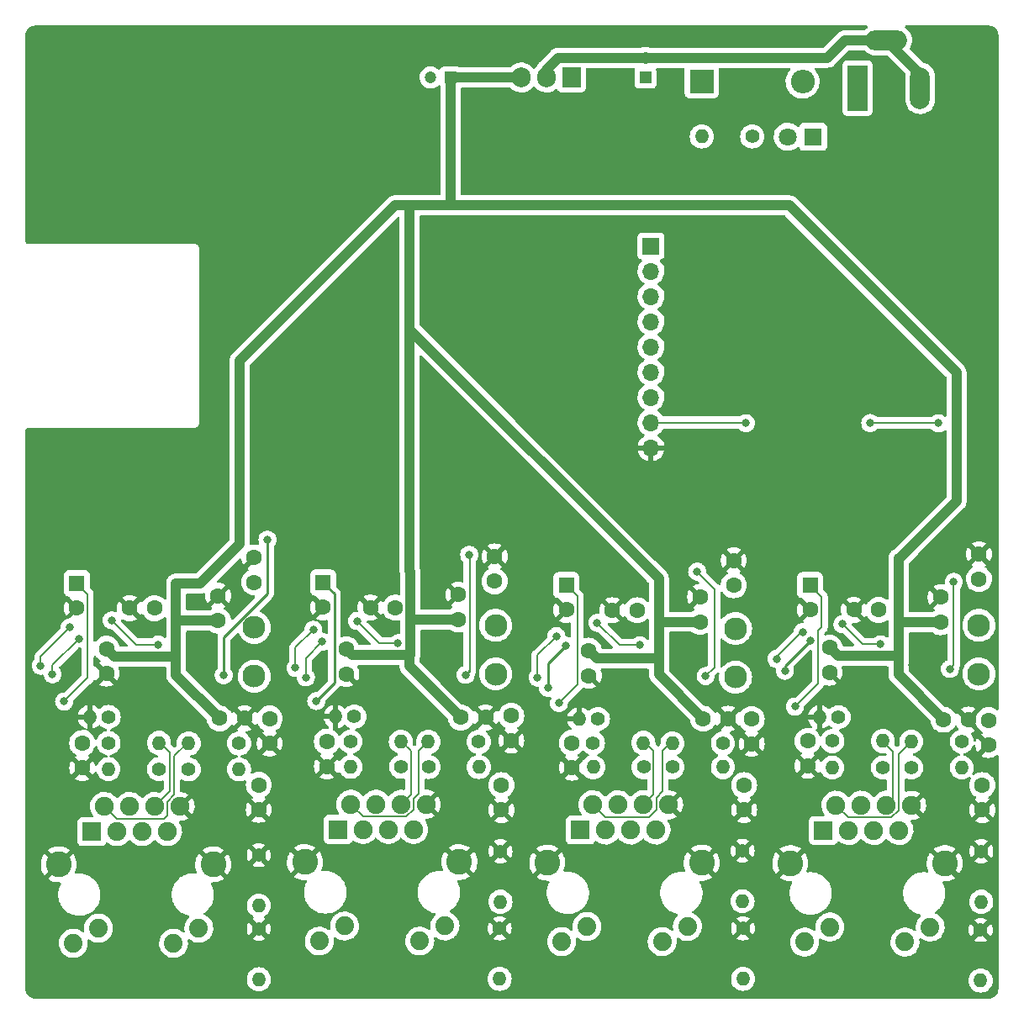
<source format=gbl>
G04 #@! TF.GenerationSoftware,KiCad,Pcbnew,(6.0.4)*
G04 #@! TF.CreationDate,2022-04-25T08:26:24+09:00*
G04 #@! TF.ProjectId,pico_router,7069636f-5f72-46f7-9574-65722e6b6963,rev?*
G04 #@! TF.SameCoordinates,Original*
G04 #@! TF.FileFunction,Copper,L2,Bot*
G04 #@! TF.FilePolarity,Positive*
%FSLAX46Y46*%
G04 Gerber Fmt 4.6, Leading zero omitted, Abs format (unit mm)*
G04 Created by KiCad (PCBNEW (6.0.4)) date 2022-04-25 08:26:24*
%MOMM*%
%LPD*%
G01*
G04 APERTURE LIST*
G04 #@! TA.AperFunction,ComponentPad*
%ADD10C,1.600000*%
G04 #@! TD*
G04 #@! TA.AperFunction,ComponentPad*
%ADD11C,1.400000*%
G04 #@! TD*
G04 #@! TA.AperFunction,ComponentPad*
%ADD12O,1.400000X1.400000*%
G04 #@! TD*
G04 #@! TA.AperFunction,ComponentPad*
%ADD13R,1.905000X2.000000*%
G04 #@! TD*
G04 #@! TA.AperFunction,ComponentPad*
%ADD14O,1.905000X2.000000*%
G04 #@! TD*
G04 #@! TA.AperFunction,ComponentPad*
%ADD15R,1.700000X1.700000*%
G04 #@! TD*
G04 #@! TA.AperFunction,ComponentPad*
%ADD16O,1.700000X1.700000*%
G04 #@! TD*
G04 #@! TA.AperFunction,ComponentPad*
%ADD17R,2.400000X2.400000*%
G04 #@! TD*
G04 #@! TA.AperFunction,ComponentPad*
%ADD18O,2.400000X2.400000*%
G04 #@! TD*
G04 #@! TA.AperFunction,ComponentPad*
%ADD19R,1.200000X1.200000*%
G04 #@! TD*
G04 #@! TA.AperFunction,ComponentPad*
%ADD20C,1.200000*%
G04 #@! TD*
G04 #@! TA.AperFunction,ComponentPad*
%ADD21R,1.600000X1.600000*%
G04 #@! TD*
G04 #@! TA.AperFunction,ComponentPad*
%ADD22C,2.600000*%
G04 #@! TD*
G04 #@! TA.AperFunction,ComponentPad*
%ADD23C,1.890000*%
G04 #@! TD*
G04 #@! TA.AperFunction,ComponentPad*
%ADD24R,1.900000X1.900000*%
G04 #@! TD*
G04 #@! TA.AperFunction,ComponentPad*
%ADD25C,1.900000*%
G04 #@! TD*
G04 #@! TA.AperFunction,ComponentPad*
%ADD26C,2.300000*%
G04 #@! TD*
G04 #@! TA.AperFunction,ComponentPad*
%ADD27R,2.000000X4.600000*%
G04 #@! TD*
G04 #@! TA.AperFunction,ComponentPad*
%ADD28O,2.000000X4.200000*%
G04 #@! TD*
G04 #@! TA.AperFunction,ComponentPad*
%ADD29O,4.200000X2.000000*%
G04 #@! TD*
G04 #@! TA.AperFunction,ComponentPad*
%ADD30R,1.800000X1.800000*%
G04 #@! TD*
G04 #@! TA.AperFunction,ComponentPad*
%ADD31C,1.800000*%
G04 #@! TD*
G04 #@! TA.AperFunction,ViaPad*
%ADD32C,0.800000*%
G04 #@! TD*
G04 #@! TA.AperFunction,Conductor*
%ADD33C,1.000000*%
G04 #@! TD*
G04 #@! TA.AperFunction,Conductor*
%ADD34C,0.200000*%
G04 #@! TD*
G04 #@! TA.AperFunction,Conductor*
%ADD35C,0.250000*%
G04 #@! TD*
G04 APERTURE END LIST*
D10*
X195966400Y-120904000D03*
X193466400Y-120904000D03*
D11*
X166171800Y-125688600D03*
D12*
X171251800Y-125688600D03*
D13*
X156006800Y-56235600D03*
D14*
X153466800Y-56235600D03*
X150926800Y-56235600D03*
D10*
X168960800Y-111043600D03*
X168960800Y-108543600D03*
D11*
X114443000Y-125882400D03*
D12*
X109363000Y-125882400D03*
D10*
X181991000Y-113665000D03*
X181991000Y-116165000D03*
X138257600Y-109626400D03*
X135757600Y-109626400D03*
X148945600Y-130000000D03*
X148945600Y-127500000D03*
D11*
X148767800Y-141935200D03*
D12*
X148767800Y-147015200D03*
D15*
X164007800Y-73202800D03*
D16*
X164007800Y-75742800D03*
X164007800Y-78282800D03*
X164007800Y-80822800D03*
X164007800Y-83362800D03*
X164007800Y-85902800D03*
X164007800Y-88442800D03*
X164007800Y-90982800D03*
X164007800Y-93522800D03*
D10*
X144602200Y-110825600D03*
X144602200Y-108325600D03*
X106730800Y-125760800D03*
X106730800Y-123260800D03*
X186924000Y-109855000D03*
X184424000Y-109855000D03*
X109169200Y-113761200D03*
X109169200Y-116261200D03*
X133324600Y-113812000D03*
X133324600Y-116312000D03*
D11*
X124510800Y-134543800D03*
D12*
X124510800Y-139623800D03*
D10*
X157734000Y-113964400D03*
X157734000Y-116464400D03*
X174142400Y-120847800D03*
X174142400Y-123347800D03*
D17*
X169108200Y-56642000D03*
D18*
X179268200Y-56642000D03*
D19*
X163449000Y-56243000D03*
D20*
X163449000Y-54243000D03*
D10*
X124053600Y-107066400D03*
X124053600Y-104566400D03*
X124510800Y-129977200D03*
X124510800Y-127477200D03*
D11*
X158664400Y-120827800D03*
D12*
X156764400Y-120827800D03*
D10*
X162616200Y-109889800D03*
X160116200Y-109889800D03*
X144850800Y-120675400D03*
X147350800Y-120675400D03*
X125603000Y-120797000D03*
X125603000Y-123297000D03*
X179781200Y-125557600D03*
X179781200Y-123057600D03*
D11*
X138827000Y-125653800D03*
D12*
X133747000Y-125653800D03*
D11*
X163261800Y-125688600D03*
D12*
X158181800Y-125688600D03*
D21*
X155473400Y-107354488D03*
D10*
X155473400Y-109854488D03*
D11*
X141589000Y-125679200D03*
D12*
X146669000Y-125679200D03*
D22*
X144706400Y-135248400D03*
X129156400Y-135248400D03*
D23*
X143256400Y-141678400D03*
X140716400Y-143198400D03*
X133146400Y-141678400D03*
X130606400Y-143198400D03*
D24*
X132486400Y-131958400D03*
D25*
X133756400Y-129418400D03*
X135026400Y-131958400D03*
X136296400Y-129418400D03*
X137566400Y-131958400D03*
X138836400Y-129418400D03*
X140106400Y-131958400D03*
X141376400Y-129418400D03*
D11*
X158165800Y-123240800D03*
D12*
X163245800Y-123240800D03*
D26*
X148361400Y-111392800D03*
X148361400Y-116292800D03*
D11*
X148844000Y-134162800D03*
D12*
X148844000Y-139242800D03*
D11*
X171246800Y-123291600D03*
D12*
X166166800Y-123291600D03*
D21*
X106172000Y-107177200D03*
D10*
X106172000Y-109677200D03*
X148259800Y-106964800D03*
X148259800Y-104464800D03*
X149936200Y-120517600D03*
X149936200Y-123017600D03*
X169260200Y-120811800D03*
X171760200Y-120811800D03*
D11*
X109388400Y-120624600D03*
D12*
X107488400Y-120624600D03*
D11*
X117449600Y-125907800D03*
D12*
X122529600Y-125907800D03*
D11*
X182270400Y-123063000D03*
D12*
X187350400Y-123063000D03*
D11*
X197256400Y-134162800D03*
D12*
X197256400Y-139242800D03*
D10*
X197993000Y-120949400D03*
X197993000Y-123449400D03*
D26*
X124053600Y-111621400D03*
X124053600Y-116521400D03*
D22*
X193576000Y-135350000D03*
X178026000Y-135350000D03*
D23*
X192126000Y-141780000D03*
X189586000Y-143300000D03*
X182016000Y-141780000D03*
X179476000Y-143300000D03*
D24*
X181356000Y-132060000D03*
D25*
X182626000Y-129520000D03*
X183896000Y-132060000D03*
X185166000Y-129520000D03*
X186436000Y-132060000D03*
X187706000Y-129520000D03*
X188976000Y-132060000D03*
X190246000Y-129520000D03*
D11*
X190220600Y-125730000D03*
D12*
X195300600Y-125730000D03*
D11*
X197205600Y-142087600D03*
D12*
X197205600Y-147167600D03*
D11*
X133731000Y-123113800D03*
D12*
X138811000Y-123113800D03*
D19*
X143814800Y-56228201D03*
D20*
X141814800Y-56228201D03*
D11*
X134128000Y-120599200D03*
D12*
X132228000Y-120599200D03*
D11*
X109372400Y-123240800D03*
D12*
X114452400Y-123240800D03*
D11*
X173228000Y-134112000D03*
D12*
X173228000Y-139192000D03*
D26*
X197027800Y-111392800D03*
X197027800Y-116292800D03*
D10*
X131368800Y-125608400D03*
X131368800Y-123108400D03*
D11*
X182896000Y-120650000D03*
D12*
X180996000Y-120650000D03*
D10*
X120396000Y-110927200D03*
X120396000Y-108427200D03*
X114000600Y-109677200D03*
X111500600Y-109677200D03*
D22*
X169115800Y-135308600D03*
X153565800Y-135308600D03*
D23*
X167665800Y-141738600D03*
X165125800Y-143258600D03*
X157555800Y-141738600D03*
X155015800Y-143258600D03*
D24*
X156895800Y-132018600D03*
D25*
X158165800Y-129478600D03*
X159435800Y-132018600D03*
X160705800Y-129478600D03*
X161975800Y-132018600D03*
X163245800Y-129478600D03*
X164515800Y-132018600D03*
X165785800Y-129478600D03*
D21*
X130987800Y-107100488D03*
D10*
X130987800Y-109600488D03*
D11*
X146659600Y-123139200D03*
D12*
X141579600Y-123139200D03*
D22*
X119916000Y-135477000D03*
X104366000Y-135477000D03*
D23*
X118466000Y-141907000D03*
X115926000Y-143427000D03*
X108356000Y-141907000D03*
X105816000Y-143427000D03*
D24*
X107696000Y-132187000D03*
D25*
X108966000Y-129647000D03*
X110236000Y-132187000D03*
X111506000Y-129647000D03*
X112776000Y-132187000D03*
X114046000Y-129647000D03*
X115316000Y-132187000D03*
X116586000Y-129647000D03*
D10*
X193167000Y-111085000D03*
X193167000Y-108585000D03*
D26*
X172516800Y-111723000D03*
X172516800Y-116623000D03*
D10*
X197027800Y-106736200D03*
X197027800Y-104236200D03*
D11*
X195300600Y-123113800D03*
D12*
X190220600Y-123113800D03*
D11*
X174193200Y-62179200D03*
D12*
X169113200Y-62179200D03*
D10*
X156032200Y-125735400D03*
X156032200Y-123235400D03*
D11*
X124510800Y-141960600D03*
D12*
X124510800Y-147040600D03*
D21*
X180035200Y-107354488D03*
D10*
X180035200Y-109854488D03*
D11*
X187341000Y-125730000D03*
D12*
X182261000Y-125730000D03*
D11*
X122529600Y-123291600D03*
D12*
X117449600Y-123291600D03*
D10*
X173380400Y-130000000D03*
X173380400Y-127500000D03*
X120568400Y-120777000D03*
X123068400Y-120777000D03*
D27*
X184810400Y-57302400D03*
D28*
X191110400Y-57302400D03*
D29*
X187710400Y-52502400D03*
D30*
X180314600Y-62204600D03*
D31*
X177774600Y-62204600D03*
D10*
X197358000Y-130000000D03*
X197358000Y-127500000D03*
X172339000Y-107371200D03*
X172339000Y-104871200D03*
D11*
X173278800Y-141935200D03*
D12*
X173278800Y-147015200D03*
D32*
X138000000Y-56235600D03*
X124155200Y-100787200D03*
X166370000Y-115519200D03*
X168783000Y-124485400D03*
X160782000Y-124460000D03*
X136855200Y-91592400D03*
X108000000Y-65000000D03*
X137210800Y-137668000D03*
X186334400Y-100076000D03*
X171602400Y-62128400D03*
X122275600Y-107975400D03*
X157556200Y-146126200D03*
X111836200Y-124587000D03*
X177063400Y-148463000D03*
X123000000Y-65000000D03*
X186944000Y-75946000D03*
X126898400Y-91795600D03*
X127000000Y-52000000D03*
X101600000Y-143052800D03*
X101473000Y-138099800D03*
X113284000Y-105130600D03*
X118000000Y-65000000D03*
X181914800Y-146354800D03*
X197866000Y-78232000D03*
X151511000Y-119456200D03*
X158000000Y-52000000D03*
X110000000Y-62000000D03*
X179984400Y-128473200D03*
X125000000Y-62000000D03*
X148996400Y-136652000D03*
X112000000Y-52000000D03*
X179222400Y-89204800D03*
X113182400Y-143891000D03*
X132080000Y-83185000D03*
X183515000Y-66217800D03*
X108661200Y-105054400D03*
X165735000Y-66217800D03*
X101600000Y-147675600D03*
X133000000Y-59182000D03*
X130302000Y-73812400D03*
X190500000Y-78994000D03*
X173329600Y-137261600D03*
X159512000Y-98704400D03*
X194970400Y-58572400D03*
X182626000Y-71069200D03*
X179070000Y-66217800D03*
X125095000Y-86995000D03*
X132000000Y-52000000D03*
X176530000Y-71120000D03*
X135000000Y-62000000D03*
X186690000Y-143814800D03*
X126898400Y-119176800D03*
X141935200Y-115417600D03*
X175463200Y-118973600D03*
X153060400Y-139420600D03*
X142595600Y-99212400D03*
X112420400Y-137363200D03*
X141681200Y-86106000D03*
X117000000Y-52000000D03*
X145000000Y-52000000D03*
X130000000Y-55000000D03*
X169672000Y-100076000D03*
X184658000Y-96012000D03*
X114147600Y-117246400D03*
X105000000Y-55000000D03*
X138023600Y-79400400D03*
X140055600Y-148386800D03*
X112395000Y-92500000D03*
X174625000Y-66217800D03*
X181457600Y-51866800D03*
X137000000Y-52000000D03*
X151000000Y-52000000D03*
X148132800Y-83159600D03*
X144424400Y-105613200D03*
X193217800Y-104267000D03*
X120167400Y-124612400D03*
X147828000Y-62738000D03*
X186436000Y-92659200D03*
X133000000Y-65000000D03*
X144881600Y-89509600D03*
X194564000Y-69596000D03*
X125018800Y-78587600D03*
X189509400Y-148412200D03*
X101498400Y-130149600D03*
X132080000Y-91694000D03*
X104038400Y-99491800D03*
X115000000Y-55000000D03*
X175514000Y-126542800D03*
X103000000Y-65000000D03*
X192938400Y-124409200D03*
X124561600Y-137007600D03*
X113538000Y-58928000D03*
X166000000Y-59000000D03*
X145084800Y-80213200D03*
X194970400Y-53898800D03*
X197358000Y-144780000D03*
X159512000Y-71577200D03*
X155219400Y-71628000D03*
X112395000Y-72390000D03*
X180594000Y-86207600D03*
X142240000Y-81127600D03*
X166000000Y-52000000D03*
X103000000Y-58500000D03*
X137972800Y-87020400D03*
X115671600Y-148234400D03*
X133985000Y-86995000D03*
X176530000Y-86055200D03*
X136144000Y-83261200D03*
X194310000Y-76708000D03*
X133985000Y-79375000D03*
X154076400Y-93522800D03*
X140000000Y-62000000D03*
X137312400Y-99009200D03*
X156000000Y-59000000D03*
X133629400Y-105511600D03*
X108458000Y-59182000D03*
X104140000Y-72390000D03*
X136271000Y-124383800D03*
X118364000Y-59182000D03*
X159258000Y-92202000D03*
X145034000Y-101447600D03*
X146481800Y-93065600D03*
X161290000Y-66217800D03*
X141620583Y-89529805D03*
X181660800Y-59385200D03*
X183946800Y-89204800D03*
X104038400Y-139801600D03*
X192405000Y-66217800D03*
X174188200Y-56642000D03*
X159105600Y-62687200D03*
X184607200Y-78079600D03*
X155905200Y-128066800D03*
X175564800Y-113842800D03*
X184937400Y-124358400D03*
X151434800Y-86309200D03*
X124409200Y-144576800D03*
X128879600Y-140665200D03*
X130000000Y-62000000D03*
X167894000Y-82753200D03*
X120000000Y-83000000D03*
X177292000Y-82956400D03*
X167894000Y-71120000D03*
X138328400Y-117195600D03*
X101447600Y-120091200D03*
X128000000Y-59182000D03*
X173228000Y-82854800D03*
X161798000Y-89600000D03*
X115000000Y-62000000D03*
X156845000Y-66217800D03*
X189992000Y-83312000D03*
X180187600Y-73507600D03*
X147472400Y-86614000D03*
X141732000Y-76911200D03*
X159054800Y-105689400D03*
X126847600Y-126441200D03*
X152704800Y-62738000D03*
X101447600Y-114554000D03*
X110000000Y-55000000D03*
X197866000Y-71120000D03*
X128000000Y-65000000D03*
X135255000Y-74930000D03*
X193040000Y-87782400D03*
X104165400Y-92481400D03*
X123596400Y-73050400D03*
X162560000Y-143764000D03*
X106476800Y-128270000D03*
X117742400Y-115429600D03*
X180594000Y-100076000D03*
X162306000Y-117221000D03*
X108000800Y-146075400D03*
X164388800Y-62738000D03*
X131368800Y-127711200D03*
X137414000Y-106476800D03*
X144322800Y-124460000D03*
X197866000Y-93370400D03*
X190347600Y-115417600D03*
X187096400Y-136728200D03*
X165227000Y-97231200D03*
X107000000Y-52000000D03*
X120000000Y-55000000D03*
X192735200Y-93776800D03*
X154533600Y-98806000D03*
X197866000Y-64516000D03*
X151434800Y-89662000D03*
X127101600Y-114554000D03*
X129540000Y-86995000D03*
X173228000Y-144576800D03*
X186258200Y-105892600D03*
X123000000Y-59182000D03*
X164896800Y-148361400D03*
X177596800Y-139598400D03*
X127000000Y-83185000D03*
X161000000Y-59000000D03*
X194310000Y-82804000D03*
X138176000Y-59182000D03*
X197866000Y-99009200D03*
X130454400Y-79349600D03*
X178816000Y-93472000D03*
X151511000Y-115900200D03*
X122000000Y-52000000D03*
X197866000Y-86360000D03*
X120000000Y-76000000D03*
X125000000Y-55000000D03*
X148894800Y-144576800D03*
X167310000Y-93910000D03*
X197358000Y-136804400D03*
X161696400Y-137617200D03*
X135000000Y-55000000D03*
X187960000Y-66217800D03*
X113000000Y-65000000D03*
X137363200Y-143002000D03*
X170180000Y-66217800D03*
X120000000Y-92075000D03*
X105000000Y-62000000D03*
X127965200Y-147320000D03*
X144983200Y-84023200D03*
X138000000Y-65000000D03*
X175310800Y-89154000D03*
X190500000Y-71882000D03*
X151333200Y-126746000D03*
X186944000Y-117348000D03*
X187858400Y-56946800D03*
X133223000Y-146075400D03*
X174000000Y-51917600D03*
X172212000Y-71120000D03*
X102000000Y-52000000D03*
X182168800Y-104800400D03*
X152654000Y-147320000D03*
X109169200Y-99593400D03*
X171602400Y-86055200D03*
X120000000Y-62000000D03*
X178511200Y-119583200D03*
X154736800Y-119227600D03*
X180060600Y-112953800D03*
X177495200Y-115976400D03*
X187121800Y-113309400D03*
X183286400Y-111277400D03*
X179273200Y-112090200D03*
X176637767Y-114789483D03*
X153644600Y-117703600D03*
X155397200Y-113461800D03*
X152577800Y-116662200D03*
X162890200Y-113411000D03*
X154482800Y-112496600D03*
X158597600Y-111150400D03*
X168656000Y-105994200D03*
X169505997Y-116511352D03*
X145338800Y-116382800D03*
X145694400Y-104292400D03*
X125374400Y-102768400D03*
X120970284Y-116430492D03*
X130302000Y-119024400D03*
X104902000Y-119075200D03*
X138531600Y-113207800D03*
X134391400Y-110972600D03*
X129997200Y-111861600D03*
X128193800Y-115697000D03*
X129254288Y-116634174D03*
X130886200Y-113055400D03*
X109702600Y-110896400D03*
X105460800Y-111607600D03*
X102539800Y-115468400D03*
X114376200Y-113334800D03*
X103733600Y-116332000D03*
X106375200Y-112750600D03*
X186080400Y-91033600D03*
X192963800Y-91059000D03*
X173560000Y-91040000D03*
X194487800Y-107035600D03*
X194106800Y-115798600D03*
D33*
X191110400Y-55902400D02*
X187710400Y-52502400D01*
X153466800Y-55424078D02*
X154647878Y-54243000D01*
X181773800Y-54243000D02*
X183514400Y-52502400D01*
X163449000Y-54243000D02*
X181773800Y-54243000D01*
X154647878Y-54243000D02*
X163449000Y-54243000D01*
X187710400Y-52502400D02*
X183514400Y-52502400D01*
X153466800Y-56235600D02*
X153466800Y-55424078D01*
X191110400Y-57302400D02*
X191110400Y-55902400D01*
X139872600Y-69118600D02*
X143835000Y-69118600D01*
X139757111Y-105980511D02*
X139757111Y-110902711D01*
X139700000Y-69291200D02*
X139872600Y-69118600D01*
X139750800Y-114401600D02*
X139757111Y-114395289D01*
X139700000Y-81127600D02*
X139700000Y-105923400D01*
X188932308Y-116375308D02*
X193461000Y-120904000D01*
X116172401Y-114561199D02*
X116179600Y-114554000D01*
X138463099Y-114401600D02*
X139750800Y-114401600D01*
X158533999Y-114764399D02*
X164686401Y-114764399D01*
X188932308Y-110801908D02*
X188932308Y-114459508D01*
X138196200Y-69118600D02*
X122549800Y-84765000D01*
X193167000Y-111085000D02*
X189215400Y-111085000D01*
X139700000Y-115524600D02*
X139700000Y-114452400D01*
X177932200Y-69118600D02*
X194767200Y-85953600D01*
X143822199Y-56235600D02*
X143814800Y-56228201D01*
X116179600Y-116388200D02*
X120568400Y-120777000D01*
X164795200Y-106730800D02*
X164795200Y-106699856D01*
X122549800Y-103248630D02*
X118610430Y-107188000D01*
X118610430Y-107188000D02*
X116179600Y-107188000D01*
X145359000Y-69118600D02*
X177932200Y-69118600D01*
X181991000Y-113665000D02*
X182836511Y-114510511D01*
X144602200Y-110825600D02*
X139834222Y-110825600D01*
X138461888Y-114402811D02*
X138463099Y-114401600D01*
X164795200Y-106730800D02*
X164795200Y-114655600D01*
X188932308Y-104655108D02*
X188932308Y-110801908D01*
X139700000Y-81127600D02*
X139700000Y-69291200D01*
X189019692Y-104655108D02*
X188932308Y-104655108D01*
X139700000Y-105923400D02*
X139757111Y-105980511D01*
X120396000Y-110927200D02*
X116199600Y-110927200D01*
X139872600Y-69118600D02*
X138196200Y-69118600D01*
X182836511Y-114510511D02*
X188881305Y-114510511D01*
X116179600Y-110947200D02*
X116179600Y-114554000D01*
X149961600Y-56235600D02*
X143822199Y-56235600D01*
X143814800Y-69098400D02*
X143835000Y-69118600D01*
X116179600Y-107188000D02*
X116179600Y-110947200D01*
X164795200Y-116346800D02*
X164795200Y-115112800D01*
X157734000Y-113964400D02*
X158533999Y-114764399D01*
X164795200Y-114655600D02*
X164795200Y-115112800D01*
X169260200Y-120811800D02*
X164795200Y-116346800D01*
X168960800Y-111043600D02*
X165247200Y-111043600D01*
X144850800Y-120675400D02*
X139700000Y-115524600D01*
X122549800Y-84765000D02*
X122549800Y-103248630D01*
X109169200Y-113761200D02*
X109969199Y-114561199D01*
X139757111Y-114395289D02*
X139757111Y-110902711D01*
X133915411Y-114402811D02*
X133324600Y-113812000D01*
X189215400Y-111085000D02*
X188932308Y-110801908D01*
X139834222Y-110825600D02*
X139757111Y-110902711D01*
X188881305Y-114510511D02*
X188932308Y-114459508D01*
X138461888Y-114402811D02*
X133915411Y-114402811D01*
X139700000Y-114452400D02*
X139757111Y-114395289D01*
X143814800Y-56228201D02*
X143814800Y-69098400D01*
X116179600Y-114554000D02*
X116179600Y-116388200D01*
X164686401Y-114764399D02*
X164795200Y-114655600D01*
X194767200Y-98907600D02*
X189019692Y-104655108D01*
X143835000Y-69118600D02*
X145359000Y-69118600D01*
X164795200Y-106699856D02*
X139700000Y-81604656D01*
X194767200Y-85953600D02*
X194767200Y-98907600D01*
X139700000Y-81604656D02*
X139700000Y-81127600D01*
X116199600Y-110927200D02*
X116179600Y-110947200D01*
X188932308Y-114459508D02*
X188932308Y-116375308D01*
X109969199Y-114561199D02*
X116172401Y-114561199D01*
D34*
X181203600Y-108522888D02*
X180035200Y-107354488D01*
X180848000Y-117246400D02*
X180848000Y-111942832D01*
X178511200Y-119583200D02*
X180848000Y-117246400D01*
X181203600Y-111587232D02*
X181203600Y-108522888D01*
X180848000Y-111942832D02*
X181203600Y-111587232D01*
X156572911Y-117391489D02*
X156572911Y-108453999D01*
X154736800Y-119227600D02*
X156572911Y-117391489D01*
X156572911Y-108453999D02*
X155473400Y-107354488D01*
X188223565Y-130769511D02*
X183875511Y-130769511D01*
X188955511Y-130037565D02*
X188223565Y-130769511D01*
X190140000Y-123190000D02*
X188955511Y-124374489D01*
X183875511Y-130769511D02*
X182626000Y-129520000D01*
X188955511Y-124374489D02*
X188955511Y-130037565D01*
X188340511Y-128885489D02*
X188340511Y-124099511D01*
X187706000Y-129520000D02*
X188340511Y-128885489D01*
X188340511Y-124099511D02*
X187431000Y-123190000D01*
D35*
X177495200Y-115519200D02*
X177495200Y-115976400D01*
X180060600Y-112953800D02*
X177495200Y-115519200D01*
D34*
X187121800Y-113309400D02*
X185318400Y-113309400D01*
X176637767Y-114571892D02*
X176637767Y-114789483D01*
X185318400Y-113309400D02*
X183286400Y-111277400D01*
X179273200Y-112090200D02*
X179119459Y-112090200D01*
X179119459Y-112090200D02*
X176637767Y-114571892D01*
D35*
X155397200Y-113461800D02*
X153644600Y-115214400D01*
X153644600Y-115214400D02*
X153644600Y-117703600D01*
D34*
X152577800Y-114401600D02*
X152577800Y-116662200D01*
X154482800Y-112496600D02*
X152577800Y-114401600D01*
X162890200Y-113411000D02*
X160858200Y-113411000D01*
X160858200Y-113411000D02*
X158597600Y-111150400D01*
X110215511Y-130896511D02*
X108966000Y-129647000D01*
X115295511Y-129170413D02*
X115295511Y-130576489D01*
X115982831Y-128483093D02*
X115295511Y-129170413D01*
X117394400Y-123164600D02*
X115982831Y-124576169D01*
X115295511Y-130576489D02*
X114975489Y-130896511D01*
X115982831Y-124576169D02*
X115982831Y-128483093D01*
X114975489Y-130896511D02*
X110215511Y-130896511D01*
X170383200Y-107746800D02*
X168656000Y-106019600D01*
X170383200Y-107746800D02*
X170383200Y-115634149D01*
X170383200Y-115634149D02*
X169505997Y-116511352D01*
X168656000Y-106019600D02*
X168656000Y-105994200D01*
X145745200Y-115976400D02*
X145745200Y-104343200D01*
X145726711Y-115994889D02*
X145745200Y-115976400D01*
X145745200Y-104343200D02*
X145694400Y-104292400D01*
D35*
X145338800Y-116382800D02*
X145726711Y-115994889D01*
X125374400Y-108215325D02*
X120970284Y-112619441D01*
X125374400Y-102768400D02*
X125374400Y-108215325D01*
X120970284Y-116430492D02*
X120970284Y-112619441D01*
X132112311Y-117214089D02*
X132112311Y-108224999D01*
X130302000Y-119024400D02*
X132112311Y-117214089D01*
X132112311Y-108224999D02*
X130987800Y-107100488D01*
D34*
X165150800Y-128138606D02*
X165150800Y-124058600D01*
X165150800Y-124058600D02*
X166060800Y-123148600D01*
X164536289Y-129996165D02*
X164536289Y-128753117D01*
X163804343Y-130728111D02*
X164536289Y-129996165D01*
X164536289Y-128753117D02*
X165150800Y-128138606D01*
X159415311Y-130728111D02*
X163804343Y-130728111D01*
X158165800Y-129478600D02*
X159415311Y-130728111D01*
X164261311Y-124058111D02*
X164261311Y-128463089D01*
X164261311Y-128463089D02*
X163245800Y-129478600D01*
X163351800Y-123148600D02*
X164261311Y-124058111D01*
X114046000Y-129647000D02*
X115583311Y-128109689D01*
X115583311Y-128109689D02*
X115583311Y-124240311D01*
X115583311Y-124240311D02*
X114533000Y-123190000D01*
X140085911Y-129935965D02*
X139353965Y-130667911D01*
X141499000Y-123139200D02*
X140589489Y-124048711D01*
X139353965Y-130667911D02*
X135005911Y-130667911D01*
X140589489Y-124048711D02*
X140589489Y-128396511D01*
X135005911Y-130667911D02*
X133756400Y-129418400D01*
X140085911Y-128900089D02*
X140085911Y-129935965D01*
X140589489Y-128396511D02*
X140085911Y-128900089D01*
X138866200Y-123113800D02*
X139826511Y-124074111D01*
X139826511Y-128428289D02*
X138836400Y-129418400D01*
X139826511Y-124074111D02*
X139826511Y-128428289D01*
X107271511Y-108276711D02*
X106172000Y-107177200D01*
X107271511Y-116705689D02*
X107271511Y-108276711D01*
X104902000Y-119075200D02*
X107271511Y-116705689D01*
X136626600Y-113207800D02*
X134391400Y-110972600D01*
X128193800Y-113665000D02*
X128193800Y-115697000D01*
X129997200Y-111861600D02*
X128193800Y-113665000D01*
X138531600Y-113207800D02*
X136626600Y-113207800D01*
X130886200Y-113055400D02*
X129254288Y-114687312D01*
X129254288Y-114687312D02*
X129254288Y-116634174D01*
X105460800Y-111607600D02*
X102539800Y-114528600D01*
X112141000Y-113334800D02*
X109702600Y-110896400D01*
X114376200Y-113334800D02*
X112141000Y-113334800D01*
X102539800Y-114528600D02*
X102539800Y-115468400D01*
X106375200Y-112750600D02*
X103733600Y-115392200D01*
X103733600Y-115392200D02*
X103733600Y-116332000D01*
X194487800Y-107035600D02*
X194487800Y-115417600D01*
X186080400Y-91033600D02*
X192938400Y-91033600D01*
X192938400Y-91033600D02*
X192963800Y-91059000D01*
X173560000Y-91040000D02*
X173502800Y-90982800D01*
X194487800Y-115417600D02*
X194106800Y-115798600D01*
X173502800Y-90982800D02*
X164007800Y-90982800D01*
G04 #@! TA.AperFunction,Conductor*
G36*
X185796829Y-51020002D02*
G01*
X185843322Y-51073658D01*
X185853426Y-51143932D01*
X185823932Y-51208512D01*
X185795851Y-51232620D01*
X185708112Y-51287872D01*
X185708109Y-51287874D01*
X185703833Y-51290567D01*
X185521745Y-51451098D01*
X185518531Y-51455010D01*
X185518128Y-51455428D01*
X185456418Y-51490535D01*
X185427492Y-51493900D01*
X183576242Y-51493900D01*
X183562635Y-51493163D01*
X183531137Y-51489741D01*
X183531132Y-51489741D01*
X183525011Y-51489076D01*
X183508334Y-51490535D01*
X183475009Y-51493450D01*
X183470184Y-51493779D01*
X183467713Y-51493900D01*
X183464631Y-51493900D01*
X183442163Y-51496103D01*
X183421889Y-51498091D01*
X183420574Y-51498213D01*
X183388313Y-51501036D01*
X183327987Y-51506313D01*
X183322868Y-51507800D01*
X183317567Y-51508320D01*
X183228566Y-51535191D01*
X183227433Y-51535526D01*
X183143986Y-51559770D01*
X183143982Y-51559772D01*
X183138064Y-51561491D01*
X183133332Y-51563944D01*
X183128231Y-51565484D01*
X183122788Y-51568378D01*
X183046140Y-51609131D01*
X183044974Y-51609743D01*
X183007458Y-51629190D01*
X182962474Y-51652508D01*
X182958311Y-51655831D01*
X182953604Y-51658334D01*
X182881482Y-51717155D01*
X182880626Y-51717846D01*
X182841427Y-51749138D01*
X182838923Y-51751642D01*
X182838205Y-51752284D01*
X182833872Y-51755985D01*
X182800338Y-51783335D01*
X182796411Y-51788082D01*
X182796409Y-51788084D01*
X182771113Y-51818662D01*
X182763123Y-51827442D01*
X181392971Y-53197595D01*
X181330659Y-53231620D01*
X181303876Y-53234500D01*
X163937033Y-53234500D01*
X163890343Y-53225530D01*
X163770549Y-53177737D01*
X163765180Y-53175595D01*
X163565366Y-53135849D01*
X163559592Y-53135773D01*
X163559588Y-53135773D01*
X163456452Y-53134424D01*
X163361655Y-53133183D01*
X163355958Y-53134162D01*
X163355957Y-53134162D01*
X163166567Y-53166705D01*
X163160870Y-53167684D01*
X163079793Y-53197595D01*
X163000868Y-53226712D01*
X162957257Y-53234500D01*
X154709728Y-53234500D01*
X154696120Y-53233763D01*
X154664615Y-53230340D01*
X154664611Y-53230340D01*
X154658490Y-53229675D01*
X154652351Y-53230212D01*
X154652347Y-53230212D01*
X154608467Y-53234051D01*
X154603630Y-53234381D01*
X154601192Y-53234500D01*
X154598109Y-53234500D01*
X154595052Y-53234800D01*
X154595047Y-53234800D01*
X154555458Y-53238682D01*
X154554143Y-53238804D01*
X154467601Y-53246375D01*
X154467599Y-53246375D01*
X154461465Y-53246912D01*
X154456341Y-53248401D01*
X154451045Y-53248920D01*
X154362050Y-53275789D01*
X154360963Y-53276111D01*
X154271542Y-53302091D01*
X154266810Y-53304544D01*
X154261709Y-53306084D01*
X154256278Y-53308972D01*
X154256270Y-53308975D01*
X154179558Y-53349763D01*
X154178392Y-53350375D01*
X154101426Y-53390271D01*
X154095953Y-53393108D01*
X154091792Y-53396430D01*
X154087082Y-53398934D01*
X154082308Y-53402828D01*
X154082306Y-53402829D01*
X154015046Y-53457686D01*
X154014020Y-53458515D01*
X153974906Y-53489738D01*
X153972415Y-53492229D01*
X153971688Y-53492879D01*
X153967339Y-53496594D01*
X153933816Y-53523935D01*
X153929893Y-53528677D01*
X153929891Y-53528679D01*
X153904581Y-53559273D01*
X153896591Y-53568053D01*
X152797421Y-54667223D01*
X152787278Y-54676325D01*
X152757775Y-54700046D01*
X152753808Y-54704774D01*
X152725509Y-54738499D01*
X152722328Y-54742147D01*
X152720685Y-54743959D01*
X152718491Y-54746153D01*
X152691158Y-54779427D01*
X152690496Y-54780225D01*
X152630646Y-54851552D01*
X152628078Y-54856222D01*
X152624697Y-54860339D01*
X152593802Y-54917958D01*
X152580823Y-54942164D01*
X152580194Y-54943323D01*
X152538338Y-55019459D01*
X152538335Y-55019467D01*
X152535367Y-55024865D01*
X152533755Y-55029947D01*
X152531238Y-55034641D01*
X152529436Y-55040534D01*
X152527366Y-55045508D01*
X152495309Y-55090450D01*
X152493480Y-55091823D01*
X152489908Y-55095561D01*
X152489907Y-55095562D01*
X152340774Y-55251621D01*
X152327499Y-55265512D01*
X152302265Y-55302503D01*
X152247356Y-55347504D01*
X152176832Y-55355675D01*
X152113084Y-55324421D01*
X152092389Y-55299940D01*
X152091111Y-55297965D01*
X152088302Y-55293623D01*
X151926614Y-55115930D01*
X151818452Y-55030509D01*
X151742130Y-54970233D01*
X151742125Y-54970230D01*
X151738076Y-54967032D01*
X151733560Y-54964539D01*
X151733557Y-54964537D01*
X151532274Y-54853423D01*
X151532270Y-54853421D01*
X151527750Y-54850926D01*
X151522881Y-54849202D01*
X151522877Y-54849200D01*
X151306160Y-54772456D01*
X151306156Y-54772455D01*
X151301285Y-54770730D01*
X151296192Y-54769823D01*
X151296189Y-54769822D01*
X151069852Y-54729505D01*
X151069846Y-54729504D01*
X151064763Y-54728599D01*
X150977400Y-54727532D01*
X150829707Y-54725727D01*
X150829705Y-54725727D01*
X150824537Y-54725664D01*
X150587056Y-54762004D01*
X150474803Y-54798694D01*
X150363617Y-54835034D01*
X150363611Y-54835037D01*
X150358699Y-54836642D01*
X150354113Y-54839029D01*
X150354109Y-54839031D01*
X150237105Y-54899940D01*
X150145600Y-54947575D01*
X150129496Y-54959666D01*
X149959816Y-55087066D01*
X149953480Y-55091823D01*
X149865481Y-55183909D01*
X149861427Y-55188151D01*
X149799903Y-55223581D01*
X149770333Y-55227100D01*
X144769547Y-55227100D01*
X144701426Y-55207098D01*
X144693982Y-55201926D01*
X144668692Y-55182972D01*
X144668690Y-55182971D01*
X144661505Y-55177586D01*
X144525116Y-55126456D01*
X144462934Y-55119701D01*
X143166666Y-55119701D01*
X143104484Y-55126456D01*
X142968095Y-55177586D01*
X142851539Y-55264940D01*
X142846158Y-55272120D01*
X142791537Y-55345001D01*
X142764185Y-55381496D01*
X142762823Y-55385130D01*
X142714378Y-55433465D01*
X142644986Y-55448478D01*
X142578494Y-55423591D01*
X142568589Y-55415334D01*
X142496743Y-55348920D01*
X142496740Y-55348918D01*
X142492503Y-55345001D01*
X142414576Y-55295833D01*
X142325088Y-55239370D01*
X142325083Y-55239368D01*
X142320204Y-55236289D01*
X142181970Y-55181139D01*
X142136349Y-55162938D01*
X142130980Y-55160796D01*
X141931166Y-55121050D01*
X141925392Y-55120974D01*
X141925388Y-55120974D01*
X141822252Y-55119625D01*
X141727455Y-55118384D01*
X141721758Y-55119363D01*
X141721757Y-55119363D01*
X141532367Y-55151906D01*
X141526670Y-55152885D01*
X141335534Y-55223399D01*
X141330573Y-55226351D01*
X141330572Y-55226351D01*
X141206881Y-55299940D01*
X141160449Y-55327564D01*
X141007278Y-55461891D01*
X141003711Y-55466416D01*
X141003706Y-55466421D01*
X140957302Y-55525285D01*
X140881151Y-55621882D01*
X140786292Y-55802179D01*
X140725878Y-55996744D01*
X140701932Y-56199060D01*
X140715257Y-56402352D01*
X140765405Y-56599811D01*
X140850698Y-56784825D01*
X140968279Y-56951198D01*
X140996761Y-56978944D01*
X141095269Y-57074906D01*
X141114210Y-57093358D01*
X141119006Y-57096563D01*
X141119009Y-57096565D01*
X141230798Y-57171260D01*
X141283603Y-57206543D01*
X141288906Y-57208821D01*
X141288909Y-57208823D01*
X141455316Y-57280317D01*
X141470787Y-57286964D01*
X141537144Y-57301979D01*
X141663855Y-57330651D01*
X141663860Y-57330652D01*
X141669492Y-57331926D01*
X141675263Y-57332153D01*
X141675265Y-57332153D01*
X141733709Y-57334449D01*
X141873063Y-57339924D01*
X142074683Y-57310691D01*
X142080147Y-57308836D01*
X142080152Y-57308835D01*
X142262127Y-57247063D01*
X142262132Y-57247061D01*
X142267599Y-57245205D01*
X142290736Y-57232248D01*
X142388357Y-57177577D01*
X142445351Y-57145659D01*
X142574421Y-57038312D01*
X142639586Y-57010131D01*
X142709641Y-57021655D01*
X142763320Y-57072599D01*
X142764185Y-57074906D01*
X142781127Y-57097512D01*
X142805974Y-57164016D01*
X142806300Y-57173075D01*
X142806300Y-67984100D01*
X142786298Y-68052221D01*
X142732642Y-68098714D01*
X142680300Y-68110100D01*
X139934442Y-68110100D01*
X139920835Y-68109363D01*
X139889337Y-68105941D01*
X139889332Y-68105941D01*
X139883211Y-68105276D01*
X139836495Y-68109363D01*
X139833546Y-68109621D01*
X139822565Y-68110100D01*
X138258042Y-68110100D01*
X138244435Y-68109363D01*
X138212937Y-68105941D01*
X138212932Y-68105941D01*
X138206811Y-68105276D01*
X138188811Y-68106851D01*
X138156809Y-68109650D01*
X138151984Y-68109979D01*
X138149513Y-68110100D01*
X138146431Y-68110100D01*
X138123963Y-68112303D01*
X138103689Y-68114291D01*
X138102374Y-68114413D01*
X138070113Y-68117236D01*
X138009787Y-68122513D01*
X138004668Y-68124000D01*
X137999367Y-68124520D01*
X137910366Y-68151391D01*
X137909233Y-68151726D01*
X137825786Y-68175970D01*
X137825782Y-68175972D01*
X137819864Y-68177691D01*
X137815132Y-68180144D01*
X137810031Y-68181684D01*
X137804588Y-68184578D01*
X137727940Y-68225331D01*
X137726774Y-68225943D01*
X137649747Y-68265871D01*
X137644274Y-68268708D01*
X137640111Y-68272031D01*
X137635404Y-68274534D01*
X137563282Y-68333355D01*
X137562426Y-68334046D01*
X137523227Y-68365338D01*
X137520723Y-68367842D01*
X137520005Y-68368484D01*
X137515672Y-68372185D01*
X137482138Y-68399535D01*
X137478211Y-68404282D01*
X137478209Y-68404284D01*
X137452913Y-68434862D01*
X137444923Y-68443642D01*
X121880421Y-84008145D01*
X121870278Y-84017247D01*
X121840775Y-84040968D01*
X121820713Y-84064877D01*
X121808509Y-84079421D01*
X121805328Y-84083069D01*
X121803685Y-84084881D01*
X121801491Y-84087075D01*
X121774158Y-84120349D01*
X121773496Y-84121147D01*
X121713646Y-84192474D01*
X121711078Y-84197144D01*
X121707697Y-84201261D01*
X121682445Y-84248357D01*
X121663823Y-84283086D01*
X121663194Y-84284245D01*
X121621338Y-84360381D01*
X121621335Y-84360389D01*
X121618367Y-84365787D01*
X121616755Y-84370869D01*
X121614238Y-84375563D01*
X121587038Y-84464531D01*
X121586718Y-84465559D01*
X121558565Y-84554306D01*
X121557971Y-84559602D01*
X121556413Y-84564698D01*
X121549313Y-84634597D01*
X121547018Y-84657187D01*
X121546889Y-84658393D01*
X121541300Y-84708227D01*
X121541300Y-84711754D01*
X121541245Y-84712739D01*
X121540798Y-84718419D01*
X121536426Y-84761462D01*
X121537006Y-84767593D01*
X121540741Y-84807109D01*
X121541300Y-84818967D01*
X121541300Y-102778706D01*
X121521298Y-102846827D01*
X121504395Y-102867801D01*
X118229601Y-106142595D01*
X118167289Y-106176621D01*
X118140506Y-106179500D01*
X116239473Y-106179500D01*
X116226303Y-106178810D01*
X116192804Y-106175289D01*
X116192802Y-106175289D01*
X116186675Y-106174645D01*
X116136427Y-106179218D01*
X116132393Y-106179500D01*
X116129831Y-106179500D01*
X116126773Y-106179800D01*
X116126769Y-106179800D01*
X116085004Y-106183895D01*
X116084129Y-106183977D01*
X116062430Y-106185952D01*
X115989712Y-106192570D01*
X115986303Y-106193573D01*
X115982767Y-106193920D01*
X115891879Y-106221361D01*
X115891210Y-106221561D01*
X115799981Y-106248410D01*
X115796828Y-106250058D01*
X115793431Y-106251084D01*
X115709499Y-106295711D01*
X115708919Y-106296016D01*
X115624710Y-106340040D01*
X115621942Y-106342265D01*
X115618804Y-106343934D01*
X115614026Y-106347831D01*
X115545228Y-106403941D01*
X115544544Y-106404494D01*
X115475382Y-106460102D01*
X115475376Y-106460108D01*
X115470575Y-106463968D01*
X115468292Y-106466689D01*
X115465538Y-106468935D01*
X115413854Y-106531411D01*
X115405041Y-106542064D01*
X115404477Y-106542741D01*
X115350812Y-106606696D01*
X115343446Y-106615474D01*
X115341734Y-106618589D01*
X115339470Y-106621325D01*
X115312974Y-106670329D01*
X115294300Y-106704865D01*
X115293898Y-106705603D01*
X115248167Y-106788787D01*
X115247094Y-106792170D01*
X115245402Y-106795299D01*
X115225278Y-106860309D01*
X115217325Y-106886002D01*
X115217062Y-106886842D01*
X115190809Y-106969602D01*
X115188365Y-106977306D01*
X115187969Y-106980837D01*
X115186918Y-106984232D01*
X115176996Y-107078638D01*
X115176911Y-107079421D01*
X115171100Y-107131227D01*
X115171100Y-107133800D01*
X115170780Y-107137776D01*
X115166245Y-107180925D01*
X115166804Y-107187065D01*
X115170581Y-107228570D01*
X115171100Y-107239990D01*
X115171100Y-108693012D01*
X115151098Y-108761133D01*
X115097442Y-108807626D01*
X115027168Y-108817730D01*
X114962588Y-108788236D01*
X114956005Y-108782107D01*
X114844900Y-108671002D01*
X114840392Y-108667845D01*
X114840389Y-108667843D01*
X114743095Y-108599717D01*
X114657349Y-108539677D01*
X114652367Y-108537354D01*
X114652362Y-108537351D01*
X114454825Y-108445239D01*
X114454824Y-108445239D01*
X114449843Y-108442916D01*
X114444535Y-108441494D01*
X114444533Y-108441493D01*
X114234002Y-108385081D01*
X114234000Y-108385081D01*
X114228687Y-108383657D01*
X114000600Y-108363702D01*
X113772513Y-108383657D01*
X113767200Y-108385081D01*
X113767198Y-108385081D01*
X113556667Y-108441493D01*
X113556665Y-108441494D01*
X113551357Y-108442916D01*
X113546376Y-108445239D01*
X113546375Y-108445239D01*
X113348838Y-108537351D01*
X113348833Y-108537354D01*
X113343851Y-108539677D01*
X113258105Y-108599717D01*
X113160811Y-108667843D01*
X113160808Y-108667845D01*
X113156300Y-108671002D01*
X112994402Y-108832900D01*
X112991245Y-108837408D01*
X112991243Y-108837411D01*
X112961112Y-108880443D01*
X112863077Y-109020451D01*
X112860753Y-109025435D01*
X112859429Y-109027728D01*
X112808047Y-109076721D01*
X112738333Y-109090157D01*
X112672422Y-109063771D01*
X112641191Y-109027728D01*
X112634534Y-109016198D01*
X112598091Y-108964152D01*
X112587612Y-108955776D01*
X112574166Y-108962844D01*
X111872622Y-109664388D01*
X111865008Y-109678332D01*
X111865139Y-109680165D01*
X111869390Y-109686780D01*
X112574887Y-110392277D01*
X112586662Y-110398707D01*
X112598677Y-110389411D01*
X112634534Y-110338202D01*
X112641191Y-110326672D01*
X112692573Y-110277679D01*
X112762287Y-110264242D01*
X112828198Y-110290629D01*
X112859429Y-110326672D01*
X112860753Y-110328965D01*
X112863077Y-110333949D01*
X112880937Y-110359456D01*
X112990197Y-110515494D01*
X112994402Y-110521500D01*
X113156300Y-110683398D01*
X113160808Y-110686555D01*
X113160811Y-110686557D01*
X113188136Y-110705690D01*
X113343851Y-110814723D01*
X113348833Y-110817046D01*
X113348838Y-110817049D01*
X113545365Y-110908690D01*
X113551357Y-110911484D01*
X113556665Y-110912906D01*
X113556667Y-110912907D01*
X113767198Y-110969319D01*
X113767200Y-110969319D01*
X113772513Y-110970743D01*
X114000600Y-110990698D01*
X114228687Y-110970743D01*
X114234000Y-110969319D01*
X114234002Y-110969319D01*
X114444533Y-110912907D01*
X114444535Y-110912906D01*
X114449843Y-110911484D01*
X114455835Y-110908690D01*
X114652362Y-110817049D01*
X114652367Y-110817046D01*
X114657349Y-110814723D01*
X114813064Y-110705690D01*
X114840389Y-110686557D01*
X114840392Y-110686555D01*
X114844900Y-110683398D01*
X114956005Y-110572293D01*
X115018317Y-110538267D01*
X115089132Y-110543332D01*
X115145968Y-110585879D01*
X115170779Y-110652399D01*
X115171100Y-110661388D01*
X115171100Y-110889296D01*
X115170455Y-110902029D01*
X115167244Y-110933645D01*
X115166226Y-110943662D01*
X115168934Y-110972312D01*
X115170541Y-110989309D01*
X115171100Y-111001167D01*
X115171100Y-112542072D01*
X115151098Y-112610193D01*
X115097442Y-112656686D01*
X115027168Y-112666790D01*
X114971039Y-112644008D01*
X114838294Y-112547563D01*
X114838293Y-112547562D01*
X114832952Y-112543682D01*
X114826924Y-112540998D01*
X114826922Y-112540997D01*
X114664519Y-112468691D01*
X114664518Y-112468691D01*
X114658488Y-112466006D01*
X114551623Y-112443291D01*
X114478144Y-112427672D01*
X114478139Y-112427672D01*
X114471687Y-112426300D01*
X114280713Y-112426300D01*
X114274261Y-112427672D01*
X114274256Y-112427672D01*
X114200777Y-112443291D01*
X114093912Y-112466006D01*
X114087882Y-112468691D01*
X114087881Y-112468691D01*
X113925478Y-112540997D01*
X113925476Y-112540998D01*
X113919448Y-112543682D01*
X113914107Y-112547562D01*
X113914106Y-112547563D01*
X113848761Y-112595039D01*
X113764947Y-112655934D01*
X113760534Y-112660836D01*
X113760532Y-112660837D01*
X113739126Y-112684611D01*
X113678680Y-112721850D01*
X113645490Y-112726300D01*
X112445239Y-112726300D01*
X112377118Y-112706298D01*
X112356144Y-112689395D01*
X110652319Y-110985570D01*
X110618293Y-110923258D01*
X110615759Y-110899684D01*
X110616104Y-110896400D01*
X110615907Y-110894524D01*
X110635416Y-110828082D01*
X110689072Y-110781589D01*
X110759346Y-110771485D01*
X110813684Y-110792990D01*
X110839587Y-110811128D01*
X110849089Y-110816614D01*
X111046547Y-110908690D01*
X111056839Y-110912436D01*
X111267288Y-110968825D01*
X111278081Y-110970728D01*
X111495125Y-110989717D01*
X111506075Y-110989717D01*
X111723119Y-110970728D01*
X111733912Y-110968825D01*
X111944361Y-110912436D01*
X111954653Y-110908690D01*
X112152111Y-110816614D01*
X112161606Y-110811131D01*
X112213648Y-110774691D01*
X112222024Y-110764212D01*
X112214956Y-110750766D01*
X110426313Y-108962123D01*
X110414538Y-108955693D01*
X110402523Y-108964989D01*
X110366669Y-109016194D01*
X110361186Y-109025689D01*
X110269110Y-109223147D01*
X110265364Y-109233439D01*
X110208975Y-109443888D01*
X110207072Y-109454681D01*
X110188083Y-109671725D01*
X110188083Y-109682675D01*
X110207072Y-109899727D01*
X110209321Y-109912482D01*
X110201450Y-109983041D01*
X110156682Y-110038144D01*
X110089230Y-110060296D01*
X110033987Y-110049466D01*
X109984888Y-110027606D01*
X109891488Y-110007753D01*
X109804544Y-109989272D01*
X109804539Y-109989272D01*
X109798087Y-109987900D01*
X109607113Y-109987900D01*
X109600661Y-109989272D01*
X109600656Y-109989272D01*
X109513713Y-110007753D01*
X109420312Y-110027606D01*
X109414282Y-110030291D01*
X109414281Y-110030291D01*
X109251878Y-110102597D01*
X109251876Y-110102598D01*
X109245848Y-110105282D01*
X109240507Y-110109162D01*
X109240506Y-110109163D01*
X109190443Y-110145536D01*
X109091347Y-110217534D01*
X109086926Y-110222444D01*
X109086925Y-110222445D01*
X108982694Y-110338206D01*
X108963560Y-110359456D01*
X108919566Y-110435656D01*
X108892078Y-110483267D01*
X108868073Y-110524844D01*
X108809058Y-110706472D01*
X108808368Y-110713033D01*
X108808368Y-110713035D01*
X108793094Y-110858361D01*
X108789096Y-110896400D01*
X108789786Y-110902965D01*
X108807393Y-111070482D01*
X108809058Y-111086328D01*
X108868073Y-111267956D01*
X108871376Y-111273678D01*
X108871377Y-111273679D01*
X108877316Y-111283965D01*
X108963560Y-111433344D01*
X108967978Y-111438251D01*
X108967979Y-111438252D01*
X109058779Y-111539096D01*
X109091347Y-111575266D01*
X109245848Y-111687518D01*
X109251876Y-111690202D01*
X109251878Y-111690203D01*
X109404464Y-111758138D01*
X109420312Y-111765194D01*
X109505611Y-111783325D01*
X109600656Y-111803528D01*
X109600661Y-111803528D01*
X109607113Y-111804900D01*
X109698361Y-111804900D01*
X109766482Y-111824902D01*
X109787456Y-111841805D01*
X111283255Y-113337604D01*
X111317281Y-113399916D01*
X111312216Y-113470731D01*
X111269669Y-113527567D01*
X111203149Y-113552378D01*
X111194160Y-113552699D01*
X110564674Y-113552699D01*
X110496553Y-113532697D01*
X110450060Y-113479041D01*
X110442967Y-113459310D01*
X110404907Y-113317267D01*
X110404906Y-113317265D01*
X110403484Y-113311957D01*
X110381376Y-113264546D01*
X110309049Y-113109438D01*
X110309046Y-113109433D01*
X110306723Y-113104451D01*
X110182493Y-112927032D01*
X110178557Y-112921411D01*
X110178555Y-112921408D01*
X110175398Y-112916900D01*
X110013500Y-112755002D01*
X110008992Y-112751845D01*
X110008989Y-112751843D01*
X109919804Y-112689395D01*
X109825949Y-112623677D01*
X109820967Y-112621354D01*
X109820962Y-112621351D01*
X109623425Y-112529239D01*
X109623424Y-112529239D01*
X109618443Y-112526916D01*
X109613135Y-112525494D01*
X109613133Y-112525493D01*
X109402602Y-112469081D01*
X109402600Y-112469081D01*
X109397287Y-112467657D01*
X109169200Y-112447702D01*
X108941113Y-112467657D01*
X108935800Y-112469081D01*
X108935798Y-112469081D01*
X108725267Y-112525493D01*
X108725265Y-112525494D01*
X108719957Y-112526916D01*
X108714976Y-112529239D01*
X108714975Y-112529239D01*
X108517438Y-112621351D01*
X108517433Y-112621354D01*
X108512451Y-112623677D01*
X108418596Y-112689395D01*
X108329411Y-112751843D01*
X108329408Y-112751845D01*
X108324900Y-112755002D01*
X108163002Y-112916900D01*
X108159845Y-112921408D01*
X108159843Y-112921411D01*
X108109224Y-112993703D01*
X108053767Y-113038031D01*
X107983148Y-113045340D01*
X107919787Y-113013309D01*
X107883802Y-112952108D01*
X107880011Y-112921432D01*
X107880011Y-108590188D01*
X110779176Y-108590188D01*
X110786244Y-108603634D01*
X111487788Y-109305178D01*
X111501732Y-109312792D01*
X111503565Y-109312661D01*
X111510180Y-109308410D01*
X112215677Y-108602913D01*
X112222107Y-108591138D01*
X112212811Y-108579123D01*
X112161606Y-108543269D01*
X112152111Y-108537786D01*
X111954653Y-108445710D01*
X111944361Y-108441964D01*
X111733912Y-108385575D01*
X111723119Y-108383672D01*
X111506075Y-108364683D01*
X111495125Y-108364683D01*
X111278081Y-108383672D01*
X111267288Y-108385575D01*
X111056839Y-108441964D01*
X111046547Y-108445710D01*
X110849089Y-108537786D01*
X110839594Y-108543269D01*
X110787552Y-108579709D01*
X110779176Y-108590188D01*
X107880011Y-108590188D01*
X107880011Y-108324847D01*
X107881089Y-108308401D01*
X107884183Y-108284899D01*
X107885261Y-108276711D01*
X107880011Y-108236833D01*
X107880011Y-108236826D01*
X107866072Y-108130947D01*
X107865427Y-108126049D01*
X107864349Y-108117861D01*
X107803035Y-107969836D01*
X107772506Y-107930050D01*
X107729988Y-107874639D01*
X107729985Y-107874636D01*
X107705498Y-107842724D01*
X107693656Y-107833637D01*
X107680132Y-107823259D01*
X107667741Y-107812392D01*
X107517405Y-107662056D01*
X107483379Y-107599744D01*
X107480500Y-107572961D01*
X107480500Y-106329066D01*
X107473745Y-106266884D01*
X107422615Y-106130495D01*
X107335261Y-106013939D01*
X107218705Y-105926585D01*
X107082316Y-105875455D01*
X107020134Y-105868700D01*
X105323866Y-105868700D01*
X105261684Y-105875455D01*
X105125295Y-105926585D01*
X105008739Y-106013939D01*
X104921385Y-106130495D01*
X104870255Y-106266884D01*
X104863500Y-106329066D01*
X104863500Y-108025334D01*
X104870255Y-108087516D01*
X104921385Y-108223905D01*
X105008739Y-108340461D01*
X105125295Y-108427815D01*
X105261684Y-108478945D01*
X105305252Y-108483678D01*
X105320486Y-108485333D01*
X105320489Y-108485333D01*
X105323866Y-108485700D01*
X105327185Y-108485700D01*
X105394110Y-108509353D01*
X105429804Y-108555356D01*
X105431734Y-108554341D01*
X105437442Y-108565200D01*
X105437632Y-108565445D01*
X105437653Y-108565603D01*
X105457644Y-108603634D01*
X106442115Y-109588105D01*
X106476141Y-109650417D01*
X106471076Y-109721232D01*
X106442115Y-109766295D01*
X105546215Y-110662195D01*
X105483903Y-110696221D01*
X105457120Y-110699100D01*
X105365313Y-110699100D01*
X105358861Y-110700472D01*
X105358856Y-110700472D01*
X105271912Y-110718953D01*
X105178512Y-110738806D01*
X105172482Y-110741491D01*
X105172481Y-110741491D01*
X105010078Y-110813797D01*
X105010076Y-110813798D01*
X105004048Y-110816482D01*
X104998707Y-110820362D01*
X104998706Y-110820363D01*
X104988082Y-110828082D01*
X104849547Y-110928734D01*
X104845126Y-110933644D01*
X104845125Y-110933645D01*
X104741238Y-111049024D01*
X104721760Y-111070656D01*
X104676792Y-111148543D01*
X104644579Y-111204338D01*
X104626273Y-111236044D01*
X104567258Y-111417672D01*
X104566568Y-111424233D01*
X104566568Y-111424235D01*
X104549201Y-111589472D01*
X104547296Y-111607600D01*
X104547484Y-111609386D01*
X104527984Y-111675796D01*
X104511081Y-111696770D01*
X102143566Y-114064285D01*
X102131175Y-114075152D01*
X102105813Y-114094613D01*
X102081326Y-114126525D01*
X102081323Y-114126528D01*
X102081317Y-114126536D01*
X102045921Y-114172665D01*
X102008276Y-114221724D01*
X101971168Y-114311311D01*
X101950288Y-114361720D01*
X101946962Y-114369749D01*
X101946299Y-114374786D01*
X101945884Y-114377938D01*
X101945883Y-114377942D01*
X101934679Y-114463046D01*
X101931300Y-114488715D01*
X101931300Y-114488720D01*
X101926050Y-114528600D01*
X101929053Y-114551407D01*
X101930222Y-114560290D01*
X101931300Y-114576736D01*
X101931300Y-114738110D01*
X101911298Y-114806231D01*
X101898936Y-114822420D01*
X101805179Y-114926548D01*
X101800760Y-114931456D01*
X101756866Y-115007482D01*
X101709584Y-115089378D01*
X101705273Y-115096844D01*
X101646258Y-115278472D01*
X101645568Y-115285033D01*
X101645568Y-115285035D01*
X101632249Y-115411761D01*
X101626296Y-115468400D01*
X101626986Y-115474965D01*
X101645316Y-115649361D01*
X101646258Y-115658328D01*
X101705273Y-115839956D01*
X101708576Y-115845678D01*
X101708577Y-115845679D01*
X101726589Y-115876876D01*
X101800760Y-116005344D01*
X101805178Y-116010251D01*
X101805179Y-116010252D01*
X101921821Y-116139796D01*
X101928547Y-116147266D01*
X102027643Y-116219264D01*
X102047849Y-116233944D01*
X102083048Y-116259518D01*
X102089076Y-116262202D01*
X102089078Y-116262203D01*
X102251481Y-116334509D01*
X102257512Y-116337194D01*
X102350913Y-116357047D01*
X102437856Y-116375528D01*
X102437861Y-116375528D01*
X102444313Y-116376900D01*
X102635287Y-116376900D01*
X102647708Y-116374260D01*
X102683795Y-116366590D01*
X102754586Y-116371993D01*
X102811218Y-116414810D01*
X102835301Y-116476667D01*
X102838939Y-116511277D01*
X102840058Y-116521928D01*
X102899073Y-116703556D01*
X102902376Y-116709278D01*
X102902377Y-116709279D01*
X102915874Y-116732656D01*
X102994560Y-116868944D01*
X102998978Y-116873851D01*
X102998979Y-116873852D01*
X103117925Y-117005955D01*
X103122347Y-117010866D01*
X103202017Y-117068750D01*
X103270623Y-117118595D01*
X103276848Y-117123118D01*
X103282876Y-117125802D01*
X103282878Y-117125803D01*
X103434763Y-117193426D01*
X103451312Y-117200794D01*
X103544712Y-117220647D01*
X103631656Y-117239128D01*
X103631661Y-117239128D01*
X103638113Y-117240500D01*
X103829087Y-117240500D01*
X103835539Y-117239128D01*
X103835544Y-117239128D01*
X103922488Y-117220647D01*
X104015888Y-117200794D01*
X104032437Y-117193426D01*
X104184322Y-117125803D01*
X104184324Y-117125802D01*
X104190352Y-117123118D01*
X104196578Y-117118595D01*
X104265183Y-117068750D01*
X104344853Y-117010866D01*
X104349275Y-117005955D01*
X104468221Y-116873852D01*
X104468222Y-116873851D01*
X104472640Y-116868944D01*
X104551326Y-116732656D01*
X104564823Y-116709279D01*
X104564824Y-116709278D01*
X104568127Y-116703556D01*
X104627142Y-116521928D01*
X104628262Y-116511277D01*
X104646414Y-116338565D01*
X104647104Y-116332000D01*
X104632367Y-116191783D01*
X104627832Y-116148635D01*
X104627832Y-116148633D01*
X104627142Y-116142072D01*
X104568127Y-115960444D01*
X104559245Y-115945059D01*
X104498563Y-115839956D01*
X104472640Y-115795056D01*
X104450713Y-115770703D01*
X104419346Y-115735867D01*
X104388628Y-115671860D01*
X104397393Y-115601406D01*
X104423887Y-115562462D01*
X106290344Y-113696005D01*
X106352656Y-113661979D01*
X106379439Y-113659100D01*
X106470687Y-113659100D01*
X106485394Y-113655974D01*
X106510815Y-113650571D01*
X106581606Y-113655974D01*
X106638238Y-113698791D01*
X106662731Y-113765428D01*
X106663011Y-113773818D01*
X106663011Y-116401450D01*
X106643009Y-116469571D01*
X106626106Y-116490545D01*
X104986856Y-118129795D01*
X104924544Y-118163821D01*
X104897761Y-118166700D01*
X104806513Y-118166700D01*
X104800061Y-118168072D01*
X104800056Y-118168072D01*
X104722112Y-118184640D01*
X104619712Y-118206406D01*
X104613682Y-118209091D01*
X104613681Y-118209091D01*
X104451278Y-118281397D01*
X104451276Y-118281398D01*
X104445248Y-118284082D01*
X104290747Y-118396334D01*
X104286326Y-118401244D01*
X104286325Y-118401245D01*
X104213120Y-118482548D01*
X104162960Y-118538256D01*
X104125625Y-118602922D01*
X104074972Y-118690656D01*
X104067473Y-118703644D01*
X104008458Y-118885272D01*
X104007768Y-118891833D01*
X104007768Y-118891835D01*
X103991538Y-119046256D01*
X103988496Y-119075200D01*
X103989186Y-119081765D01*
X104003779Y-119220606D01*
X104008458Y-119265128D01*
X104067473Y-119446756D01*
X104070776Y-119452478D01*
X104070777Y-119452479D01*
X104089770Y-119485375D01*
X104162960Y-119612144D01*
X104167378Y-119617051D01*
X104167379Y-119617052D01*
X104260703Y-119720699D01*
X104290747Y-119754066D01*
X104356973Y-119802182D01*
X104431519Y-119856343D01*
X104445248Y-119866318D01*
X104451276Y-119869002D01*
X104451278Y-119869003D01*
X104613681Y-119941309D01*
X104619712Y-119943994D01*
X104706079Y-119962352D01*
X104800056Y-119982328D01*
X104800061Y-119982328D01*
X104806513Y-119983700D01*
X104997487Y-119983700D01*
X105003939Y-119982328D01*
X105003944Y-119982328D01*
X105097921Y-119962352D01*
X105184288Y-119943994D01*
X105190319Y-119941309D01*
X105352722Y-119869003D01*
X105352724Y-119869002D01*
X105358752Y-119866318D01*
X105372482Y-119856343D01*
X105447027Y-119802182D01*
X105513253Y-119754066D01*
X105543297Y-119720699D01*
X105636621Y-119617052D01*
X105636622Y-119617051D01*
X105641040Y-119612144D01*
X105714230Y-119485375D01*
X105733223Y-119452479D01*
X105733224Y-119452478D01*
X105736527Y-119446756D01*
X105795542Y-119265128D01*
X105800222Y-119220606D01*
X105814814Y-119081765D01*
X105815504Y-119075200D01*
X105815316Y-119073414D01*
X105834816Y-119007004D01*
X105851719Y-118986030D01*
X107490487Y-117347262D01*
X108447693Y-117347262D01*
X108456989Y-117359277D01*
X108508194Y-117395131D01*
X108517689Y-117400614D01*
X108715147Y-117492690D01*
X108725439Y-117496436D01*
X108935888Y-117552825D01*
X108946681Y-117554728D01*
X109163725Y-117573717D01*
X109174675Y-117573717D01*
X109391719Y-117554728D01*
X109402512Y-117552825D01*
X109612961Y-117496436D01*
X109623253Y-117492690D01*
X109820711Y-117400614D01*
X109830206Y-117395131D01*
X109882248Y-117358691D01*
X109890624Y-117348212D01*
X109883556Y-117334766D01*
X109182012Y-116633222D01*
X109168068Y-116625608D01*
X109166235Y-116625739D01*
X109159620Y-116629990D01*
X108454123Y-117335487D01*
X108447693Y-117347262D01*
X107490487Y-117347262D01*
X107667745Y-117170004D01*
X107680136Y-117159137D01*
X107698948Y-117144702D01*
X107705498Y-117139676D01*
X107729985Y-117107764D01*
X107729989Y-117107760D01*
X107803035Y-117012565D01*
X107824979Y-116959586D01*
X107869527Y-116904306D01*
X107936890Y-116881885D01*
X108005682Y-116899443D01*
X108044601Y-116935534D01*
X108071709Y-116974248D01*
X108082188Y-116982624D01*
X108095634Y-116975556D01*
X108797178Y-116274012D01*
X108804792Y-116260068D01*
X108804661Y-116258235D01*
X108800410Y-116251620D01*
X108094913Y-115546123D01*
X108083137Y-115539693D01*
X108083110Y-115539714D01*
X108016991Y-115565577D01*
X107947386Y-115551587D01*
X107896395Y-115502187D01*
X107880011Y-115440056D01*
X107880011Y-114600968D01*
X107900013Y-114532847D01*
X107953669Y-114486354D01*
X108023943Y-114476250D01*
X108088523Y-114505744D01*
X108109224Y-114528697D01*
X108159829Y-114600968D01*
X108163002Y-114605500D01*
X108324900Y-114767398D01*
X108329408Y-114770555D01*
X108329411Y-114770557D01*
X108390145Y-114813083D01*
X108512451Y-114898723D01*
X108517435Y-114901047D01*
X108519728Y-114902371D01*
X108568721Y-114953753D01*
X108582157Y-115023467D01*
X108555771Y-115089378D01*
X108519728Y-115120609D01*
X108508198Y-115127266D01*
X108456152Y-115163709D01*
X108447776Y-115174188D01*
X108454844Y-115187634D01*
X110243487Y-116976277D01*
X110255262Y-116982707D01*
X110267277Y-116973411D01*
X110303131Y-116922206D01*
X110308614Y-116912711D01*
X110400690Y-116715253D01*
X110404436Y-116704961D01*
X110460825Y-116494512D01*
X110462728Y-116483719D01*
X110481717Y-116266675D01*
X110481717Y-116255725D01*
X110462728Y-116038681D01*
X110460825Y-116027888D01*
X110404436Y-115817439D01*
X110400688Y-115807142D01*
X110373552Y-115748948D01*
X110362891Y-115678757D01*
X110391871Y-115613944D01*
X110451291Y-115575088D01*
X110487747Y-115569699D01*
X115045100Y-115569699D01*
X115113221Y-115589701D01*
X115159714Y-115643357D01*
X115171100Y-115695699D01*
X115171100Y-116326357D01*
X115170363Y-116339964D01*
X115166997Y-116370955D01*
X115166276Y-116377588D01*
X115167451Y-116391014D01*
X115170650Y-116427588D01*
X115170979Y-116432414D01*
X115171100Y-116434886D01*
X115171100Y-116437969D01*
X115172274Y-116449938D01*
X115175290Y-116480706D01*
X115175412Y-116482019D01*
X115178153Y-116513344D01*
X115183513Y-116574613D01*
X115185000Y-116579732D01*
X115185520Y-116585033D01*
X115212391Y-116674034D01*
X115212726Y-116675167D01*
X115236142Y-116755761D01*
X115238691Y-116764536D01*
X115241144Y-116769268D01*
X115242684Y-116774369D01*
X115245578Y-116779812D01*
X115286331Y-116856460D01*
X115286943Y-116857626D01*
X115308646Y-116899494D01*
X115329708Y-116940126D01*
X115333031Y-116944289D01*
X115335534Y-116948996D01*
X115394355Y-117021118D01*
X115395046Y-117021974D01*
X115426338Y-117061173D01*
X115428842Y-117063677D01*
X115429484Y-117064395D01*
X115433185Y-117068728D01*
X115460535Y-117102262D01*
X115465282Y-117106189D01*
X115465284Y-117106191D01*
X115495862Y-117131487D01*
X115504642Y-117139477D01*
X119233282Y-120868117D01*
X119267308Y-120930429D01*
X119269708Y-120946229D01*
X119274857Y-121005087D01*
X119311384Y-121141408D01*
X119329767Y-121210011D01*
X119334116Y-121226243D01*
X119336439Y-121231224D01*
X119336439Y-121231225D01*
X119428551Y-121428762D01*
X119428554Y-121428767D01*
X119430877Y-121433749D01*
X119493789Y-121523597D01*
X119555320Y-121611471D01*
X119562202Y-121621300D01*
X119724100Y-121783198D01*
X119728608Y-121786355D01*
X119728611Y-121786357D01*
X119791650Y-121830497D01*
X119911651Y-121914523D01*
X119916633Y-121916846D01*
X119916638Y-121916849D01*
X120102333Y-122003439D01*
X120119157Y-122011284D01*
X120124465Y-122012706D01*
X120124467Y-122012707D01*
X120334998Y-122069119D01*
X120335000Y-122069119D01*
X120340313Y-122070543D01*
X120568400Y-122090498D01*
X120796487Y-122070543D01*
X120801800Y-122069119D01*
X120801802Y-122069119D01*
X121012333Y-122012707D01*
X121012335Y-122012706D01*
X121017643Y-122011284D01*
X121034467Y-122003439D01*
X121220162Y-121916849D01*
X121220167Y-121916846D01*
X121225149Y-121914523D01*
X121345150Y-121830497D01*
X121408189Y-121786357D01*
X121408192Y-121786355D01*
X121412700Y-121783198D01*
X121574598Y-121621300D01*
X121581481Y-121611471D01*
X121678578Y-121472802D01*
X121705923Y-121433749D01*
X121708247Y-121428765D01*
X121709571Y-121426472D01*
X121760953Y-121377479D01*
X121830667Y-121364043D01*
X121896578Y-121390429D01*
X121927809Y-121426472D01*
X121934466Y-121438002D01*
X121970909Y-121490048D01*
X121981388Y-121498424D01*
X121994834Y-121491356D01*
X122696378Y-120789812D01*
X122702756Y-120778132D01*
X123432808Y-120778132D01*
X123432939Y-120779965D01*
X123437190Y-120786580D01*
X124142687Y-121492077D01*
X124154462Y-121498507D01*
X124166477Y-121489211D01*
X124202331Y-121438006D01*
X124207814Y-121428511D01*
X124216566Y-121409741D01*
X124263483Y-121356456D01*
X124331760Y-121336995D01*
X124399720Y-121357537D01*
X124444956Y-121409742D01*
X124463149Y-121448758D01*
X124463153Y-121448764D01*
X124465477Y-121453749D01*
X124520031Y-121531660D01*
X124591172Y-121633259D01*
X124596802Y-121641300D01*
X124758700Y-121803198D01*
X124763208Y-121806355D01*
X124763211Y-121806357D01*
X124851011Y-121867835D01*
X124946251Y-121934523D01*
X124951235Y-121936847D01*
X124953528Y-121938171D01*
X125002521Y-121989553D01*
X125015957Y-122059267D01*
X124989571Y-122125178D01*
X124953528Y-122156409D01*
X124941998Y-122163066D01*
X124889952Y-122199509D01*
X124881576Y-122209988D01*
X124888644Y-122223434D01*
X125590188Y-122924978D01*
X125604132Y-122932592D01*
X125605965Y-122932461D01*
X125612580Y-122928210D01*
X126318077Y-122222713D01*
X126324507Y-122210938D01*
X126315211Y-122198923D01*
X126264002Y-122163066D01*
X126252472Y-122156409D01*
X126203479Y-122105027D01*
X126190042Y-122035313D01*
X126216429Y-121969402D01*
X126252472Y-121938171D01*
X126254765Y-121936847D01*
X126259749Y-121934523D01*
X126354989Y-121867835D01*
X126442789Y-121806357D01*
X126442792Y-121806355D01*
X126447300Y-121803198D01*
X126609198Y-121641300D01*
X126614829Y-121633259D01*
X126685969Y-121531660D01*
X126740523Y-121453749D01*
X126742846Y-121448767D01*
X126742849Y-121448762D01*
X126834961Y-121251225D01*
X126834961Y-121251224D01*
X126837284Y-121246243D01*
X126839654Y-121237400D01*
X126895119Y-121030402D01*
X126895119Y-121030400D01*
X126896543Y-121025087D01*
X126916498Y-120797000D01*
X126896543Y-120568913D01*
X126891184Y-120548913D01*
X126838707Y-120353067D01*
X126838706Y-120353065D01*
X126837284Y-120347757D01*
X126827933Y-120327703D01*
X131050134Y-120327703D01*
X131050470Y-120341799D01*
X131058412Y-120345200D01*
X131955885Y-120345200D01*
X131971124Y-120340725D01*
X131972329Y-120339335D01*
X131974000Y-120331652D01*
X131974000Y-119434761D01*
X131970027Y-119421230D01*
X131961478Y-119420001D01*
X131818577Y-119458292D01*
X131808273Y-119462042D01*
X131626677Y-119546721D01*
X131617189Y-119552198D01*
X131453058Y-119667125D01*
X131444650Y-119674181D01*
X131302981Y-119815850D01*
X131295925Y-119824258D01*
X131180998Y-119988389D01*
X131175521Y-119997877D01*
X131090842Y-120179473D01*
X131087092Y-120189777D01*
X131050134Y-120327703D01*
X126827933Y-120327703D01*
X126822922Y-120316958D01*
X126742849Y-120145238D01*
X126742846Y-120145233D01*
X126740523Y-120140251D01*
X126658439Y-120023023D01*
X126612357Y-119957211D01*
X126612355Y-119957208D01*
X126609198Y-119952700D01*
X126447300Y-119790802D01*
X126442792Y-119787645D01*
X126442789Y-119787643D01*
X126353298Y-119724981D01*
X126259749Y-119659477D01*
X126254767Y-119657154D01*
X126254762Y-119657151D01*
X126057225Y-119565039D01*
X126057224Y-119565039D01*
X126052243Y-119562716D01*
X126046935Y-119561294D01*
X126046933Y-119561293D01*
X125836402Y-119504881D01*
X125836400Y-119504881D01*
X125831087Y-119503457D01*
X125603000Y-119483502D01*
X125374913Y-119503457D01*
X125369600Y-119504881D01*
X125369598Y-119504881D01*
X125159067Y-119561293D01*
X125159065Y-119561294D01*
X125153757Y-119562716D01*
X125148776Y-119565039D01*
X125148775Y-119565039D01*
X124951238Y-119657151D01*
X124951233Y-119657154D01*
X124946251Y-119659477D01*
X124852702Y-119724981D01*
X124763211Y-119787643D01*
X124763208Y-119787645D01*
X124758700Y-119790802D01*
X124596802Y-119952700D01*
X124593645Y-119957208D01*
X124593643Y-119957211D01*
X124547561Y-120023023D01*
X124465477Y-120140251D01*
X124463153Y-120145236D01*
X124463149Y-120145242D01*
X124454282Y-120164258D01*
X124407365Y-120217544D01*
X124339088Y-120237005D01*
X124271128Y-120216463D01*
X124225892Y-120164258D01*
X124207816Y-120125493D01*
X124202331Y-120115994D01*
X124165891Y-120063952D01*
X124155412Y-120055576D01*
X124141966Y-120062644D01*
X123440422Y-120764188D01*
X123432808Y-120778132D01*
X122702756Y-120778132D01*
X122703992Y-120775868D01*
X122703861Y-120774035D01*
X122699610Y-120767420D01*
X121994113Y-120061923D01*
X121982338Y-120055493D01*
X121970323Y-120064789D01*
X121934466Y-120115998D01*
X121927809Y-120127528D01*
X121876427Y-120176521D01*
X121806713Y-120189958D01*
X121740802Y-120163571D01*
X121709571Y-120127528D01*
X121708247Y-120125235D01*
X121705923Y-120120251D01*
X121627984Y-120008943D01*
X121577757Y-119937211D01*
X121577755Y-119937208D01*
X121574598Y-119932700D01*
X121412700Y-119770802D01*
X121408192Y-119767645D01*
X121408189Y-119767643D01*
X121298220Y-119690642D01*
X121297286Y-119689988D01*
X122346976Y-119689988D01*
X122354044Y-119703434D01*
X123055588Y-120404978D01*
X123069532Y-120412592D01*
X123071365Y-120412461D01*
X123077980Y-120408210D01*
X123783477Y-119702713D01*
X123789907Y-119690938D01*
X123780611Y-119678923D01*
X123729406Y-119643069D01*
X123719911Y-119637586D01*
X123522453Y-119545510D01*
X123512161Y-119541764D01*
X123301712Y-119485375D01*
X123290919Y-119483472D01*
X123073875Y-119464483D01*
X123062925Y-119464483D01*
X122845881Y-119483472D01*
X122835088Y-119485375D01*
X122624639Y-119541764D01*
X122614347Y-119545510D01*
X122416889Y-119637586D01*
X122407394Y-119643069D01*
X122355352Y-119679509D01*
X122346976Y-119689988D01*
X121297286Y-119689988D01*
X121225149Y-119639477D01*
X121220167Y-119637154D01*
X121220162Y-119637151D01*
X121022625Y-119545039D01*
X121022624Y-119545039D01*
X121017643Y-119542716D01*
X121012335Y-119541294D01*
X121012333Y-119541293D01*
X120907145Y-119513108D01*
X120796487Y-119483457D01*
X120737629Y-119478308D01*
X120671512Y-119452445D01*
X120659516Y-119441882D01*
X117225005Y-116007371D01*
X117190979Y-115945059D01*
X117188100Y-115918276D01*
X117188100Y-114611906D01*
X117188745Y-114599173D01*
X117192352Y-114563666D01*
X117192352Y-114563661D01*
X117192974Y-114557538D01*
X117188659Y-114511891D01*
X117188100Y-114500033D01*
X117188100Y-112061700D01*
X117208102Y-111993579D01*
X117261758Y-111947086D01*
X117314100Y-111935700D01*
X119515260Y-111935700D01*
X119587531Y-111958487D01*
X119739251Y-112064723D01*
X119744233Y-112067046D01*
X119744238Y-112067049D01*
X119927042Y-112152291D01*
X119946757Y-112161484D01*
X119952065Y-112162906D01*
X119952067Y-112162907D01*
X120162598Y-112219319D01*
X120162600Y-112219319D01*
X120167913Y-112220743D01*
X120173399Y-112221223D01*
X120173405Y-112221224D01*
X120265088Y-112229246D01*
X120331206Y-112255109D01*
X120372846Y-112312612D01*
X120376148Y-112386099D01*
X120371550Y-112404008D01*
X120365147Y-112422707D01*
X120362999Y-112427672D01*
X120357103Y-112441296D01*
X120355864Y-112449119D01*
X120355861Y-112449129D01*
X120350185Y-112484965D01*
X120347779Y-112496585D01*
X120342898Y-112515597D01*
X120336784Y-112539411D01*
X120336784Y-112559665D01*
X120335233Y-112579375D01*
X120332064Y-112599384D01*
X120332810Y-112607276D01*
X120336225Y-112643402D01*
X120336784Y-112655260D01*
X120336784Y-115727968D01*
X120316782Y-115796089D01*
X120304426Y-115812271D01*
X120231244Y-115893548D01*
X120188993Y-115966729D01*
X120148872Y-116036221D01*
X120135757Y-116058936D01*
X120076742Y-116240564D01*
X120076052Y-116247125D01*
X120076052Y-116247127D01*
X120062984Y-116371462D01*
X120056780Y-116430492D01*
X120057470Y-116437057D01*
X120075517Y-116608761D01*
X120076742Y-116620420D01*
X120135757Y-116802048D01*
X120139060Y-116807770D01*
X120139061Y-116807771D01*
X120164671Y-116852128D01*
X120231244Y-116967436D01*
X120235662Y-116972343D01*
X120235663Y-116972344D01*
X120352642Y-117102262D01*
X120359031Y-117109358D01*
X120407678Y-117144702D01*
X120489366Y-117204052D01*
X120513532Y-117221610D01*
X120519560Y-117224294D01*
X120519562Y-117224295D01*
X120681965Y-117296601D01*
X120687996Y-117299286D01*
X120770971Y-117316923D01*
X120868340Y-117337620D01*
X120868345Y-117337620D01*
X120874797Y-117338992D01*
X121065771Y-117338992D01*
X121072223Y-117337620D01*
X121072228Y-117337620D01*
X121169597Y-117316923D01*
X121252572Y-117299286D01*
X121258603Y-117296601D01*
X121421006Y-117224295D01*
X121421008Y-117224294D01*
X121427036Y-117221610D01*
X121451203Y-117204052D01*
X121532890Y-117144702D01*
X121581537Y-117109358D01*
X121587926Y-117102262D01*
X121704905Y-116972344D01*
X121704906Y-116972343D01*
X121709324Y-116967436D01*
X121775897Y-116852128D01*
X121801507Y-116807771D01*
X121801508Y-116807770D01*
X121804811Y-116802048D01*
X121863826Y-116620420D01*
X121865052Y-116608761D01*
X121874234Y-116521400D01*
X122389972Y-116521400D01*
X122410454Y-116781649D01*
X122411608Y-116786456D01*
X122411609Y-116786462D01*
X122440592Y-116907184D01*
X122471396Y-117035489D01*
X122473289Y-117040060D01*
X122473290Y-117040062D01*
X122568806Y-117270656D01*
X122571297Y-117276671D01*
X122707697Y-117499256D01*
X122877237Y-117697763D01*
X123075744Y-117867303D01*
X123298329Y-118003703D01*
X123302899Y-118005596D01*
X123302903Y-118005598D01*
X123534938Y-118101710D01*
X123539511Y-118103604D01*
X123596442Y-118117272D01*
X123788538Y-118163391D01*
X123788544Y-118163392D01*
X123793351Y-118164546D01*
X124053600Y-118185028D01*
X124313849Y-118164546D01*
X124318656Y-118163392D01*
X124318662Y-118163391D01*
X124510758Y-118117272D01*
X124567689Y-118103604D01*
X124572262Y-118101710D01*
X124804297Y-118005598D01*
X124804301Y-118005596D01*
X124808871Y-118003703D01*
X125031456Y-117867303D01*
X125229963Y-117697763D01*
X125399503Y-117499256D01*
X125535903Y-117276671D01*
X125538395Y-117270656D01*
X125633910Y-117040062D01*
X125633911Y-117040060D01*
X125635804Y-117035489D01*
X125666608Y-116907184D01*
X125695591Y-116786462D01*
X125695592Y-116786456D01*
X125696746Y-116781649D01*
X125717228Y-116521400D01*
X125696746Y-116261151D01*
X125695592Y-116256344D01*
X125695591Y-116256338D01*
X125653421Y-116080689D01*
X125635804Y-116007311D01*
X125628024Y-115988528D01*
X125537798Y-115770703D01*
X125537796Y-115770699D01*
X125535903Y-115766129D01*
X125399503Y-115543544D01*
X125229963Y-115345037D01*
X125031456Y-115175497D01*
X124808871Y-115039097D01*
X124804301Y-115037204D01*
X124804297Y-115037202D01*
X124572262Y-114941090D01*
X124572260Y-114941089D01*
X124567689Y-114939196D01*
X124478669Y-114917824D01*
X124318662Y-114879409D01*
X124318656Y-114879408D01*
X124313849Y-114878254D01*
X124053600Y-114857772D01*
X123793351Y-114878254D01*
X123788544Y-114879408D01*
X123788538Y-114879409D01*
X123628531Y-114917824D01*
X123539511Y-114939196D01*
X123534940Y-114941089D01*
X123534938Y-114941090D01*
X123302903Y-115037202D01*
X123302899Y-115037204D01*
X123298329Y-115039097D01*
X123075744Y-115175497D01*
X122877237Y-115345037D01*
X122707697Y-115543544D01*
X122571297Y-115766129D01*
X122569404Y-115770699D01*
X122569402Y-115770703D01*
X122479176Y-115988528D01*
X122471396Y-116007311D01*
X122453779Y-116080689D01*
X122411609Y-116256338D01*
X122411608Y-116256344D01*
X122410454Y-116261151D01*
X122389972Y-116521400D01*
X121874234Y-116521400D01*
X121883098Y-116437057D01*
X121883788Y-116430492D01*
X121877584Y-116371462D01*
X121864516Y-116247127D01*
X121864516Y-116247125D01*
X121863826Y-116240564D01*
X121804811Y-116058936D01*
X121791697Y-116036221D01*
X121751575Y-115966729D01*
X121709324Y-115893548D01*
X121636147Y-115812277D01*
X121605431Y-115748271D01*
X121603784Y-115727968D01*
X121603784Y-112934035D01*
X121623786Y-112865914D01*
X121640689Y-112844940D01*
X122302540Y-112183089D01*
X122364852Y-112149063D01*
X122435667Y-112154128D01*
X122492503Y-112196675D01*
X122508044Y-112223966D01*
X122535129Y-112289354D01*
X122571297Y-112376671D01*
X122707697Y-112599256D01*
X122877237Y-112797763D01*
X123075744Y-112967303D01*
X123298329Y-113103703D01*
X123302899Y-113105596D01*
X123302903Y-113105598D01*
X123534938Y-113201710D01*
X123539511Y-113203604D01*
X123572617Y-113211552D01*
X123788538Y-113263391D01*
X123788544Y-113263392D01*
X123793351Y-113264546D01*
X124053600Y-113285028D01*
X124313849Y-113264546D01*
X124318656Y-113263392D01*
X124318662Y-113263391D01*
X124534583Y-113211552D01*
X124567689Y-113203604D01*
X124572262Y-113201710D01*
X124804297Y-113105598D01*
X124804301Y-113105596D01*
X124808871Y-113103703D01*
X125031456Y-112967303D01*
X125229963Y-112797763D01*
X125399503Y-112599256D01*
X125535903Y-112376671D01*
X125538262Y-112370978D01*
X125633910Y-112140062D01*
X125633911Y-112140060D01*
X125635804Y-112135489D01*
X125669874Y-111993579D01*
X125695591Y-111886462D01*
X125695592Y-111886456D01*
X125696746Y-111881649D01*
X125717228Y-111621400D01*
X125696746Y-111361151D01*
X125695592Y-111356344D01*
X125695591Y-111356338D01*
X125649181Y-111163030D01*
X125635804Y-111107311D01*
X125629713Y-111092606D01*
X125537798Y-110870703D01*
X125537796Y-110870699D01*
X125535903Y-110866129D01*
X125399503Y-110643544D01*
X125229963Y-110445037D01*
X125031456Y-110275497D01*
X124808871Y-110139097D01*
X124736604Y-110109163D01*
X124656166Y-110075844D01*
X124600885Y-110031295D01*
X124578464Y-109963932D01*
X124596022Y-109895141D01*
X124615289Y-109870340D01*
X124879666Y-109605963D01*
X129675283Y-109605963D01*
X129694272Y-109823007D01*
X129696175Y-109833800D01*
X129752564Y-110044249D01*
X129756310Y-110054541D01*
X129848386Y-110251999D01*
X129853869Y-110261494D01*
X129890309Y-110313536D01*
X129900788Y-110321912D01*
X129914234Y-110314844D01*
X130615778Y-109613300D01*
X130623392Y-109599356D01*
X130623261Y-109597523D01*
X130619010Y-109590908D01*
X129913513Y-108885411D01*
X129901738Y-108878981D01*
X129889723Y-108888277D01*
X129853869Y-108939482D01*
X129848386Y-108948977D01*
X129756310Y-109146435D01*
X129752564Y-109156727D01*
X129696175Y-109367176D01*
X129694272Y-109377969D01*
X129675283Y-109595013D01*
X129675283Y-109605963D01*
X124879666Y-109605963D01*
X125766647Y-108718982D01*
X125774937Y-108711438D01*
X125781418Y-108707325D01*
X125828059Y-108657657D01*
X125830813Y-108654816D01*
X125850535Y-108635094D01*
X125853012Y-108631901D01*
X125860717Y-108622880D01*
X125875716Y-108606907D01*
X125890986Y-108590646D01*
X125895720Y-108582035D01*
X125900746Y-108572893D01*
X125911602Y-108556366D01*
X125919157Y-108546627D01*
X125919158Y-108546625D01*
X125924014Y-108540365D01*
X125941574Y-108499785D01*
X125946791Y-108489137D01*
X125964275Y-108457334D01*
X125964276Y-108457332D01*
X125968095Y-108450385D01*
X125973133Y-108430762D01*
X125979537Y-108412059D01*
X125984433Y-108400745D01*
X125984433Y-108400744D01*
X125987581Y-108393470D01*
X125988820Y-108385647D01*
X125988823Y-108385637D01*
X125994499Y-108349801D01*
X125996905Y-108338181D01*
X126005928Y-108303036D01*
X126005928Y-108303035D01*
X126007900Y-108295355D01*
X126007900Y-108275101D01*
X126009451Y-108255390D01*
X126011380Y-108243211D01*
X126012620Y-108235382D01*
X126008459Y-108191363D01*
X126007900Y-108179506D01*
X126007900Y-103470924D01*
X126027902Y-103402803D01*
X126040258Y-103386621D01*
X126113440Y-103305344D01*
X126173905Y-103200616D01*
X126205623Y-103145679D01*
X126205624Y-103145678D01*
X126208927Y-103139956D01*
X126267942Y-102958328D01*
X126269388Y-102944575D01*
X126287214Y-102774965D01*
X126287904Y-102768400D01*
X126267942Y-102578472D01*
X126208927Y-102396844D01*
X126113440Y-102231456D01*
X125985653Y-102089534D01*
X125831152Y-101977282D01*
X125825124Y-101974598D01*
X125825122Y-101974597D01*
X125662719Y-101902291D01*
X125662718Y-101902291D01*
X125656688Y-101899606D01*
X125563288Y-101879753D01*
X125476344Y-101861272D01*
X125476339Y-101861272D01*
X125469887Y-101859900D01*
X125278913Y-101859900D01*
X125272461Y-101861272D01*
X125272456Y-101861272D01*
X125185512Y-101879753D01*
X125092112Y-101899606D01*
X125086082Y-101902291D01*
X125086081Y-101902291D01*
X124923678Y-101974597D01*
X124923676Y-101974598D01*
X124917648Y-101977282D01*
X124763147Y-102089534D01*
X124635360Y-102231456D01*
X124539873Y-102396844D01*
X124480858Y-102578472D01*
X124460896Y-102768400D01*
X124461586Y-102774965D01*
X124479413Y-102944575D01*
X124480858Y-102958328D01*
X124482898Y-102964606D01*
X124539873Y-103139956D01*
X124537295Y-103140794D01*
X124545148Y-103199231D01*
X124515061Y-103263538D01*
X124454984Y-103301369D01*
X124387990Y-103301858D01*
X124286913Y-103274775D01*
X124276119Y-103272872D01*
X124059075Y-103253883D01*
X124048125Y-103253883D01*
X123831081Y-103272872D01*
X123820287Y-103274775D01*
X123716911Y-103302474D01*
X123645934Y-103300784D01*
X123587139Y-103260990D01*
X123559191Y-103195725D01*
X123558300Y-103180767D01*
X123558300Y-85234925D01*
X123578302Y-85166804D01*
X123595205Y-85145830D01*
X138476405Y-70264629D01*
X138538717Y-70230603D01*
X138609532Y-70235668D01*
X138666368Y-70278215D01*
X138691179Y-70344735D01*
X138691500Y-70353724D01*
X138691500Y-81542813D01*
X138690763Y-81556420D01*
X138686676Y-81594044D01*
X138687213Y-81600179D01*
X138691021Y-81643709D01*
X138691500Y-81654690D01*
X138691500Y-105861557D01*
X138690763Y-105875164D01*
X138689369Y-105888000D01*
X138686676Y-105912788D01*
X138688084Y-105928877D01*
X138691050Y-105962788D01*
X138691379Y-105967614D01*
X138691500Y-105970086D01*
X138691500Y-105973169D01*
X138691801Y-105976237D01*
X138695690Y-106015906D01*
X138695812Y-106017219D01*
X138698846Y-106051890D01*
X138703913Y-106109813D01*
X138705400Y-106114932D01*
X138705920Y-106120233D01*
X138732787Y-106209223D01*
X138733125Y-106210366D01*
X138743607Y-106246443D01*
X138748611Y-106281598D01*
X138748611Y-108239101D01*
X138728609Y-108307222D01*
X138674953Y-108353715D01*
X138604679Y-108363819D01*
X138590007Y-108360810D01*
X138485687Y-108332857D01*
X138257600Y-108312902D01*
X138029513Y-108332857D01*
X138024200Y-108334281D01*
X138024198Y-108334281D01*
X137813667Y-108390693D01*
X137813665Y-108390694D01*
X137808357Y-108392116D01*
X137803376Y-108394439D01*
X137803375Y-108394439D01*
X137605838Y-108486551D01*
X137605833Y-108486554D01*
X137600851Y-108488877D01*
X137518376Y-108546627D01*
X137417811Y-108617043D01*
X137417808Y-108617045D01*
X137413300Y-108620202D01*
X137251402Y-108782100D01*
X137248245Y-108786608D01*
X137248243Y-108786611D01*
X137201968Y-108852699D01*
X137120077Y-108969651D01*
X137117753Y-108974635D01*
X137116429Y-108976928D01*
X137065047Y-109025921D01*
X136995333Y-109039357D01*
X136929422Y-109012971D01*
X136898191Y-108976928D01*
X136891534Y-108965398D01*
X136855091Y-108913352D01*
X136844612Y-108904976D01*
X136831166Y-108912044D01*
X136129622Y-109613588D01*
X136122008Y-109627532D01*
X136122139Y-109629365D01*
X136126390Y-109635980D01*
X136831887Y-110341477D01*
X136843662Y-110347907D01*
X136855677Y-110338611D01*
X136891534Y-110287402D01*
X136898191Y-110275872D01*
X136949573Y-110226879D01*
X137019287Y-110213442D01*
X137085198Y-110239829D01*
X137116429Y-110275872D01*
X137117753Y-110278165D01*
X137120077Y-110283149D01*
X137158801Y-110338453D01*
X137236067Y-110448799D01*
X137251402Y-110470700D01*
X137413300Y-110632598D01*
X137417808Y-110635755D01*
X137417811Y-110635757D01*
X137454416Y-110661388D01*
X137600851Y-110763923D01*
X137605833Y-110766246D01*
X137605838Y-110766249D01*
X137787997Y-110851190D01*
X137808357Y-110860684D01*
X137813665Y-110862106D01*
X137813667Y-110862107D01*
X138024198Y-110918519D01*
X138024200Y-110918519D01*
X138029513Y-110919943D01*
X138257600Y-110939898D01*
X138485687Y-110919943D01*
X138590001Y-110891992D01*
X138660976Y-110893682D01*
X138719772Y-110933476D01*
X138747720Y-110998740D01*
X138748611Y-111013699D01*
X138748611Y-112173300D01*
X138728609Y-112241421D01*
X138674953Y-112287914D01*
X138622611Y-112299300D01*
X138436113Y-112299300D01*
X138429661Y-112300672D01*
X138429656Y-112300672D01*
X138370554Y-112313235D01*
X138249312Y-112339006D01*
X138243282Y-112341691D01*
X138243281Y-112341691D01*
X138080878Y-112413997D01*
X138080876Y-112413998D01*
X138074848Y-112416682D01*
X138069507Y-112420562D01*
X138069506Y-112420563D01*
X137962233Y-112498502D01*
X137920347Y-112528934D01*
X137915934Y-112533836D01*
X137915932Y-112533837D01*
X137894526Y-112557611D01*
X137834080Y-112594850D01*
X137800890Y-112599300D01*
X136930839Y-112599300D01*
X136862718Y-112579298D01*
X136841744Y-112562395D01*
X135409965Y-111130616D01*
X135375939Y-111068304D01*
X135381004Y-110997489D01*
X135423551Y-110940653D01*
X135490071Y-110915842D01*
X135520940Y-110917435D01*
X135535081Y-110919928D01*
X135752125Y-110938917D01*
X135763075Y-110938917D01*
X135980119Y-110919928D01*
X135990912Y-110918025D01*
X136201361Y-110861636D01*
X136211653Y-110857890D01*
X136409111Y-110765814D01*
X136418606Y-110760331D01*
X136470648Y-110723891D01*
X136479024Y-110713412D01*
X136471956Y-110699966D01*
X134683313Y-108911323D01*
X134671538Y-108904893D01*
X134659523Y-108914189D01*
X134623669Y-108965394D01*
X134618186Y-108974889D01*
X134526110Y-109172347D01*
X134522364Y-109182639D01*
X134465975Y-109393088D01*
X134464072Y-109403881D01*
X134445083Y-109620925D01*
X134445083Y-109631875D01*
X134464072Y-109848919D01*
X134465976Y-109859720D01*
X134478240Y-109905488D01*
X134476551Y-109976464D01*
X134436758Y-110035260D01*
X134371494Y-110063209D01*
X134356534Y-110064100D01*
X134295913Y-110064100D01*
X134289461Y-110065472D01*
X134289456Y-110065472D01*
X134207466Y-110082900D01*
X134109112Y-110103806D01*
X134103082Y-110106491D01*
X134103081Y-110106491D01*
X133940678Y-110178797D01*
X133940676Y-110178798D01*
X133934648Y-110181482D01*
X133780147Y-110293734D01*
X133775726Y-110298644D01*
X133775725Y-110298645D01*
X133691419Y-110392277D01*
X133652360Y-110435656D01*
X133624872Y-110483267D01*
X133565629Y-110585879D01*
X133556873Y-110601044D01*
X133497858Y-110782672D01*
X133497168Y-110789233D01*
X133497168Y-110789235D01*
X133479831Y-110954194D01*
X133477896Y-110972600D01*
X133478586Y-110979165D01*
X133496387Y-111148528D01*
X133497858Y-111162528D01*
X133556873Y-111344156D01*
X133560176Y-111349878D01*
X133560177Y-111349879D01*
X133575103Y-111375732D01*
X133652360Y-111509544D01*
X133656778Y-111514451D01*
X133656779Y-111514452D01*
X133723092Y-111588100D01*
X133780147Y-111651466D01*
X133854493Y-111705482D01*
X133920875Y-111753711D01*
X133934648Y-111763718D01*
X133940676Y-111766402D01*
X133940678Y-111766403D01*
X134072070Y-111824902D01*
X134109112Y-111841394D01*
X134202512Y-111861247D01*
X134289456Y-111879728D01*
X134289461Y-111879728D01*
X134295913Y-111881100D01*
X134387161Y-111881100D01*
X134455282Y-111901102D01*
X134476256Y-111918005D01*
X135737467Y-113179216D01*
X135771493Y-113241528D01*
X135766428Y-113312343D01*
X135723881Y-113369179D01*
X135657361Y-113393990D01*
X135648372Y-113394311D01*
X134653869Y-113394311D01*
X134585748Y-113374309D01*
X134539674Y-113321561D01*
X134533188Y-113307651D01*
X134462123Y-113155251D01*
X134349006Y-112993703D01*
X134333957Y-112972211D01*
X134333955Y-112972208D01*
X134330798Y-112967700D01*
X134168900Y-112805802D01*
X134164392Y-112802645D01*
X134164389Y-112802643D01*
X134049004Y-112721850D01*
X133981349Y-112674477D01*
X133976367Y-112672154D01*
X133976362Y-112672151D01*
X133778825Y-112580039D01*
X133778824Y-112580039D01*
X133773843Y-112577716D01*
X133768535Y-112576294D01*
X133768533Y-112576293D01*
X133558002Y-112519881D01*
X133558000Y-112519881D01*
X133552687Y-112518457D01*
X133324600Y-112498502D01*
X133096513Y-112518457D01*
X133091200Y-112519881D01*
X133091198Y-112519881D01*
X132904422Y-112569928D01*
X132833446Y-112568238D01*
X132774650Y-112528444D01*
X132746702Y-112463180D01*
X132745811Y-112448221D01*
X132745811Y-108539388D01*
X135036176Y-108539388D01*
X135043244Y-108552834D01*
X135744788Y-109254378D01*
X135758732Y-109261992D01*
X135760565Y-109261861D01*
X135767180Y-109257610D01*
X136472677Y-108552113D01*
X136479107Y-108540338D01*
X136469811Y-108528323D01*
X136418606Y-108492469D01*
X136409111Y-108486986D01*
X136211653Y-108394910D01*
X136201361Y-108391164D01*
X135990912Y-108334775D01*
X135980119Y-108332872D01*
X135763075Y-108313883D01*
X135752125Y-108313883D01*
X135535081Y-108332872D01*
X135524288Y-108334775D01*
X135313839Y-108391164D01*
X135303547Y-108394910D01*
X135106089Y-108486986D01*
X135096594Y-108492469D01*
X135044552Y-108528909D01*
X135036176Y-108539388D01*
X132745811Y-108539388D01*
X132745811Y-108303767D01*
X132746338Y-108292584D01*
X132748013Y-108285091D01*
X132747376Y-108264804D01*
X132745873Y-108217001D01*
X132745811Y-108213043D01*
X132745811Y-108185143D01*
X132745307Y-108181152D01*
X132744374Y-108169310D01*
X132743926Y-108155035D01*
X132742985Y-108125110D01*
X132740773Y-108117496D01*
X132740772Y-108117491D01*
X132737334Y-108105658D01*
X132733323Y-108086294D01*
X132731778Y-108074063D01*
X132730785Y-108066202D01*
X132727868Y-108058835D01*
X132727867Y-108058830D01*
X132714509Y-108025091D01*
X132710665Y-108013864D01*
X132700541Y-107979021D01*
X132698329Y-107971406D01*
X132688018Y-107953971D01*
X132679323Y-107936223D01*
X132671863Y-107917382D01*
X132664368Y-107907065D01*
X132645875Y-107881612D01*
X132639359Y-107871692D01*
X132620891Y-107840464D01*
X132620889Y-107840461D01*
X132616853Y-107833637D01*
X132602532Y-107819316D01*
X132589691Y-107804282D01*
X132582442Y-107794305D01*
X132577783Y-107787892D01*
X132543706Y-107759701D01*
X132534927Y-107751711D01*
X132333205Y-107549989D01*
X132299179Y-107487677D01*
X132296300Y-107460894D01*
X132296300Y-106252354D01*
X132289545Y-106190172D01*
X132238415Y-106053783D01*
X132151061Y-105937227D01*
X132034505Y-105849873D01*
X131898116Y-105798743D01*
X131835934Y-105791988D01*
X130139666Y-105791988D01*
X130077484Y-105798743D01*
X129941095Y-105849873D01*
X129824539Y-105937227D01*
X129737185Y-106053783D01*
X129686055Y-106190172D01*
X129679300Y-106252354D01*
X129679300Y-107948622D01*
X129686055Y-108010804D01*
X129737185Y-108147193D01*
X129824539Y-108263749D01*
X129941095Y-108351103D01*
X130077484Y-108402233D01*
X130121052Y-108406966D01*
X130136286Y-108408621D01*
X130136289Y-108408621D01*
X130139666Y-108408988D01*
X130142985Y-108408988D01*
X130209910Y-108432641D01*
X130245604Y-108478644D01*
X130247534Y-108477629D01*
X130253242Y-108488488D01*
X130253432Y-108488733D01*
X130253453Y-108488891D01*
X130273444Y-108526922D01*
X131257915Y-109511393D01*
X131291941Y-109573705D01*
X131286876Y-109644520D01*
X131257915Y-109689583D01*
X130272723Y-110674775D01*
X130266293Y-110686550D01*
X130275589Y-110698565D01*
X130326794Y-110734419D01*
X130336289Y-110739902D01*
X130448522Y-110792237D01*
X130498059Y-110835855D01*
X130539064Y-110834391D01*
X130754488Y-110892113D01*
X130765281Y-110894016D01*
X130982325Y-110913005D01*
X130993275Y-110913005D01*
X131210319Y-110894016D01*
X131221112Y-110892113D01*
X131320200Y-110865563D01*
X131391176Y-110867253D01*
X131449972Y-110907047D01*
X131477920Y-110972312D01*
X131478811Y-110987270D01*
X131478811Y-112130747D01*
X131458809Y-112198868D01*
X131405153Y-112245361D01*
X131334879Y-112255465D01*
X131301562Y-112245854D01*
X131174519Y-112189291D01*
X131174518Y-112189291D01*
X131168488Y-112186606D01*
X131002759Y-112151379D01*
X130993896Y-112149495D01*
X130931422Y-112115766D01*
X130897101Y-112053617D01*
X130894783Y-112013077D01*
X130896278Y-111998860D01*
X130910704Y-111861600D01*
X130908799Y-111843473D01*
X130891432Y-111678235D01*
X130891432Y-111678233D01*
X130890742Y-111671672D01*
X130831727Y-111490044D01*
X130822237Y-111473606D01*
X130757310Y-111361151D01*
X130736240Y-111324656D01*
X130720805Y-111307513D01*
X130612875Y-111187645D01*
X130612874Y-111187644D01*
X130608453Y-111182734D01*
X130504643Y-111107311D01*
X130459290Y-111074360D01*
X130459288Y-111074359D01*
X130453952Y-111070482D01*
X130447926Y-111067799D01*
X130443452Y-111065216D01*
X130406881Y-111026860D01*
X130376351Y-111031003D01*
X130344025Y-111021540D01*
X130292816Y-110998740D01*
X130285519Y-110995491D01*
X130285518Y-110995491D01*
X130279488Y-110992806D01*
X130177944Y-110971222D01*
X130099144Y-110954472D01*
X130099139Y-110954472D01*
X130092687Y-110953100D01*
X129901713Y-110953100D01*
X129895261Y-110954472D01*
X129895256Y-110954472D01*
X129816456Y-110971222D01*
X129714912Y-110992806D01*
X129708882Y-110995491D01*
X129708881Y-110995491D01*
X129546478Y-111067797D01*
X129546476Y-111067798D01*
X129540448Y-111070482D01*
X129535107Y-111074362D01*
X129535106Y-111074363D01*
X129489757Y-111107311D01*
X129385947Y-111182734D01*
X129381526Y-111187644D01*
X129381525Y-111187645D01*
X129273596Y-111307513D01*
X129258160Y-111324656D01*
X129237090Y-111361151D01*
X129172164Y-111473606D01*
X129162673Y-111490044D01*
X129103658Y-111671672D01*
X129102968Y-111678233D01*
X129102968Y-111678235D01*
X129085601Y-111843473D01*
X129083696Y-111861600D01*
X129083884Y-111863386D01*
X129064384Y-111929796D01*
X129047481Y-111950770D01*
X127797566Y-113200685D01*
X127785175Y-113211552D01*
X127759813Y-113231013D01*
X127735326Y-113262925D01*
X127735323Y-113262928D01*
X127733784Y-113264934D01*
X127678022Y-113337604D01*
X127662276Y-113358124D01*
X127600962Y-113506149D01*
X127599884Y-113514338D01*
X127599776Y-113515157D01*
X127585300Y-113625115D01*
X127585300Y-113625120D01*
X127581950Y-113650571D01*
X127580050Y-113665000D01*
X127581128Y-113673188D01*
X127584222Y-113696690D01*
X127585300Y-113713136D01*
X127585300Y-114966710D01*
X127565298Y-115034831D01*
X127552936Y-115051020D01*
X127462806Y-115151120D01*
X127454760Y-115160056D01*
X127359273Y-115325444D01*
X127300258Y-115507072D01*
X127299568Y-115513633D01*
X127299568Y-115513635D01*
X127289484Y-115609582D01*
X127280296Y-115697000D01*
X127280986Y-115703565D01*
X127299202Y-115876876D01*
X127300258Y-115886928D01*
X127359273Y-116068556D01*
X127362576Y-116074278D01*
X127362577Y-116074279D01*
X127372994Y-116092322D01*
X127454760Y-116233944D01*
X127459178Y-116238851D01*
X127459179Y-116238852D01*
X127566974Y-116358570D01*
X127582547Y-116375866D01*
X127672247Y-116441037D01*
X127727751Y-116481363D01*
X127737048Y-116488118D01*
X127743076Y-116490802D01*
X127743078Y-116490803D01*
X127902395Y-116561735D01*
X127911512Y-116565794D01*
X128000970Y-116584809D01*
X128091856Y-116604128D01*
X128091861Y-116604128D01*
X128098313Y-116605500D01*
X128224319Y-116605500D01*
X128292440Y-116625502D01*
X128338933Y-116679158D01*
X128349629Y-116718330D01*
X128359796Y-116815060D01*
X128360746Y-116824102D01*
X128419761Y-117005730D01*
X128423064Y-117011452D01*
X128423065Y-117011453D01*
X128444998Y-117049442D01*
X128515248Y-117171118D01*
X128519666Y-117176025D01*
X128519667Y-117176026D01*
X128598826Y-117263941D01*
X128643035Y-117313040D01*
X128705868Y-117358691D01*
X128790049Y-117419852D01*
X128797536Y-117425292D01*
X128803564Y-117427976D01*
X128803566Y-117427977D01*
X128965969Y-117500283D01*
X128972000Y-117502968D01*
X129065401Y-117522821D01*
X129152344Y-117541302D01*
X129152349Y-117541302D01*
X129158801Y-117542674D01*
X129349775Y-117542674D01*
X129356227Y-117541302D01*
X129356232Y-117541302D01*
X129443175Y-117522821D01*
X129536576Y-117502968D01*
X129542607Y-117500283D01*
X129705010Y-117427977D01*
X129705012Y-117427976D01*
X129711040Y-117425292D01*
X129718528Y-117419852D01*
X129802708Y-117358691D01*
X129865541Y-117313040D01*
X129909750Y-117263941D01*
X129988909Y-117176026D01*
X129988910Y-117176025D01*
X129993328Y-117171118D01*
X130063578Y-117049442D01*
X130085511Y-117011453D01*
X130085512Y-117011452D01*
X130088815Y-117005730D01*
X130147830Y-116824102D01*
X130148781Y-116815060D01*
X130167102Y-116640739D01*
X130167792Y-116634174D01*
X130160323Y-116563109D01*
X130148520Y-116450809D01*
X130148520Y-116450807D01*
X130147830Y-116444246D01*
X130088815Y-116262618D01*
X130077253Y-116242591D01*
X130038736Y-116175879D01*
X129993328Y-116097230D01*
X129978924Y-116081233D01*
X129895152Y-115988194D01*
X129864434Y-115924187D01*
X129862788Y-115903884D01*
X129862788Y-114991551D01*
X129882790Y-114923430D01*
X129899693Y-114902456D01*
X130801344Y-114000805D01*
X130863656Y-113966779D01*
X130890439Y-113963900D01*
X130981687Y-113963900D01*
X130988139Y-113962528D01*
X130988144Y-113962528D01*
X131079420Y-113943126D01*
X131168488Y-113924194D01*
X131176361Y-113920689D01*
X131301562Y-113864946D01*
X131371929Y-113855512D01*
X131436226Y-113885619D01*
X131474040Y-113945707D01*
X131478811Y-113980053D01*
X131478811Y-116899494D01*
X131458809Y-116967615D01*
X131441906Y-116988589D01*
X130351500Y-118078995D01*
X130289188Y-118113021D01*
X130262405Y-118115900D01*
X130206513Y-118115900D01*
X130200061Y-118117272D01*
X130200056Y-118117272D01*
X130113113Y-118135753D01*
X130019712Y-118155606D01*
X130013682Y-118158291D01*
X130013681Y-118158291D01*
X129851278Y-118230597D01*
X129851276Y-118230598D01*
X129845248Y-118233282D01*
X129839907Y-118237162D01*
X129839906Y-118237163D01*
X129828497Y-118245452D01*
X129690747Y-118345534D01*
X129686326Y-118350444D01*
X129686325Y-118350445D01*
X129645007Y-118396334D01*
X129562960Y-118487456D01*
X129557217Y-118497403D01*
X129476162Y-118637795D01*
X129467473Y-118652844D01*
X129408458Y-118834472D01*
X129407768Y-118841033D01*
X129407768Y-118841035D01*
X129403119Y-118885272D01*
X129388496Y-119024400D01*
X129389186Y-119030965D01*
X129407434Y-119204581D01*
X129408458Y-119214328D01*
X129467473Y-119395956D01*
X129470776Y-119401678D01*
X129470777Y-119401679D01*
X129493174Y-119440471D01*
X129562960Y-119561344D01*
X129567378Y-119566251D01*
X129567379Y-119566252D01*
X129679380Y-119690642D01*
X129690747Y-119703266D01*
X129774548Y-119764151D01*
X129836964Y-119809499D01*
X129845248Y-119815518D01*
X129851276Y-119818202D01*
X129851278Y-119818203D01*
X130013681Y-119890509D01*
X130019712Y-119893194D01*
X130113113Y-119913047D01*
X130200056Y-119931528D01*
X130200061Y-119931528D01*
X130206513Y-119932900D01*
X130397487Y-119932900D01*
X130403939Y-119931528D01*
X130403944Y-119931528D01*
X130490887Y-119913047D01*
X130584288Y-119893194D01*
X130590319Y-119890509D01*
X130752722Y-119818203D01*
X130752724Y-119818202D01*
X130758752Y-119815518D01*
X130767037Y-119809499D01*
X130829452Y-119764151D01*
X130913253Y-119703266D01*
X130924620Y-119690642D01*
X131036621Y-119566252D01*
X131036622Y-119566251D01*
X131041040Y-119561344D01*
X131110826Y-119440471D01*
X131133223Y-119401679D01*
X131133224Y-119401678D01*
X131136527Y-119395956D01*
X131195542Y-119214328D01*
X131196567Y-119204581D01*
X131212907Y-119049107D01*
X131239920Y-118983450D01*
X131249122Y-118973182D01*
X132504558Y-117717746D01*
X132512848Y-117710202D01*
X132519329Y-117706089D01*
X132565970Y-117656421D01*
X132568724Y-117653580D01*
X132588445Y-117633859D01*
X132590923Y-117630664D01*
X132598629Y-117621642D01*
X132618148Y-117600856D01*
X132628897Y-117589410D01*
X132638657Y-117571657D01*
X132649510Y-117555134D01*
X132653206Y-117550369D01*
X132710762Y-117508802D01*
X132781654Y-117504950D01*
X132806017Y-117513399D01*
X132870547Y-117543490D01*
X132880839Y-117547236D01*
X133091288Y-117603625D01*
X133102081Y-117605528D01*
X133319125Y-117624517D01*
X133330075Y-117624517D01*
X133547119Y-117605528D01*
X133557912Y-117603625D01*
X133768361Y-117547236D01*
X133778653Y-117543490D01*
X133976111Y-117451414D01*
X133985606Y-117445931D01*
X134037648Y-117409491D01*
X134046024Y-117399012D01*
X134038956Y-117385566D01*
X133054485Y-116401095D01*
X133020459Y-116338783D01*
X133025524Y-116267968D01*
X133054485Y-116222905D01*
X133235505Y-116041885D01*
X133297817Y-116007859D01*
X133368632Y-116012924D01*
X133413695Y-116041885D01*
X134398887Y-117027077D01*
X134410662Y-117033507D01*
X134422677Y-117024211D01*
X134458531Y-116973006D01*
X134464014Y-116963511D01*
X134556090Y-116766053D01*
X134559836Y-116755761D01*
X134616225Y-116545312D01*
X134618128Y-116534519D01*
X134637117Y-116317475D01*
X134637117Y-116306525D01*
X134618128Y-116089481D01*
X134616225Y-116078688D01*
X134559836Y-115868239D01*
X134556090Y-115857947D01*
X134464014Y-115660489D01*
X134458531Y-115650994D01*
X134429534Y-115609582D01*
X134406846Y-115542309D01*
X134424131Y-115473448D01*
X134475900Y-115424864D01*
X134532747Y-115411311D01*
X138400045Y-115411311D01*
X138413652Y-115412048D01*
X138445150Y-115415470D01*
X138445155Y-115415470D01*
X138451276Y-115416135D01*
X138477526Y-115413838D01*
X138501276Y-115411761D01*
X138506102Y-115411432D01*
X138508573Y-115411311D01*
X138511657Y-115411311D01*
X138517880Y-115410701D01*
X138530173Y-115410100D01*
X138562129Y-115410100D01*
X138630250Y-115430102D01*
X138676743Y-115483758D01*
X138687650Y-115525120D01*
X138691050Y-115563989D01*
X138691379Y-115568814D01*
X138691500Y-115571286D01*
X138691500Y-115574369D01*
X138691801Y-115577437D01*
X138695690Y-115617106D01*
X138695812Y-115618419D01*
X138697225Y-115634566D01*
X138703913Y-115711013D01*
X138705400Y-115716132D01*
X138705920Y-115721433D01*
X138732791Y-115810434D01*
X138733126Y-115811567D01*
X138756945Y-115893548D01*
X138759091Y-115900936D01*
X138761544Y-115905668D01*
X138763084Y-115910769D01*
X138765978Y-115916212D01*
X138806731Y-115992860D01*
X138807343Y-115994026D01*
X138840990Y-116058936D01*
X138850108Y-116076526D01*
X138853431Y-116080689D01*
X138855934Y-116085396D01*
X138914755Y-116157518D01*
X138915446Y-116158374D01*
X138946738Y-116197573D01*
X138949242Y-116200077D01*
X138949884Y-116200795D01*
X138953585Y-116205128D01*
X138980935Y-116238662D01*
X138985682Y-116242589D01*
X138985684Y-116242591D01*
X139016262Y-116267887D01*
X139025042Y-116275877D01*
X141282514Y-118533348D01*
X143515682Y-120766516D01*
X143549708Y-120828828D01*
X143552108Y-120844627D01*
X143557257Y-120903487D01*
X143592084Y-121033463D01*
X143612991Y-121111486D01*
X143616516Y-121124643D01*
X143618839Y-121129624D01*
X143618839Y-121129625D01*
X143710951Y-121327162D01*
X143710954Y-121327167D01*
X143713277Y-121332149D01*
X143748793Y-121382871D01*
X143837150Y-121509057D01*
X143844602Y-121519700D01*
X144006500Y-121681598D01*
X144011008Y-121684755D01*
X144011011Y-121684757D01*
X144063269Y-121721348D01*
X144194051Y-121812923D01*
X144199033Y-121815246D01*
X144199038Y-121815249D01*
X144394302Y-121906301D01*
X144401557Y-121909684D01*
X144406865Y-121911106D01*
X144406867Y-121911107D01*
X144617398Y-121967519D01*
X144617400Y-121967519D01*
X144622713Y-121968943D01*
X144850800Y-121988898D01*
X145078887Y-121968943D01*
X145084200Y-121967519D01*
X145084202Y-121967519D01*
X145294733Y-121911107D01*
X145294735Y-121911106D01*
X145300043Y-121909684D01*
X145307298Y-121906301D01*
X145502562Y-121815249D01*
X145502567Y-121815246D01*
X145507549Y-121812923D01*
X145638331Y-121721348D01*
X145690589Y-121684757D01*
X145690592Y-121684755D01*
X145695100Y-121681598D01*
X145856998Y-121519700D01*
X145864451Y-121509057D01*
X145955534Y-121378976D01*
X145988323Y-121332149D01*
X145990647Y-121327165D01*
X145991971Y-121324872D01*
X146043353Y-121275879D01*
X146113067Y-121262443D01*
X146178978Y-121288829D01*
X146210209Y-121324872D01*
X146216866Y-121336402D01*
X146253309Y-121388448D01*
X146263788Y-121396824D01*
X146277234Y-121389756D01*
X146978778Y-120688212D01*
X146985156Y-120676532D01*
X147715208Y-120676532D01*
X147715339Y-120678365D01*
X147719590Y-120684980D01*
X148425087Y-121390477D01*
X148436862Y-121396907D01*
X148448877Y-121387611D01*
X148484731Y-121336406D01*
X148490214Y-121326911D01*
X148565821Y-121164771D01*
X148612739Y-121111486D01*
X148681016Y-121092025D01*
X148748976Y-121112567D01*
X148794212Y-121164774D01*
X148796350Y-121169360D01*
X148796353Y-121169365D01*
X148798677Y-121174349D01*
X148852506Y-121251225D01*
X148912327Y-121336657D01*
X148930002Y-121361900D01*
X149091900Y-121523798D01*
X149096408Y-121526955D01*
X149096411Y-121526957D01*
X149171166Y-121579301D01*
X149279451Y-121655123D01*
X149284435Y-121657447D01*
X149286728Y-121658771D01*
X149335721Y-121710153D01*
X149349157Y-121779867D01*
X149322771Y-121845778D01*
X149286728Y-121877009D01*
X149275198Y-121883666D01*
X149223152Y-121920109D01*
X149214776Y-121930588D01*
X149221844Y-121944034D01*
X149923388Y-122645578D01*
X149937332Y-122653192D01*
X149939165Y-122653061D01*
X149945780Y-122648810D01*
X150651277Y-121943313D01*
X150657707Y-121931538D01*
X150648411Y-121919523D01*
X150597202Y-121883666D01*
X150585672Y-121877009D01*
X150536679Y-121825627D01*
X150523242Y-121755913D01*
X150549629Y-121690002D01*
X150585672Y-121658771D01*
X150587965Y-121657447D01*
X150592949Y-121655123D01*
X150701234Y-121579301D01*
X150775989Y-121526957D01*
X150775992Y-121526955D01*
X150780500Y-121523798D01*
X150942398Y-121361900D01*
X150960074Y-121336657D01*
X151019894Y-121251225D01*
X151073723Y-121174349D01*
X151076046Y-121169367D01*
X151076049Y-121169362D01*
X151168161Y-120971825D01*
X151168161Y-120971824D01*
X151170484Y-120966843D01*
X151186529Y-120906965D01*
X151228319Y-120751002D01*
X151228319Y-120751000D01*
X151229743Y-120745687D01*
X151246312Y-120556303D01*
X155586534Y-120556303D01*
X155586870Y-120570399D01*
X155594812Y-120573800D01*
X156492285Y-120573800D01*
X156507524Y-120569325D01*
X156508729Y-120567935D01*
X156510400Y-120560252D01*
X156510400Y-119663361D01*
X156506427Y-119649830D01*
X156497878Y-119648601D01*
X156354977Y-119686892D01*
X156344673Y-119690642D01*
X156163077Y-119775321D01*
X156153589Y-119780798D01*
X155989458Y-119895725D01*
X155981050Y-119902781D01*
X155839381Y-120044450D01*
X155832325Y-120052858D01*
X155717398Y-120216989D01*
X155711921Y-120226477D01*
X155627242Y-120408073D01*
X155623492Y-120418377D01*
X155586534Y-120556303D01*
X151246312Y-120556303D01*
X151249698Y-120517600D01*
X151229743Y-120289513D01*
X151216583Y-120240400D01*
X151171907Y-120073667D01*
X151171906Y-120073665D01*
X151170484Y-120068357D01*
X151164524Y-120055576D01*
X151076049Y-119865838D01*
X151076046Y-119865833D01*
X151073723Y-119860851D01*
X150978586Y-119724981D01*
X150945557Y-119677811D01*
X150945555Y-119677808D01*
X150942398Y-119673300D01*
X150780500Y-119511402D01*
X150775992Y-119508245D01*
X150775989Y-119508243D01*
X150674762Y-119437363D01*
X150592949Y-119380077D01*
X150587967Y-119377754D01*
X150587962Y-119377751D01*
X150390425Y-119285639D01*
X150390424Y-119285639D01*
X150385443Y-119283316D01*
X150380135Y-119281894D01*
X150380133Y-119281893D01*
X150169602Y-119225481D01*
X150169600Y-119225481D01*
X150164287Y-119224057D01*
X149936200Y-119204102D01*
X149708113Y-119224057D01*
X149702800Y-119225481D01*
X149702798Y-119225481D01*
X149492267Y-119281893D01*
X149492265Y-119281894D01*
X149486957Y-119283316D01*
X149481976Y-119285639D01*
X149481975Y-119285639D01*
X149284438Y-119377751D01*
X149284433Y-119377754D01*
X149279451Y-119380077D01*
X149197638Y-119437363D01*
X149096411Y-119508243D01*
X149096408Y-119508245D01*
X149091900Y-119511402D01*
X148930002Y-119673300D01*
X148926845Y-119677808D01*
X148926843Y-119677811D01*
X148893814Y-119724981D01*
X148798677Y-119860851D01*
X148796353Y-119865836D01*
X148796349Y-119865842D01*
X148743126Y-119979982D01*
X148723056Y-120023023D01*
X148720628Y-120028229D01*
X148673711Y-120081515D01*
X148605434Y-120100976D01*
X148537474Y-120080435D01*
X148492240Y-120028233D01*
X148490218Y-120023896D01*
X148484731Y-120014394D01*
X148448291Y-119962352D01*
X148437812Y-119953976D01*
X148424366Y-119961044D01*
X147722822Y-120662588D01*
X147715208Y-120676532D01*
X146985156Y-120676532D01*
X146986392Y-120674268D01*
X146986261Y-120672435D01*
X146982010Y-120665820D01*
X146276513Y-119960323D01*
X146264738Y-119953893D01*
X146252723Y-119963189D01*
X146216866Y-120014398D01*
X146210209Y-120025928D01*
X146158827Y-120074921D01*
X146089113Y-120088358D01*
X146023202Y-120061971D01*
X145991971Y-120025928D01*
X145990647Y-120023635D01*
X145988323Y-120018651D01*
X145906331Y-119901555D01*
X145860157Y-119835611D01*
X145860155Y-119835608D01*
X145856998Y-119831100D01*
X145695100Y-119669202D01*
X145690592Y-119666045D01*
X145690589Y-119666043D01*
X145584106Y-119591483D01*
X145579686Y-119588388D01*
X146629376Y-119588388D01*
X146636444Y-119601834D01*
X147337988Y-120303378D01*
X147351932Y-120310992D01*
X147353765Y-120310861D01*
X147360380Y-120306610D01*
X148065877Y-119601113D01*
X148072307Y-119589338D01*
X148063011Y-119577323D01*
X148011806Y-119541469D01*
X148002311Y-119535986D01*
X147804853Y-119443910D01*
X147794561Y-119440164D01*
X147584112Y-119383775D01*
X147573319Y-119381872D01*
X147356275Y-119362883D01*
X147345325Y-119362883D01*
X147128281Y-119381872D01*
X147117488Y-119383775D01*
X146907039Y-119440164D01*
X146896747Y-119443910D01*
X146699289Y-119535986D01*
X146689794Y-119541469D01*
X146637752Y-119577909D01*
X146629376Y-119588388D01*
X145579686Y-119588388D01*
X145507549Y-119537877D01*
X145502567Y-119535554D01*
X145502562Y-119535551D01*
X145305025Y-119443439D01*
X145305024Y-119443439D01*
X145300043Y-119441116D01*
X145294735Y-119439694D01*
X145294733Y-119439693D01*
X145191243Y-119411963D01*
X145078887Y-119381857D01*
X145020031Y-119376708D01*
X144953913Y-119350845D01*
X144941917Y-119340282D01*
X142848035Y-117246400D01*
X140745405Y-115143771D01*
X140711379Y-115081459D01*
X140708500Y-115054676D01*
X140708500Y-114751789D01*
X140714005Y-114714951D01*
X140714448Y-114713504D01*
X140719851Y-114695832D01*
X140720230Y-114694614D01*
X140734492Y-114649654D01*
X140748346Y-114605983D01*
X140748940Y-114600687D01*
X140750498Y-114595591D01*
X140759901Y-114503032D01*
X140760022Y-114501896D01*
X140765611Y-114452062D01*
X140765611Y-114448535D01*
X140765666Y-114447550D01*
X140766113Y-114441870D01*
X140770485Y-114398827D01*
X140766170Y-114353180D01*
X140765611Y-114341322D01*
X140765611Y-111960100D01*
X140785613Y-111891979D01*
X140839269Y-111845486D01*
X140891611Y-111834100D01*
X143721460Y-111834100D01*
X143793731Y-111856887D01*
X143945451Y-111963123D01*
X143950433Y-111965446D01*
X143950438Y-111965449D01*
X144147975Y-112057561D01*
X144152957Y-112059884D01*
X144158265Y-112061306D01*
X144158267Y-112061307D01*
X144368798Y-112117719D01*
X144368800Y-112117719D01*
X144374113Y-112119143D01*
X144602200Y-112139098D01*
X144830287Y-112119143D01*
X144978090Y-112079539D01*
X145049065Y-112081229D01*
X145107861Y-112121023D01*
X145135809Y-112186287D01*
X145136700Y-112201246D01*
X145136700Y-115397133D01*
X145116698Y-115465254D01*
X145063042Y-115511747D01*
X145058113Y-115513666D01*
X145056512Y-115514006D01*
X145013157Y-115533309D01*
X144888078Y-115588997D01*
X144888076Y-115588998D01*
X144882048Y-115591682D01*
X144876707Y-115595562D01*
X144876706Y-115595563D01*
X144870636Y-115599973D01*
X144727547Y-115703934D01*
X144723126Y-115708844D01*
X144723125Y-115708845D01*
X144607377Y-115837397D01*
X144599760Y-115845856D01*
X144551719Y-115929066D01*
X144513764Y-115994806D01*
X144504273Y-116011244D01*
X144445258Y-116192872D01*
X144444568Y-116199433D01*
X144444568Y-116199435D01*
X144430263Y-116335544D01*
X144425296Y-116382800D01*
X144425986Y-116389365D01*
X144444103Y-116561735D01*
X144445258Y-116572728D01*
X144504273Y-116754356D01*
X144507576Y-116760078D01*
X144507577Y-116760079D01*
X144516300Y-116775187D01*
X144599760Y-116919744D01*
X144604178Y-116924651D01*
X144604179Y-116924652D01*
X144723125Y-117056755D01*
X144727547Y-117061666D01*
X144786430Y-117104447D01*
X144872053Y-117166656D01*
X144882048Y-117173918D01*
X144888076Y-117176602D01*
X144888078Y-117176603D01*
X145031594Y-117240500D01*
X145056512Y-117251594D01*
X145126352Y-117266439D01*
X145236856Y-117289928D01*
X145236861Y-117289928D01*
X145243313Y-117291300D01*
X145434287Y-117291300D01*
X145440739Y-117289928D01*
X145440744Y-117289928D01*
X145551248Y-117266439D01*
X145621088Y-117251594D01*
X145646006Y-117240500D01*
X145789522Y-117176603D01*
X145789524Y-117176602D01*
X145795552Y-117173918D01*
X145805548Y-117166656D01*
X145891170Y-117104447D01*
X145950053Y-117061666D01*
X145954475Y-117056755D01*
X146073421Y-116924652D01*
X146073422Y-116924651D01*
X146077840Y-116919744D01*
X146161300Y-116775187D01*
X146170023Y-116760079D01*
X146170024Y-116760078D01*
X146173327Y-116754356D01*
X146232342Y-116572728D01*
X146233498Y-116561735D01*
X146252304Y-116382800D01*
X146254673Y-116383049D01*
X146269160Y-116330094D01*
X146271466Y-116326194D01*
X146276325Y-116319930D01*
X146288065Y-116292800D01*
X146697772Y-116292800D01*
X146718254Y-116553049D01*
X146719408Y-116557856D01*
X146719409Y-116557862D01*
X146752266Y-116694717D01*
X146779196Y-116806889D01*
X146781089Y-116811460D01*
X146781090Y-116811462D01*
X146876822Y-117042578D01*
X146879097Y-117048071D01*
X146881683Y-117052291D01*
X146883869Y-117055858D01*
X147015497Y-117270656D01*
X147185037Y-117469163D01*
X147383544Y-117638703D01*
X147606129Y-117775103D01*
X147610699Y-117776996D01*
X147610703Y-117776998D01*
X147800958Y-117855804D01*
X147847311Y-117875004D01*
X147936331Y-117896376D01*
X148096338Y-117934791D01*
X148096344Y-117934792D01*
X148101151Y-117935946D01*
X148361400Y-117956428D01*
X148621649Y-117935946D01*
X148626456Y-117934792D01*
X148626462Y-117934791D01*
X148786469Y-117896376D01*
X148875489Y-117875004D01*
X148921842Y-117855804D01*
X149112097Y-117776998D01*
X149112101Y-117776996D01*
X149116671Y-117775103D01*
X149339256Y-117638703D01*
X149537763Y-117469163D01*
X149707303Y-117270656D01*
X149838931Y-117055858D01*
X149841117Y-117052291D01*
X149843703Y-117048071D01*
X149845979Y-117042578D01*
X149941710Y-116811462D01*
X149941711Y-116811460D01*
X149943604Y-116806889D01*
X149970534Y-116694717D01*
X150003391Y-116557862D01*
X150003392Y-116557856D01*
X150004546Y-116553049D01*
X150025028Y-116292800D01*
X150004546Y-116032551D01*
X150003392Y-116027744D01*
X150003391Y-116027738D01*
X149944759Y-115783523D01*
X149943604Y-115778711D01*
X149938856Y-115767248D01*
X149845598Y-115542103D01*
X149845596Y-115542099D01*
X149843703Y-115537529D01*
X149707303Y-115314944D01*
X149537763Y-115116437D01*
X149339256Y-114946897D01*
X149116671Y-114810497D01*
X149112101Y-114808604D01*
X149112097Y-114808602D01*
X148880062Y-114712490D01*
X148880060Y-114712489D01*
X148875489Y-114710596D01*
X148786469Y-114689224D01*
X148626462Y-114650809D01*
X148626456Y-114650808D01*
X148621649Y-114649654D01*
X148361400Y-114629172D01*
X148101151Y-114649654D01*
X148096344Y-114650808D01*
X148096338Y-114650809D01*
X147936331Y-114689224D01*
X147847311Y-114710596D01*
X147842740Y-114712489D01*
X147842738Y-114712490D01*
X147610703Y-114808602D01*
X147610699Y-114808604D01*
X147606129Y-114810497D01*
X147383544Y-114946897D01*
X147185037Y-115116437D01*
X147015497Y-115314944D01*
X146879097Y-115537529D01*
X146877204Y-115542099D01*
X146877202Y-115542103D01*
X146783944Y-115767248D01*
X146779196Y-115778711D01*
X146778041Y-115783523D01*
X146719409Y-116027738D01*
X146719408Y-116027744D01*
X146718254Y-116032551D01*
X146697772Y-116292800D01*
X146288065Y-116292800D01*
X146339892Y-116173034D01*
X146364931Y-116014946D01*
X146354259Y-115902048D01*
X146353700Y-115890191D01*
X146353700Y-111392800D01*
X146697772Y-111392800D01*
X146718254Y-111653049D01*
X146719408Y-111657856D01*
X146719409Y-111657862D01*
X146740589Y-111746082D01*
X146779196Y-111906889D01*
X146781089Y-111911460D01*
X146781090Y-111911462D01*
X146875780Y-112140062D01*
X146879097Y-112148071D01*
X147015497Y-112370656D01*
X147185037Y-112569163D01*
X147383544Y-112738703D01*
X147606129Y-112875103D01*
X147610699Y-112876996D01*
X147610703Y-112876998D01*
X147834957Y-112969887D01*
X147847311Y-112975004D01*
X147936331Y-112996376D01*
X148096338Y-113034791D01*
X148096344Y-113034792D01*
X148101151Y-113035946D01*
X148361400Y-113056428D01*
X148621649Y-113035946D01*
X148626456Y-113034792D01*
X148626462Y-113034791D01*
X148786469Y-112996376D01*
X148875489Y-112975004D01*
X148887843Y-112969887D01*
X149112097Y-112876998D01*
X149112101Y-112876996D01*
X149116671Y-112875103D01*
X149339256Y-112738703D01*
X149537763Y-112569163D01*
X149707303Y-112370656D01*
X149843703Y-112148071D01*
X149847021Y-112140062D01*
X149941710Y-111911462D01*
X149941711Y-111911460D01*
X149943604Y-111906889D01*
X149982211Y-111746082D01*
X150003391Y-111657862D01*
X150003392Y-111657856D01*
X150004546Y-111653049D01*
X150025028Y-111392800D01*
X150004546Y-111132551D01*
X150003392Y-111127744D01*
X150003391Y-111127738D01*
X149957720Y-110937508D01*
X149943604Y-110878711D01*
X149938858Y-110867253D01*
X149845598Y-110642103D01*
X149845596Y-110642099D01*
X149843703Y-110637529D01*
X149707303Y-110414944D01*
X149537763Y-110216437D01*
X149339256Y-110046897D01*
X149116671Y-109910497D01*
X149112101Y-109908604D01*
X149112097Y-109908602D01*
X148994672Y-109859963D01*
X154160883Y-109859963D01*
X154179872Y-110077007D01*
X154181775Y-110087800D01*
X154238164Y-110298249D01*
X154241910Y-110308541D01*
X154333986Y-110505999D01*
X154339469Y-110515494D01*
X154375909Y-110567536D01*
X154386388Y-110575912D01*
X154399834Y-110568844D01*
X155101378Y-109867300D01*
X155108992Y-109853356D01*
X155108861Y-109851523D01*
X155104610Y-109844908D01*
X154399113Y-109139411D01*
X154387338Y-109132981D01*
X154375323Y-109142277D01*
X154339469Y-109193482D01*
X154333986Y-109202977D01*
X154241910Y-109400435D01*
X154238164Y-109410727D01*
X154181775Y-109621176D01*
X154179872Y-109631969D01*
X154160883Y-109849013D01*
X154160883Y-109859963D01*
X148994672Y-109859963D01*
X148880062Y-109812490D01*
X148880060Y-109812489D01*
X148875489Y-109810596D01*
X148773161Y-109786029D01*
X148626462Y-109750809D01*
X148626456Y-109750808D01*
X148621649Y-109749654D01*
X148361400Y-109729172D01*
X148101151Y-109749654D01*
X148096344Y-109750808D01*
X148096338Y-109750809D01*
X147949639Y-109786029D01*
X147847311Y-109810596D01*
X147842740Y-109812489D01*
X147842738Y-109812490D01*
X147610703Y-109908602D01*
X147610699Y-109908604D01*
X147606129Y-109910497D01*
X147383544Y-110046897D01*
X147185037Y-110216437D01*
X147015497Y-110414944D01*
X146879097Y-110637529D01*
X146877204Y-110642099D01*
X146877202Y-110642103D01*
X146783942Y-110867253D01*
X146779196Y-110878711D01*
X146765080Y-110937508D01*
X146719409Y-111127738D01*
X146719408Y-111127744D01*
X146718254Y-111132551D01*
X146697772Y-111392800D01*
X146353700Y-111392800D01*
X146353700Y-106964800D01*
X146946302Y-106964800D01*
X146966257Y-107192887D01*
X146967681Y-107198200D01*
X146967681Y-107198202D01*
X147023671Y-107407156D01*
X147025516Y-107414043D01*
X147027839Y-107419024D01*
X147027839Y-107419025D01*
X147119951Y-107616562D01*
X147119954Y-107616567D01*
X147122277Y-107621549D01*
X147152418Y-107664594D01*
X147237908Y-107786686D01*
X147253602Y-107809100D01*
X147415500Y-107970998D01*
X147420008Y-107974155D01*
X147420011Y-107974157D01*
X147484869Y-108019571D01*
X147603051Y-108102323D01*
X147608033Y-108104646D01*
X147608038Y-108104649D01*
X147805275Y-108196621D01*
X147810557Y-108199084D01*
X147815865Y-108200506D01*
X147815867Y-108200507D01*
X148026398Y-108256919D01*
X148026400Y-108256919D01*
X148031713Y-108258343D01*
X148259800Y-108278298D01*
X148487887Y-108258343D01*
X148493200Y-108256919D01*
X148493202Y-108256919D01*
X148703733Y-108200507D01*
X148703735Y-108200506D01*
X148709043Y-108199084D01*
X148714325Y-108196621D01*
X148911562Y-108104649D01*
X148911567Y-108104646D01*
X148916549Y-108102323D01*
X149034731Y-108019571D01*
X149099589Y-107974157D01*
X149099592Y-107974155D01*
X149104100Y-107970998D01*
X149265998Y-107809100D01*
X149281693Y-107786686D01*
X149367182Y-107664594D01*
X149397323Y-107621549D01*
X149399646Y-107616567D01*
X149399649Y-107616562D01*
X149491761Y-107419025D01*
X149491761Y-107419024D01*
X149494084Y-107414043D01*
X149495930Y-107407156D01*
X149551919Y-107198202D01*
X149551919Y-107198200D01*
X149553343Y-107192887D01*
X149573298Y-106964800D01*
X149553343Y-106736713D01*
X149547378Y-106714451D01*
X149495507Y-106520867D01*
X149495506Y-106520865D01*
X149494084Y-106515557D01*
X149488209Y-106502957D01*
X149399649Y-106313038D01*
X149399646Y-106313033D01*
X149397323Y-106308051D01*
X149309602Y-106182773D01*
X149269157Y-106125011D01*
X149269155Y-106125008D01*
X149265998Y-106120500D01*
X149104100Y-105958602D01*
X149099592Y-105955445D01*
X149099589Y-105955443D01*
X148985354Y-105875455D01*
X148916549Y-105827277D01*
X148911565Y-105824953D01*
X148909272Y-105823629D01*
X148860279Y-105772247D01*
X148846843Y-105702533D01*
X148873229Y-105636622D01*
X148909272Y-105605391D01*
X148920802Y-105598734D01*
X148972848Y-105562291D01*
X148981224Y-105551812D01*
X148974156Y-105538366D01*
X148272612Y-104836822D01*
X148258668Y-104829208D01*
X148256835Y-104829339D01*
X148250220Y-104833590D01*
X147544723Y-105539087D01*
X147538293Y-105550862D01*
X147547589Y-105562877D01*
X147598798Y-105598734D01*
X147610328Y-105605391D01*
X147659321Y-105656773D01*
X147672758Y-105726487D01*
X147646371Y-105792398D01*
X147610328Y-105823629D01*
X147608035Y-105824953D01*
X147603051Y-105827277D01*
X147534246Y-105875455D01*
X147420011Y-105955443D01*
X147420008Y-105955445D01*
X147415500Y-105958602D01*
X147253602Y-106120500D01*
X147250445Y-106125008D01*
X147250443Y-106125011D01*
X147209998Y-106182773D01*
X147122277Y-106308051D01*
X147119954Y-106313033D01*
X147119951Y-106313038D01*
X147031391Y-106502957D01*
X147025516Y-106515557D01*
X147024094Y-106520865D01*
X147024093Y-106520867D01*
X146972222Y-106714451D01*
X146966257Y-106736713D01*
X146946302Y-106964800D01*
X146353700Y-106964800D01*
X146353700Y-104966271D01*
X146373702Y-104898150D01*
X146386064Y-104881960D01*
X146387127Y-104880780D01*
X146433440Y-104829344D01*
X146510809Y-104695337D01*
X146525623Y-104669679D01*
X146525624Y-104669678D01*
X146528927Y-104663956D01*
X146587942Y-104482328D01*
X146588778Y-104474380D01*
X146589209Y-104470275D01*
X146947283Y-104470275D01*
X146966272Y-104687319D01*
X146968175Y-104698112D01*
X147024564Y-104908561D01*
X147028310Y-104918853D01*
X147120386Y-105116311D01*
X147125869Y-105125806D01*
X147162309Y-105177848D01*
X147172788Y-105186224D01*
X147186234Y-105179156D01*
X147887778Y-104477612D01*
X147894156Y-104465932D01*
X148624208Y-104465932D01*
X148624339Y-104467765D01*
X148628590Y-104474380D01*
X149334087Y-105179877D01*
X149345862Y-105186307D01*
X149357877Y-105177011D01*
X149393731Y-105125806D01*
X149399214Y-105116311D01*
X149491290Y-104918853D01*
X149495036Y-104908561D01*
X149551425Y-104698112D01*
X149553328Y-104687319D01*
X149572317Y-104470275D01*
X149572317Y-104459325D01*
X149553328Y-104242281D01*
X149551425Y-104231488D01*
X149495036Y-104021039D01*
X149491290Y-104010747D01*
X149399214Y-103813289D01*
X149393731Y-103803794D01*
X149357291Y-103751752D01*
X149346812Y-103743376D01*
X149333366Y-103750444D01*
X148631822Y-104451988D01*
X148624208Y-104465932D01*
X147894156Y-104465932D01*
X147895392Y-104463668D01*
X147895261Y-104461835D01*
X147891010Y-104455220D01*
X147185513Y-103749723D01*
X147173738Y-103743293D01*
X147161723Y-103752589D01*
X147125869Y-103803794D01*
X147120386Y-103813289D01*
X147028310Y-104010747D01*
X147024564Y-104021039D01*
X146968175Y-104231488D01*
X146966272Y-104242281D01*
X146947283Y-104459325D01*
X146947283Y-104470275D01*
X146589209Y-104470275D01*
X146607214Y-104298965D01*
X146607904Y-104292400D01*
X146595328Y-104172745D01*
X146588632Y-104109035D01*
X146588632Y-104109033D01*
X146587942Y-104102472D01*
X146528927Y-103920844D01*
X146433440Y-103755456D01*
X146422489Y-103743293D01*
X146310075Y-103618445D01*
X146310074Y-103618444D01*
X146305653Y-103613534D01*
X146206557Y-103541536D01*
X146156494Y-103505163D01*
X146156493Y-103505162D01*
X146151152Y-103501282D01*
X146145124Y-103498598D01*
X146145122Y-103498597D01*
X145982719Y-103426291D01*
X145982718Y-103426291D01*
X145976688Y-103423606D01*
X145878818Y-103402803D01*
X145796344Y-103385272D01*
X145796339Y-103385272D01*
X145789887Y-103383900D01*
X145598913Y-103383900D01*
X145592461Y-103385272D01*
X145592456Y-103385272D01*
X145509982Y-103402803D01*
X145412112Y-103423606D01*
X145406082Y-103426291D01*
X145406081Y-103426291D01*
X145243678Y-103498597D01*
X145243676Y-103498598D01*
X145237648Y-103501282D01*
X145232307Y-103505162D01*
X145232306Y-103505163D01*
X145182243Y-103541536D01*
X145083147Y-103613534D01*
X145078726Y-103618444D01*
X145078725Y-103618445D01*
X144966312Y-103743293D01*
X144955360Y-103755456D01*
X144859873Y-103920844D01*
X144800858Y-104102472D01*
X144800168Y-104109033D01*
X144800168Y-104109035D01*
X144793472Y-104172745D01*
X144780896Y-104292400D01*
X144781586Y-104298965D01*
X144800023Y-104474380D01*
X144800858Y-104482328D01*
X144859873Y-104663956D01*
X144863176Y-104669678D01*
X144863177Y-104669679D01*
X144877991Y-104695337D01*
X144955360Y-104829344D01*
X144959778Y-104834251D01*
X144959779Y-104834252D01*
X144995717Y-104874165D01*
X145083147Y-104971266D01*
X145088487Y-104975146D01*
X145093399Y-104979569D01*
X145091705Y-104981450D01*
X145128108Y-105028644D01*
X145136700Y-105074375D01*
X145136700Y-106950471D01*
X145116698Y-107018592D01*
X145063042Y-107065085D01*
X144992768Y-107075189D01*
X144978089Y-107072178D01*
X144835512Y-107033975D01*
X144824719Y-107032072D01*
X144607675Y-107013083D01*
X144596725Y-107013083D01*
X144379681Y-107032072D01*
X144368888Y-107033975D01*
X144158439Y-107090364D01*
X144148147Y-107094110D01*
X143950689Y-107186186D01*
X143941194Y-107191669D01*
X143889152Y-107228109D01*
X143880776Y-107238588D01*
X143887844Y-107252034D01*
X144872315Y-108236505D01*
X144906341Y-108298817D01*
X144901276Y-108369632D01*
X144872315Y-108414695D01*
X143887123Y-109399887D01*
X143880693Y-109411662D01*
X143889989Y-109423677D01*
X143941198Y-109459534D01*
X143952728Y-109466191D01*
X144001721Y-109517573D01*
X144015158Y-109587287D01*
X143988771Y-109653198D01*
X143952728Y-109684429D01*
X143950435Y-109685753D01*
X143945451Y-109688077D01*
X143856935Y-109750057D01*
X143793731Y-109794313D01*
X143721460Y-109817100D01*
X140891611Y-109817100D01*
X140823490Y-109797098D01*
X140776997Y-109743442D01*
X140765611Y-109691100D01*
X140765611Y-108331075D01*
X143289683Y-108331075D01*
X143308672Y-108548119D01*
X143310575Y-108558912D01*
X143366964Y-108769361D01*
X143370710Y-108779653D01*
X143462786Y-108977111D01*
X143468269Y-108986606D01*
X143504709Y-109038648D01*
X143515188Y-109047024D01*
X143528634Y-109039956D01*
X144230178Y-108338412D01*
X144237792Y-108324468D01*
X144237661Y-108322635D01*
X144233410Y-108316020D01*
X143527913Y-107610523D01*
X143516138Y-107604093D01*
X143504123Y-107613389D01*
X143468269Y-107664594D01*
X143462786Y-107674089D01*
X143370710Y-107871547D01*
X143366964Y-107881839D01*
X143310575Y-108092288D01*
X143308672Y-108103081D01*
X143289683Y-108320125D01*
X143289683Y-108331075D01*
X140765611Y-108331075D01*
X140765611Y-106042353D01*
X140766348Y-106028746D01*
X140769770Y-105997248D01*
X140769770Y-105997243D01*
X140770435Y-105991122D01*
X140766443Y-105945487D01*
X140766061Y-105941120D01*
X140765732Y-105936295D01*
X140765611Y-105933824D01*
X140765611Y-105930742D01*
X140763250Y-105906662D01*
X140761420Y-105888000D01*
X140761298Y-105886685D01*
X140756171Y-105828087D01*
X140753198Y-105794098D01*
X140751711Y-105788979D01*
X140751191Y-105783678D01*
X140724324Y-105694688D01*
X140723986Y-105693545D01*
X140713504Y-105657468D01*
X140708500Y-105622313D01*
X140708500Y-103377788D01*
X147538376Y-103377788D01*
X147545444Y-103391234D01*
X148246988Y-104092778D01*
X148260932Y-104100392D01*
X148262765Y-104100261D01*
X148269380Y-104096010D01*
X148974877Y-103390513D01*
X148981307Y-103378738D01*
X148972011Y-103366723D01*
X148920806Y-103330869D01*
X148911311Y-103325386D01*
X148713853Y-103233310D01*
X148703561Y-103229564D01*
X148493112Y-103173175D01*
X148482319Y-103171272D01*
X148265275Y-103152283D01*
X148254325Y-103152283D01*
X148037281Y-103171272D01*
X148026488Y-103173175D01*
X147816039Y-103229564D01*
X147805747Y-103233310D01*
X147608289Y-103325386D01*
X147598794Y-103330869D01*
X147546752Y-103367309D01*
X147538376Y-103377788D01*
X140708500Y-103377788D01*
X140708500Y-84343581D01*
X140728502Y-84275460D01*
X140782158Y-84228967D01*
X140852432Y-84218863D01*
X140917012Y-84248357D01*
X140923595Y-84254486D01*
X163749795Y-107080685D01*
X163783821Y-107142997D01*
X163786700Y-107169780D01*
X163786700Y-108905612D01*
X163766698Y-108973733D01*
X163713042Y-109020226D01*
X163642768Y-109030330D01*
X163578188Y-109000836D01*
X163571605Y-108994707D01*
X163460500Y-108883602D01*
X163455992Y-108880445D01*
X163455989Y-108880443D01*
X163351995Y-108807626D01*
X163272949Y-108752277D01*
X163267967Y-108749954D01*
X163267962Y-108749951D01*
X163070425Y-108657839D01*
X163070424Y-108657839D01*
X163065443Y-108655516D01*
X163060135Y-108654094D01*
X163060133Y-108654093D01*
X162849602Y-108597681D01*
X162849600Y-108597681D01*
X162844287Y-108596257D01*
X162616200Y-108576302D01*
X162388113Y-108596257D01*
X162382800Y-108597681D01*
X162382798Y-108597681D01*
X162172267Y-108654093D01*
X162172265Y-108654094D01*
X162166957Y-108655516D01*
X162161976Y-108657839D01*
X162161975Y-108657839D01*
X161964438Y-108749951D01*
X161964433Y-108749954D01*
X161959451Y-108752277D01*
X161880405Y-108807626D01*
X161776411Y-108880443D01*
X161776408Y-108880445D01*
X161771900Y-108883602D01*
X161610002Y-109045500D01*
X161606845Y-109050008D01*
X161606843Y-109050011D01*
X161586747Y-109078711D01*
X161478677Y-109233051D01*
X161476353Y-109238035D01*
X161475029Y-109240328D01*
X161423647Y-109289321D01*
X161353933Y-109302757D01*
X161288022Y-109276371D01*
X161256791Y-109240328D01*
X161250134Y-109228798D01*
X161213691Y-109176752D01*
X161203212Y-109168376D01*
X161189766Y-109175444D01*
X160488222Y-109876988D01*
X160480608Y-109890932D01*
X160480739Y-109892765D01*
X160484990Y-109899380D01*
X161190487Y-110604877D01*
X161202262Y-110611307D01*
X161214277Y-110602011D01*
X161250134Y-110550802D01*
X161256791Y-110539272D01*
X161308173Y-110490279D01*
X161377887Y-110476842D01*
X161443798Y-110503229D01*
X161475029Y-110539272D01*
X161476353Y-110541565D01*
X161478677Y-110546549D01*
X161512828Y-110595321D01*
X161602854Y-110723891D01*
X161610002Y-110734100D01*
X161771900Y-110895998D01*
X161776408Y-110899155D01*
X161776411Y-110899157D01*
X161835527Y-110940550D01*
X161959451Y-111027323D01*
X161964433Y-111029646D01*
X161964438Y-111029649D01*
X162160886Y-111121253D01*
X162166957Y-111124084D01*
X162172265Y-111125506D01*
X162172267Y-111125507D01*
X162382798Y-111181919D01*
X162382800Y-111181919D01*
X162388113Y-111183343D01*
X162616200Y-111203298D01*
X162844287Y-111183343D01*
X162849600Y-111181919D01*
X162849602Y-111181919D01*
X163060133Y-111125507D01*
X163060135Y-111125506D01*
X163065443Y-111124084D01*
X163071514Y-111121253D01*
X163267962Y-111029649D01*
X163267967Y-111029646D01*
X163272949Y-111027323D01*
X163396873Y-110940550D01*
X163455989Y-110899157D01*
X163455992Y-110899155D01*
X163460500Y-110895998D01*
X163571605Y-110784893D01*
X163633917Y-110750867D01*
X163704732Y-110755932D01*
X163761568Y-110798479D01*
X163786379Y-110864999D01*
X163786700Y-110873988D01*
X163786700Y-112720692D01*
X163766698Y-112788813D01*
X163713042Y-112835306D01*
X163642768Y-112845410D01*
X163578188Y-112815916D01*
X163567064Y-112805003D01*
X163501453Y-112732134D01*
X163391234Y-112652055D01*
X163352294Y-112623763D01*
X163352293Y-112623762D01*
X163346952Y-112619882D01*
X163340924Y-112617198D01*
X163340922Y-112617197D01*
X163178519Y-112544891D01*
X163178518Y-112544891D01*
X163172488Y-112542206D01*
X163067458Y-112519881D01*
X162992144Y-112503872D01*
X162992139Y-112503872D01*
X162985687Y-112502500D01*
X162794713Y-112502500D01*
X162788261Y-112503872D01*
X162788256Y-112503872D01*
X162712942Y-112519881D01*
X162607912Y-112542206D01*
X162601882Y-112544891D01*
X162601881Y-112544891D01*
X162439478Y-112617197D01*
X162439476Y-112617198D01*
X162433448Y-112619882D01*
X162428107Y-112623762D01*
X162428106Y-112623763D01*
X162337772Y-112689395D01*
X162278947Y-112732134D01*
X162274534Y-112737036D01*
X162274532Y-112737037D01*
X162253126Y-112760811D01*
X162192680Y-112798050D01*
X162159490Y-112802500D01*
X161162439Y-112802500D01*
X161094318Y-112782498D01*
X161073344Y-112765595D01*
X159677574Y-111369825D01*
X159643548Y-111307513D01*
X159648613Y-111236698D01*
X159691160Y-111179862D01*
X159757680Y-111155051D01*
X159799280Y-111159023D01*
X159882887Y-111181425D01*
X159893681Y-111183328D01*
X160110725Y-111202317D01*
X160121675Y-111202317D01*
X160338719Y-111183328D01*
X160349512Y-111181425D01*
X160559961Y-111125036D01*
X160570253Y-111121290D01*
X160767711Y-111029214D01*
X160777206Y-111023731D01*
X160829248Y-110987291D01*
X160837624Y-110976812D01*
X160830556Y-110963366D01*
X159041913Y-109174723D01*
X159030138Y-109168293D01*
X159018123Y-109177589D01*
X158982269Y-109228794D01*
X158976786Y-109238289D01*
X158884710Y-109435747D01*
X158880964Y-109446039D01*
X158824575Y-109656488D01*
X158822672Y-109667281D01*
X158803683Y-109884325D01*
X158803683Y-109895274D01*
X158822056Y-110105280D01*
X158808067Y-110174885D01*
X158758667Y-110225878D01*
X158693087Y-110239549D01*
X158693087Y-110241900D01*
X158502113Y-110241900D01*
X158495661Y-110243272D01*
X158495656Y-110243272D01*
X158409931Y-110261494D01*
X158315312Y-110281606D01*
X158309282Y-110284291D01*
X158309281Y-110284291D01*
X158146878Y-110356597D01*
X158146876Y-110356598D01*
X158140848Y-110359282D01*
X158135507Y-110363162D01*
X158135506Y-110363163D01*
X158127610Y-110368900D01*
X157986347Y-110471534D01*
X157981926Y-110476444D01*
X157981925Y-110476445D01*
X157866285Y-110604877D01*
X157858560Y-110613456D01*
X157809422Y-110698565D01*
X157773762Y-110760331D01*
X157763073Y-110778844D01*
X157704058Y-110960472D01*
X157703368Y-110967033D01*
X157703368Y-110967035D01*
X157688625Y-111107311D01*
X157684096Y-111150400D01*
X157684786Y-111156965D01*
X157702481Y-111325319D01*
X157704058Y-111340328D01*
X157763073Y-111521956D01*
X157766376Y-111527678D01*
X157766377Y-111527679D01*
X157773934Y-111540768D01*
X157858560Y-111687344D01*
X157862978Y-111692251D01*
X157862979Y-111692252D01*
X157977330Y-111819252D01*
X157986347Y-111829266D01*
X158140848Y-111941518D01*
X158146876Y-111944202D01*
X158146878Y-111944203D01*
X158309281Y-112016509D01*
X158315312Y-112019194D01*
X158402413Y-112037708D01*
X158495656Y-112057528D01*
X158495661Y-112057528D01*
X158502113Y-112058900D01*
X158593361Y-112058900D01*
X158661482Y-112078902D01*
X158682456Y-112095805D01*
X160127455Y-113540804D01*
X160161481Y-113603116D01*
X160156416Y-113673931D01*
X160113869Y-113730767D01*
X160047349Y-113755578D01*
X160038360Y-113755899D01*
X159129474Y-113755899D01*
X159061353Y-113735897D01*
X159014860Y-113682241D01*
X159007767Y-113662510D01*
X159006854Y-113659100D01*
X158968284Y-113515157D01*
X158947568Y-113470731D01*
X158873849Y-113312638D01*
X158873846Y-113312633D01*
X158871523Y-113307651D01*
X158740198Y-113120100D01*
X158578300Y-112958202D01*
X158573792Y-112955045D01*
X158573789Y-112955043D01*
X158462329Y-112876998D01*
X158390749Y-112826877D01*
X158385767Y-112824554D01*
X158385762Y-112824551D01*
X158188225Y-112732439D01*
X158188224Y-112732439D01*
X158183243Y-112730116D01*
X158177935Y-112728694D01*
X158177933Y-112728693D01*
X157967402Y-112672281D01*
X157967400Y-112672281D01*
X157962087Y-112670857D01*
X157734000Y-112650902D01*
X157505913Y-112670857D01*
X157340021Y-112715308D01*
X157269046Y-112713618D01*
X157210250Y-112673824D01*
X157182302Y-112608560D01*
X157181411Y-112593601D01*
X157181411Y-108802788D01*
X159394776Y-108802788D01*
X159401844Y-108816234D01*
X160103388Y-109517778D01*
X160117332Y-109525392D01*
X160119165Y-109525261D01*
X160125780Y-109521010D01*
X160831277Y-108815513D01*
X160837707Y-108803738D01*
X160828411Y-108791723D01*
X160777206Y-108755869D01*
X160767711Y-108750386D01*
X160570253Y-108658310D01*
X160559961Y-108654564D01*
X160349512Y-108598175D01*
X160338719Y-108596272D01*
X160121675Y-108577283D01*
X160110725Y-108577283D01*
X159893681Y-108596272D01*
X159882888Y-108598175D01*
X159672439Y-108654564D01*
X159662147Y-108658310D01*
X159464689Y-108750386D01*
X159455194Y-108755869D01*
X159403152Y-108792309D01*
X159394776Y-108802788D01*
X157181411Y-108802788D01*
X157181411Y-108502135D01*
X157182489Y-108485689D01*
X157185583Y-108462187D01*
X157186661Y-108453999D01*
X157181411Y-108414121D01*
X157181411Y-108414114D01*
X157165749Y-108295149D01*
X157104435Y-108147124D01*
X157047249Y-108072598D01*
X157031388Y-108051927D01*
X157031385Y-108051924D01*
X157029677Y-108049698D01*
X157011927Y-108026565D01*
X157011924Y-108026562D01*
X157006898Y-108020012D01*
X156994898Y-108010804D01*
X156981532Y-108000547D01*
X156969141Y-107989680D01*
X156818805Y-107839344D01*
X156784779Y-107777032D01*
X156781900Y-107750249D01*
X156781900Y-106506354D01*
X156781431Y-106502032D01*
X156777835Y-106468935D01*
X156775145Y-106444172D01*
X156724015Y-106307783D01*
X156636661Y-106191227D01*
X156520105Y-106103873D01*
X156383716Y-106052743D01*
X156321534Y-106045988D01*
X154625266Y-106045988D01*
X154563084Y-106052743D01*
X154426695Y-106103873D01*
X154310139Y-106191227D01*
X154222785Y-106307783D01*
X154171655Y-106444172D01*
X154168965Y-106468935D01*
X154165370Y-106502032D01*
X154164900Y-106506354D01*
X154164900Y-108202622D01*
X154171655Y-108264804D01*
X154222785Y-108401193D01*
X154310139Y-108517749D01*
X154426695Y-108605103D01*
X154563084Y-108656233D01*
X154602474Y-108660512D01*
X154621886Y-108662621D01*
X154621889Y-108662621D01*
X154625266Y-108662988D01*
X154628585Y-108662988D01*
X154695510Y-108686641D01*
X154731204Y-108732644D01*
X154733134Y-108731629D01*
X154738842Y-108742488D01*
X154739032Y-108742733D01*
X154739053Y-108742891D01*
X154759044Y-108780922D01*
X155743515Y-109765393D01*
X155777541Y-109827705D01*
X155772476Y-109898520D01*
X155743515Y-109943583D01*
X154758323Y-110928775D01*
X154751893Y-110940550D01*
X154761189Y-110952565D01*
X154812394Y-110988419D01*
X154821889Y-110993902D01*
X155019347Y-111085978D01*
X155029639Y-111089724D01*
X155240088Y-111146113D01*
X155250881Y-111148016D01*
X155467925Y-111167005D01*
X155478875Y-111167005D01*
X155695919Y-111148016D01*
X155706712Y-111146113D01*
X155805800Y-111119563D01*
X155876776Y-111121253D01*
X155935572Y-111161047D01*
X155963520Y-111226312D01*
X155964411Y-111241270D01*
X155964411Y-112525838D01*
X155944409Y-112593959D01*
X155890753Y-112640452D01*
X155820479Y-112650556D01*
X155787163Y-112640945D01*
X155685523Y-112595692D01*
X155685515Y-112595689D01*
X155679488Y-112593006D01*
X155492687Y-112553300D01*
X155493157Y-112551088D01*
X155437147Y-112528045D01*
X155396516Y-112469825D01*
X155390662Y-112442918D01*
X155377032Y-112313234D01*
X155377031Y-112313231D01*
X155376342Y-112306672D01*
X155317327Y-112125044D01*
X155311971Y-112115766D01*
X155278347Y-112057528D01*
X155221840Y-111959656D01*
X155205509Y-111941518D01*
X155098475Y-111822645D01*
X155098474Y-111822644D01*
X155094053Y-111817734D01*
X154969695Y-111727382D01*
X154944894Y-111709363D01*
X154944893Y-111709362D01*
X154939552Y-111705482D01*
X154933524Y-111702798D01*
X154933522Y-111702797D01*
X154771119Y-111630491D01*
X154771118Y-111630491D01*
X154765088Y-111627806D01*
X154670027Y-111607600D01*
X154584744Y-111589472D01*
X154584739Y-111589472D01*
X154578287Y-111588100D01*
X154387313Y-111588100D01*
X154380861Y-111589472D01*
X154380856Y-111589472D01*
X154295573Y-111607600D01*
X154200512Y-111627806D01*
X154194482Y-111630491D01*
X154194481Y-111630491D01*
X154032078Y-111702797D01*
X154032076Y-111702798D01*
X154026048Y-111705482D01*
X154020707Y-111709362D01*
X154020706Y-111709363D01*
X153995905Y-111727382D01*
X153871547Y-111817734D01*
X153867126Y-111822644D01*
X153867125Y-111822645D01*
X153760092Y-111941518D01*
X153743760Y-111959656D01*
X153687253Y-112057528D01*
X153653630Y-112115766D01*
X153648273Y-112125044D01*
X153589258Y-112306672D01*
X153588568Y-112313233D01*
X153588568Y-112313235D01*
X153572388Y-112467178D01*
X153569296Y-112496600D01*
X153569484Y-112498386D01*
X153549984Y-112564796D01*
X153533081Y-112585770D01*
X152181566Y-113937285D01*
X152169175Y-113948152D01*
X152143813Y-113967613D01*
X152119326Y-113999525D01*
X152119323Y-113999528D01*
X152046276Y-114094724D01*
X152033099Y-114126536D01*
X151993671Y-114221724D01*
X151984962Y-114242749D01*
X151984164Y-114248814D01*
X151983884Y-114250937D01*
X151983884Y-114250939D01*
X151976987Y-114303328D01*
X151969300Y-114361715D01*
X151969300Y-114361720D01*
X151964050Y-114401600D01*
X151965352Y-114411486D01*
X151968222Y-114433290D01*
X151969300Y-114449736D01*
X151969300Y-115931910D01*
X151949298Y-116000031D01*
X151936936Y-116016220D01*
X151853477Y-116108911D01*
X151838760Y-116125256D01*
X151794862Y-116201290D01*
X151752876Y-116274012D01*
X151743273Y-116290644D01*
X151684258Y-116472272D01*
X151683568Y-116478833D01*
X151683568Y-116478835D01*
X151670255Y-116605500D01*
X151664296Y-116662200D01*
X151664986Y-116668765D01*
X151680623Y-116817539D01*
X151684258Y-116852128D01*
X151743273Y-117033756D01*
X151746576Y-117039478D01*
X151746577Y-117039479D01*
X151757510Y-117058416D01*
X151838760Y-117199144D01*
X151843178Y-117204051D01*
X151843179Y-117204052D01*
X151960874Y-117334766D01*
X151966547Y-117341066D01*
X152052719Y-117403674D01*
X152110881Y-117445931D01*
X152121048Y-117453318D01*
X152127076Y-117456002D01*
X152127078Y-117456003D01*
X152289481Y-117528309D01*
X152295512Y-117530994D01*
X152386527Y-117550340D01*
X152475856Y-117569328D01*
X152475861Y-117569328D01*
X152482313Y-117570700D01*
X152605786Y-117570700D01*
X152673907Y-117590702D01*
X152720400Y-117644358D01*
X152731786Y-117696700D01*
X152731786Y-117697035D01*
X152731096Y-117703600D01*
X152731786Y-117710165D01*
X152748302Y-117867303D01*
X152751058Y-117893528D01*
X152810073Y-118075156D01*
X152905560Y-118240544D01*
X153033347Y-118382466D01*
X153052435Y-118396334D01*
X153177853Y-118487456D01*
X153187848Y-118494718D01*
X153193876Y-118497402D01*
X153193878Y-118497403D01*
X153356281Y-118569709D01*
X153362312Y-118572394D01*
X153455712Y-118592247D01*
X153542656Y-118610728D01*
X153542661Y-118610728D01*
X153549113Y-118612100D01*
X153740087Y-118612100D01*
X153753830Y-118609179D01*
X153808688Y-118597519D01*
X153879479Y-118602922D01*
X153936111Y-118645739D01*
X153960604Y-118712376D01*
X153944003Y-118783765D01*
X153902273Y-118856044D01*
X153843258Y-119037672D01*
X153842568Y-119044233D01*
X153842568Y-119044235D01*
X153839314Y-119075200D01*
X153823296Y-119227600D01*
X153823986Y-119234165D01*
X153840709Y-119393272D01*
X153843258Y-119417528D01*
X153902273Y-119599156D01*
X153905576Y-119604878D01*
X153905577Y-119604879D01*
X153909905Y-119612375D01*
X153997760Y-119764544D01*
X154002178Y-119769451D01*
X154002179Y-119769452D01*
X154115529Y-119895340D01*
X154125547Y-119906466D01*
X154190939Y-119953976D01*
X154274097Y-120014394D01*
X154280048Y-120018718D01*
X154286076Y-120021402D01*
X154286078Y-120021403D01*
X154440995Y-120090376D01*
X154454512Y-120096394D01*
X154545560Y-120115747D01*
X154634856Y-120134728D01*
X154634861Y-120134728D01*
X154641313Y-120136100D01*
X154832287Y-120136100D01*
X154838739Y-120134728D01*
X154838744Y-120134728D01*
X154928040Y-120115747D01*
X155019088Y-120096394D01*
X155032605Y-120090376D01*
X155187522Y-120021403D01*
X155187524Y-120021402D01*
X155193552Y-120018718D01*
X155199504Y-120014394D01*
X155282661Y-119953976D01*
X155348053Y-119906466D01*
X155358071Y-119895340D01*
X155471421Y-119769452D01*
X155471422Y-119769451D01*
X155475840Y-119764544D01*
X155563695Y-119612375D01*
X155568023Y-119604879D01*
X155568024Y-119604878D01*
X155571327Y-119599156D01*
X155630342Y-119417528D01*
X155632892Y-119393272D01*
X155649614Y-119234165D01*
X155650304Y-119227600D01*
X155650116Y-119225814D01*
X155669616Y-119159404D01*
X155686519Y-119138430D01*
X156969145Y-117855804D01*
X156981536Y-117844937D01*
X157000348Y-117830502D01*
X157006898Y-117825476D01*
X157031385Y-117793564D01*
X157031391Y-117793558D01*
X157090523Y-117716495D01*
X157147861Y-117674628D01*
X157218732Y-117670406D01*
X157243735Y-117679004D01*
X157279947Y-117695890D01*
X157290239Y-117699636D01*
X157500688Y-117756025D01*
X157511481Y-117757928D01*
X157728525Y-117776917D01*
X157739475Y-117776917D01*
X157956519Y-117757928D01*
X157967312Y-117756025D01*
X158177761Y-117699636D01*
X158188053Y-117695890D01*
X158385511Y-117603814D01*
X158395006Y-117598331D01*
X158447048Y-117561891D01*
X158455424Y-117551412D01*
X158448356Y-117537966D01*
X157463885Y-116553495D01*
X157429859Y-116491183D01*
X157434924Y-116420368D01*
X157463885Y-116375305D01*
X157644905Y-116194285D01*
X157707217Y-116160259D01*
X157778032Y-116165324D01*
X157823095Y-116194285D01*
X158808287Y-117179477D01*
X158820062Y-117185907D01*
X158832077Y-117176611D01*
X158867931Y-117125406D01*
X158873414Y-117115911D01*
X158965490Y-116918453D01*
X158969236Y-116908161D01*
X159025625Y-116697712D01*
X159027528Y-116686919D01*
X159046517Y-116469875D01*
X159046517Y-116458925D01*
X159027528Y-116241881D01*
X159025625Y-116231088D01*
X158969236Y-116020639D01*
X158965488Y-116010342D01*
X158938352Y-115952148D01*
X158927691Y-115881957D01*
X158956671Y-115817144D01*
X159016091Y-115778288D01*
X159052547Y-115772899D01*
X163660700Y-115772899D01*
X163728821Y-115792901D01*
X163775314Y-115846557D01*
X163786700Y-115898899D01*
X163786700Y-116284957D01*
X163785963Y-116298564D01*
X163782767Y-116327987D01*
X163781876Y-116336188D01*
X163782413Y-116342323D01*
X163786250Y-116386188D01*
X163786579Y-116391014D01*
X163786700Y-116393486D01*
X163786700Y-116396569D01*
X163787001Y-116399637D01*
X163790890Y-116439306D01*
X163791012Y-116440619D01*
X163793806Y-116472555D01*
X163799113Y-116533213D01*
X163800600Y-116538332D01*
X163801120Y-116543633D01*
X163827991Y-116632634D01*
X163828326Y-116633767D01*
X163852001Y-116715253D01*
X163854291Y-116723136D01*
X163856744Y-116727868D01*
X163858284Y-116732969D01*
X163861178Y-116738412D01*
X163901931Y-116815060D01*
X163902543Y-116816226D01*
X163934728Y-116878315D01*
X163945308Y-116898726D01*
X163948631Y-116902889D01*
X163951134Y-116907596D01*
X164009955Y-116979718D01*
X164010646Y-116980574D01*
X164041938Y-117019773D01*
X164044442Y-117022277D01*
X164045084Y-117022995D01*
X164048785Y-117027328D01*
X164076135Y-117060862D01*
X164080882Y-117064789D01*
X164080884Y-117064791D01*
X164111462Y-117090087D01*
X164120242Y-117098077D01*
X167925082Y-120902917D01*
X167959108Y-120965229D01*
X167961508Y-120981029D01*
X167966657Y-121039887D01*
X167991362Y-121132087D01*
X168023380Y-121251577D01*
X168025916Y-121261043D01*
X168028239Y-121266024D01*
X168028239Y-121266025D01*
X168120351Y-121463562D01*
X168120354Y-121463567D01*
X168122677Y-121468549D01*
X168166868Y-121531660D01*
X168247374Y-121646634D01*
X168254002Y-121656100D01*
X168415900Y-121817998D01*
X168420408Y-121821155D01*
X168420411Y-121821157D01*
X168467994Y-121854475D01*
X168603451Y-121949323D01*
X168608433Y-121951646D01*
X168608438Y-121951649D01*
X168799874Y-122040916D01*
X168810957Y-122046084D01*
X168816265Y-122047506D01*
X168816267Y-122047507D01*
X169026798Y-122103919D01*
X169026800Y-122103919D01*
X169032113Y-122105343D01*
X169260200Y-122125298D01*
X169488287Y-122105343D01*
X169493600Y-122103919D01*
X169493602Y-122103919D01*
X169704133Y-122047507D01*
X169704135Y-122047506D01*
X169709443Y-122046084D01*
X169720526Y-122040916D01*
X169911962Y-121951649D01*
X169911967Y-121951646D01*
X169916949Y-121949323D01*
X170052406Y-121854475D01*
X170099989Y-121821157D01*
X170099992Y-121821155D01*
X170104500Y-121817998D01*
X170266398Y-121656100D01*
X170273027Y-121646634D01*
X170361766Y-121519901D01*
X170397723Y-121468549D01*
X170400047Y-121463565D01*
X170401371Y-121461272D01*
X170452753Y-121412279D01*
X170522467Y-121398843D01*
X170588378Y-121425229D01*
X170619609Y-121461272D01*
X170626266Y-121472802D01*
X170662709Y-121524848D01*
X170673188Y-121533224D01*
X170686634Y-121526156D01*
X171388178Y-120824612D01*
X171394556Y-120812932D01*
X172124608Y-120812932D01*
X172124739Y-120814765D01*
X172128990Y-120821380D01*
X172834487Y-121526877D01*
X172846262Y-121533307D01*
X172857689Y-121524467D01*
X172923807Y-121498604D01*
X172993412Y-121512594D01*
X173038001Y-121551855D01*
X173133039Y-121687584D01*
X173133043Y-121687589D01*
X173136202Y-121692100D01*
X173298100Y-121853998D01*
X173302608Y-121857155D01*
X173302611Y-121857157D01*
X173379660Y-121911107D01*
X173485651Y-121985323D01*
X173490635Y-121987647D01*
X173492928Y-121988971D01*
X173541921Y-122040353D01*
X173555357Y-122110067D01*
X173528971Y-122175978D01*
X173492928Y-122207209D01*
X173481398Y-122213866D01*
X173429352Y-122250309D01*
X173420976Y-122260788D01*
X173428044Y-122274234D01*
X174129588Y-122975778D01*
X174143532Y-122983392D01*
X174145365Y-122983261D01*
X174151980Y-122979010D01*
X174857477Y-122273513D01*
X174863907Y-122261738D01*
X174854611Y-122249723D01*
X174803402Y-122213866D01*
X174791872Y-122207209D01*
X174742879Y-122155827D01*
X174729442Y-122086113D01*
X174755829Y-122020202D01*
X174791872Y-121988971D01*
X174794165Y-121987647D01*
X174799149Y-121985323D01*
X174905140Y-121911107D01*
X174982189Y-121857157D01*
X174982192Y-121857155D01*
X174986700Y-121853998D01*
X175148598Y-121692100D01*
X175151761Y-121687584D01*
X175225372Y-121582456D01*
X175279923Y-121504549D01*
X175282246Y-121499567D01*
X175282249Y-121499562D01*
X175374361Y-121302025D01*
X175374361Y-121302024D01*
X175376684Y-121297043D01*
X175378382Y-121290708D01*
X175434519Y-121081202D01*
X175434519Y-121081200D01*
X175435943Y-121075887D01*
X175455898Y-120847800D01*
X175435943Y-120619713D01*
X175430447Y-120599200D01*
X175378107Y-120403867D01*
X175378106Y-120403865D01*
X175376684Y-120398557D01*
X175352996Y-120347757D01*
X175282249Y-120196038D01*
X175282246Y-120196033D01*
X175279923Y-120191051D01*
X175197730Y-120073667D01*
X175151757Y-120008011D01*
X175151755Y-120008008D01*
X175148598Y-120003500D01*
X174986700Y-119841602D01*
X174982192Y-119838445D01*
X174982189Y-119838443D01*
X174885587Y-119770802D01*
X174799149Y-119710277D01*
X174794167Y-119707954D01*
X174794162Y-119707951D01*
X174596625Y-119615839D01*
X174596624Y-119615839D01*
X174591643Y-119613516D01*
X174586335Y-119612094D01*
X174586333Y-119612093D01*
X174375802Y-119555681D01*
X174375800Y-119555681D01*
X174370487Y-119554257D01*
X174142400Y-119534302D01*
X173914313Y-119554257D01*
X173909000Y-119555681D01*
X173908998Y-119555681D01*
X173698467Y-119612093D01*
X173698465Y-119612094D01*
X173693157Y-119613516D01*
X173688176Y-119615839D01*
X173688175Y-119615839D01*
X173490638Y-119707951D01*
X173490633Y-119707954D01*
X173485651Y-119710277D01*
X173399213Y-119770802D01*
X173302611Y-119838443D01*
X173302608Y-119838445D01*
X173298100Y-119841602D01*
X173136202Y-120003500D01*
X173133045Y-120008008D01*
X173133043Y-120008011D01*
X173066811Y-120102600D01*
X173011354Y-120146928D01*
X172940734Y-120154237D01*
X172877374Y-120122206D01*
X172860384Y-120102599D01*
X172857689Y-120098751D01*
X172847212Y-120090376D01*
X172833766Y-120097444D01*
X172132222Y-120798988D01*
X172124608Y-120812932D01*
X171394556Y-120812932D01*
X171395792Y-120810668D01*
X171395661Y-120808835D01*
X171391410Y-120802220D01*
X170685913Y-120096723D01*
X170674138Y-120090293D01*
X170662123Y-120099589D01*
X170626266Y-120150798D01*
X170619609Y-120162328D01*
X170568227Y-120211321D01*
X170498513Y-120224758D01*
X170432602Y-120198371D01*
X170401371Y-120162328D01*
X170400047Y-120160035D01*
X170397723Y-120155051D01*
X170333019Y-120062644D01*
X170269557Y-119972011D01*
X170269555Y-119972008D01*
X170266398Y-119967500D01*
X170104500Y-119805602D01*
X170099992Y-119802445D01*
X170099989Y-119802443D01*
X169990443Y-119725738D01*
X169989086Y-119724788D01*
X171038776Y-119724788D01*
X171045844Y-119738234D01*
X171747388Y-120439778D01*
X171761332Y-120447392D01*
X171763165Y-120447261D01*
X171769780Y-120443010D01*
X172475277Y-119737513D01*
X172481707Y-119725738D01*
X172472411Y-119713723D01*
X172421206Y-119677869D01*
X172411711Y-119672386D01*
X172214253Y-119580310D01*
X172203961Y-119576564D01*
X171993512Y-119520175D01*
X171982719Y-119518272D01*
X171765675Y-119499283D01*
X171754725Y-119499283D01*
X171537681Y-119518272D01*
X171526888Y-119520175D01*
X171316439Y-119576564D01*
X171306147Y-119580310D01*
X171108689Y-119672386D01*
X171099194Y-119677869D01*
X171047152Y-119714309D01*
X171038776Y-119724788D01*
X169989086Y-119724788D01*
X169916949Y-119674277D01*
X169911967Y-119671954D01*
X169911962Y-119671951D01*
X169714425Y-119579839D01*
X169714424Y-119579839D01*
X169709443Y-119577516D01*
X169704135Y-119576094D01*
X169704133Y-119576093D01*
X169620852Y-119553778D01*
X169488287Y-119518257D01*
X169429429Y-119513108D01*
X169363312Y-119487245D01*
X169351316Y-119476682D01*
X165840605Y-115965971D01*
X165806579Y-115903659D01*
X165803700Y-115876876D01*
X165803700Y-114713504D01*
X165804345Y-114700771D01*
X165807952Y-114665266D01*
X165807952Y-114665261D01*
X165808574Y-114659138D01*
X165804259Y-114613491D01*
X165803700Y-114601633D01*
X165803700Y-112178100D01*
X165823702Y-112109979D01*
X165877358Y-112063486D01*
X165929700Y-112052100D01*
X168080060Y-112052100D01*
X168152331Y-112074887D01*
X168304051Y-112181123D01*
X168309033Y-112183446D01*
X168309038Y-112183449D01*
X168495846Y-112270558D01*
X168511557Y-112277884D01*
X168516865Y-112279306D01*
X168516867Y-112279307D01*
X168727398Y-112335719D01*
X168727400Y-112335719D01*
X168732713Y-112337143D01*
X168960800Y-112357098D01*
X169188887Y-112337143D01*
X169194200Y-112335719D01*
X169194202Y-112335719D01*
X169404733Y-112279307D01*
X169404735Y-112279306D01*
X169410043Y-112277884D01*
X169415020Y-112275563D01*
X169415026Y-112275561D01*
X169595450Y-112191428D01*
X169665642Y-112180767D01*
X169730455Y-112209747D01*
X169769311Y-112269167D01*
X169774700Y-112305623D01*
X169774700Y-115329910D01*
X169754698Y-115398031D01*
X169737795Y-115419005D01*
X169590853Y-115565947D01*
X169528541Y-115599973D01*
X169501758Y-115602852D01*
X169410510Y-115602852D01*
X169404058Y-115604224D01*
X169404053Y-115604224D01*
X169337273Y-115618419D01*
X169223709Y-115642558D01*
X169217679Y-115645243D01*
X169217678Y-115645243D01*
X169055275Y-115717549D01*
X169055273Y-115717550D01*
X169049245Y-115720234D01*
X169043904Y-115724114D01*
X169043903Y-115724115D01*
X169009724Y-115748948D01*
X168894744Y-115832486D01*
X168890323Y-115837396D01*
X168890322Y-115837397D01*
X168785956Y-115953308D01*
X168766957Y-115974408D01*
X168729849Y-116038681D01*
X168696046Y-116097230D01*
X168671470Y-116139796D01*
X168612455Y-116321424D01*
X168611765Y-116327985D01*
X168611765Y-116327987D01*
X168595911Y-116478835D01*
X168592493Y-116511352D01*
X168593183Y-116517917D01*
X168610946Y-116686919D01*
X168612455Y-116701280D01*
X168671470Y-116882908D01*
X168674773Y-116888630D01*
X168674774Y-116888631D01*
X168704396Y-116939938D01*
X168766957Y-117048296D01*
X168771375Y-117053203D01*
X168771376Y-117053204D01*
X168869114Y-117161753D01*
X168894744Y-117190218D01*
X169049245Y-117302470D01*
X169055273Y-117305154D01*
X169055275Y-117305155D01*
X169175520Y-117358691D01*
X169223709Y-117380146D01*
X169300601Y-117396490D01*
X169404053Y-117418480D01*
X169404058Y-117418480D01*
X169410510Y-117419852D01*
X169601484Y-117419852D01*
X169607936Y-117418480D01*
X169607941Y-117418480D01*
X169711393Y-117396490D01*
X169788285Y-117380146D01*
X169836474Y-117358691D01*
X169956719Y-117305155D01*
X169956721Y-117305154D01*
X169962749Y-117302470D01*
X170117250Y-117190218D01*
X170142880Y-117161753D01*
X170240618Y-117053204D01*
X170240619Y-117053203D01*
X170245037Y-117048296D01*
X170307598Y-116939938D01*
X170337220Y-116888631D01*
X170337221Y-116888630D01*
X170340524Y-116882908D01*
X170399539Y-116701280D01*
X170401049Y-116686919D01*
X170418811Y-116517917D01*
X170419501Y-116511352D01*
X170419313Y-116509566D01*
X170438813Y-116443156D01*
X170455716Y-116422182D01*
X170671007Y-116206891D01*
X170733319Y-116172865D01*
X170804134Y-116177930D01*
X170860970Y-116220477D01*
X170885781Y-116286997D01*
X170882621Y-116325400D01*
X170874809Y-116357938D01*
X170874808Y-116357944D01*
X170873654Y-116362751D01*
X170853172Y-116623000D01*
X170873654Y-116883249D01*
X170874808Y-116888056D01*
X170874809Y-116888062D01*
X170907204Y-117022995D01*
X170934596Y-117137089D01*
X170936489Y-117141660D01*
X170936490Y-117141662D01*
X171026387Y-117358691D01*
X171034497Y-117378271D01*
X171170897Y-117600856D01*
X171340437Y-117799363D01*
X171538944Y-117968903D01*
X171761529Y-118105303D01*
X171766099Y-118107196D01*
X171766103Y-118107198D01*
X171998138Y-118203310D01*
X172002711Y-118205204D01*
X172059442Y-118218824D01*
X172251738Y-118264991D01*
X172251744Y-118264992D01*
X172256551Y-118266146D01*
X172516800Y-118286628D01*
X172777049Y-118266146D01*
X172781856Y-118264992D01*
X172781862Y-118264991D01*
X172974158Y-118218824D01*
X173030889Y-118205204D01*
X173035462Y-118203310D01*
X173267497Y-118107198D01*
X173267501Y-118107196D01*
X173272071Y-118105303D01*
X173494656Y-117968903D01*
X173693163Y-117799363D01*
X173862703Y-117600856D01*
X173999103Y-117378271D01*
X174007214Y-117358691D01*
X174097110Y-117141662D01*
X174097111Y-117141660D01*
X174099004Y-117137089D01*
X174126396Y-117022995D01*
X174158791Y-116888062D01*
X174158792Y-116888056D01*
X174159946Y-116883249D01*
X174180428Y-116623000D01*
X174159946Y-116362751D01*
X174158792Y-116357944D01*
X174158791Y-116357938D01*
X174111155Y-116159525D01*
X174099004Y-116108911D01*
X174092133Y-116092322D01*
X174000998Y-115872303D01*
X174000996Y-115872299D01*
X173999103Y-115867729D01*
X173862703Y-115645144D01*
X173693163Y-115446637D01*
X173494656Y-115277097D01*
X173272071Y-115140697D01*
X173267501Y-115138804D01*
X173267497Y-115138802D01*
X173035462Y-115042690D01*
X173035460Y-115042689D01*
X173030889Y-115040796D01*
X172908293Y-115011363D01*
X172781862Y-114981009D01*
X172781856Y-114981008D01*
X172777049Y-114979854D01*
X172516800Y-114959372D01*
X172256551Y-114979854D01*
X172251744Y-114981008D01*
X172251738Y-114981009D01*
X172125307Y-115011363D01*
X172002711Y-115040796D01*
X171998140Y-115042689D01*
X171998138Y-115042690D01*
X171766103Y-115138802D01*
X171766099Y-115138804D01*
X171761529Y-115140697D01*
X171538944Y-115277097D01*
X171340437Y-115446637D01*
X171337224Y-115450399D01*
X171213511Y-115595249D01*
X171154061Y-115634058D01*
X171083066Y-115634566D01*
X171023067Y-115596609D01*
X170993114Y-115532241D01*
X170991700Y-115513419D01*
X170991700Y-112832581D01*
X171011702Y-112764460D01*
X171065358Y-112717967D01*
X171135632Y-112707863D01*
X171200212Y-112737357D01*
X171213511Y-112750751D01*
X171273253Y-112820700D01*
X171340437Y-112899363D01*
X171538944Y-113068903D01*
X171761529Y-113205303D01*
X171766099Y-113207196D01*
X171766103Y-113207198D01*
X171997735Y-113303143D01*
X172002711Y-113305204D01*
X172091731Y-113326576D01*
X172251738Y-113364991D01*
X172251744Y-113364992D01*
X172256551Y-113366146D01*
X172516800Y-113386628D01*
X172777049Y-113366146D01*
X172781856Y-113364992D01*
X172781862Y-113364991D01*
X172941869Y-113326576D01*
X173030889Y-113305204D01*
X173035865Y-113303143D01*
X173267497Y-113207198D01*
X173267501Y-113207196D01*
X173272071Y-113205303D01*
X173494656Y-113068903D01*
X173693163Y-112899363D01*
X173862703Y-112700856D01*
X173999103Y-112478271D01*
X174002334Y-112470472D01*
X174097110Y-112241662D01*
X174097111Y-112241660D01*
X174099004Y-112237089D01*
X174139475Y-112068518D01*
X174158791Y-111988062D01*
X174158792Y-111988056D01*
X174159946Y-111983249D01*
X174180428Y-111723000D01*
X174159946Y-111462751D01*
X174158792Y-111457944D01*
X174158791Y-111457938D01*
X174115447Y-111277400D01*
X174099004Y-111208911D01*
X174093826Y-111196410D01*
X174000998Y-110972303D01*
X174000996Y-110972299D01*
X173999103Y-110967729D01*
X173862703Y-110745144D01*
X173693163Y-110546637D01*
X173494656Y-110377097D01*
X173272071Y-110240697D01*
X173267501Y-110238804D01*
X173267497Y-110238802D01*
X173035462Y-110142690D01*
X173035460Y-110142689D01*
X173030889Y-110140796D01*
X172935467Y-110117887D01*
X172781862Y-110081009D01*
X172781856Y-110081008D01*
X172777049Y-110079854D01*
X172516800Y-110059372D01*
X172256551Y-110079854D01*
X172251744Y-110081008D01*
X172251738Y-110081009D01*
X172098133Y-110117887D01*
X172002711Y-110140796D01*
X171998140Y-110142689D01*
X171998138Y-110142690D01*
X171766103Y-110238802D01*
X171766099Y-110238804D01*
X171761529Y-110240697D01*
X171538944Y-110377097D01*
X171340437Y-110546637D01*
X171337224Y-110550399D01*
X171213511Y-110695249D01*
X171154061Y-110734058D01*
X171083066Y-110734566D01*
X171023067Y-110696609D01*
X170993114Y-110632241D01*
X170991700Y-110613419D01*
X170991700Y-109859963D01*
X178722683Y-109859963D01*
X178741672Y-110077007D01*
X178743575Y-110087800D01*
X178799964Y-110298249D01*
X178803710Y-110308541D01*
X178895786Y-110505999D01*
X178901269Y-110515494D01*
X178937709Y-110567536D01*
X178948188Y-110575912D01*
X178961634Y-110568844D01*
X179663178Y-109867300D01*
X179670792Y-109853356D01*
X179670661Y-109851523D01*
X179666410Y-109844908D01*
X178960913Y-109139411D01*
X178949138Y-109132981D01*
X178937123Y-109142277D01*
X178901269Y-109193482D01*
X178895786Y-109202977D01*
X178803710Y-109400435D01*
X178799964Y-109410727D01*
X178743575Y-109621176D01*
X178741672Y-109631969D01*
X178722683Y-109849013D01*
X178722683Y-109859963D01*
X170991700Y-109859963D01*
X170991700Y-108127977D01*
X171011702Y-108059856D01*
X171065358Y-108013363D01*
X171135632Y-108003259D01*
X171200212Y-108032753D01*
X171220912Y-108055705D01*
X171244156Y-108088901D01*
X171327471Y-108207886D01*
X171332802Y-108215500D01*
X171494700Y-108377398D01*
X171499208Y-108380555D01*
X171499211Y-108380557D01*
X171577389Y-108435298D01*
X171682251Y-108508723D01*
X171687233Y-108511046D01*
X171687238Y-108511049D01*
X171884243Y-108602913D01*
X171889757Y-108605484D01*
X171895065Y-108606906D01*
X171895067Y-108606907D01*
X172105598Y-108663319D01*
X172105600Y-108663319D01*
X172110913Y-108664743D01*
X172339000Y-108684698D01*
X172567087Y-108664743D01*
X172572400Y-108663319D01*
X172572402Y-108663319D01*
X172782933Y-108606907D01*
X172782935Y-108606906D01*
X172788243Y-108605484D01*
X172793757Y-108602913D01*
X172990762Y-108511049D01*
X172990767Y-108511046D01*
X172995749Y-108508723D01*
X173100611Y-108435298D01*
X173178789Y-108380557D01*
X173178792Y-108380555D01*
X173183300Y-108377398D01*
X173345198Y-108215500D01*
X173350530Y-108207886D01*
X173411499Y-108120813D01*
X173476523Y-108027949D01*
X173478846Y-108022967D01*
X173478849Y-108022962D01*
X173570961Y-107825425D01*
X173570961Y-107825424D01*
X173573284Y-107820443D01*
X173575466Y-107812302D01*
X173631119Y-107604602D01*
X173631119Y-107604600D01*
X173632543Y-107599287D01*
X173652498Y-107371200D01*
X173632543Y-107143113D01*
X173624952Y-107114783D01*
X173574707Y-106927267D01*
X173574706Y-106927265D01*
X173573284Y-106921957D01*
X173570961Y-106916975D01*
X173478849Y-106719438D01*
X173478846Y-106719433D01*
X173476523Y-106714451D01*
X173355816Y-106542064D01*
X173348357Y-106531411D01*
X173348355Y-106531408D01*
X173345198Y-106526900D01*
X173183300Y-106365002D01*
X173178792Y-106361845D01*
X173178789Y-106361843D01*
X173075124Y-106289256D01*
X172995749Y-106233677D01*
X172990765Y-106231353D01*
X172988472Y-106230029D01*
X172939479Y-106178647D01*
X172926043Y-106108933D01*
X172952429Y-106043022D01*
X172988472Y-106011791D01*
X173000002Y-106005134D01*
X173052048Y-105968691D01*
X173060424Y-105958212D01*
X173053356Y-105944766D01*
X172351812Y-105243222D01*
X172337868Y-105235608D01*
X172336035Y-105235739D01*
X172329420Y-105239990D01*
X171623923Y-105945487D01*
X171617493Y-105957262D01*
X171626789Y-105969277D01*
X171677998Y-106005134D01*
X171689528Y-106011791D01*
X171738521Y-106063173D01*
X171751958Y-106132887D01*
X171725571Y-106198798D01*
X171689528Y-106230029D01*
X171687235Y-106231353D01*
X171682251Y-106233677D01*
X171602876Y-106289256D01*
X171499211Y-106361843D01*
X171499208Y-106361845D01*
X171494700Y-106365002D01*
X171332802Y-106526900D01*
X171329645Y-106531408D01*
X171329643Y-106531411D01*
X171322184Y-106542064D01*
X171201477Y-106714451D01*
X171199154Y-106719433D01*
X171199151Y-106719438D01*
X171107039Y-106916975D01*
X171104716Y-106921957D01*
X171103294Y-106927265D01*
X171103293Y-106927267D01*
X171053048Y-107114783D01*
X171045457Y-107143113D01*
X171044978Y-107148589D01*
X171044977Y-107148594D01*
X171041612Y-107187065D01*
X171036982Y-107239990D01*
X171036868Y-107241288D01*
X171011005Y-107307407D01*
X170953501Y-107349046D01*
X170882614Y-107352987D01*
X170822249Y-107319400D01*
X170822216Y-107319367D01*
X170817187Y-107312813D01*
X170810637Y-107307787D01*
X170810632Y-107307782D01*
X170791821Y-107293348D01*
X170779430Y-107282481D01*
X169604549Y-106107600D01*
X169570523Y-106045288D01*
X169568334Y-106005338D01*
X169568814Y-106000770D01*
X169568814Y-106000765D01*
X169569504Y-105994200D01*
X169562512Y-105927676D01*
X169550232Y-105810835D01*
X169550232Y-105810833D01*
X169549542Y-105804272D01*
X169490527Y-105622644D01*
X169474584Y-105595029D01*
X169438312Y-105532206D01*
X169395040Y-105457256D01*
X169363928Y-105422702D01*
X169271675Y-105320245D01*
X169271674Y-105320244D01*
X169267253Y-105315334D01*
X169133162Y-105217911D01*
X169118094Y-105206963D01*
X169118093Y-105206962D01*
X169112752Y-105203082D01*
X169106724Y-105200398D01*
X169106722Y-105200397D01*
X168944319Y-105128091D01*
X168944318Y-105128091D01*
X168938288Y-105125406D01*
X168839990Y-105104512D01*
X168757944Y-105087072D01*
X168757939Y-105087072D01*
X168751487Y-105085700D01*
X168560513Y-105085700D01*
X168554061Y-105087072D01*
X168554056Y-105087072D01*
X168472010Y-105104512D01*
X168373712Y-105125406D01*
X168367682Y-105128091D01*
X168367681Y-105128091D01*
X168205278Y-105200397D01*
X168205276Y-105200398D01*
X168199248Y-105203082D01*
X168193907Y-105206962D01*
X168193906Y-105206963D01*
X168178838Y-105217911D01*
X168044747Y-105315334D01*
X168040326Y-105320244D01*
X168040325Y-105320245D01*
X167948073Y-105422702D01*
X167916960Y-105457256D01*
X167873688Y-105532206D01*
X167837417Y-105595029D01*
X167821473Y-105622644D01*
X167762458Y-105804272D01*
X167761768Y-105810833D01*
X167761768Y-105810835D01*
X167749488Y-105927676D01*
X167742496Y-105994200D01*
X167743186Y-106000765D01*
X167760920Y-106169491D01*
X167762458Y-106184128D01*
X167821473Y-106365756D01*
X167916960Y-106531144D01*
X167921378Y-106536051D01*
X167921379Y-106536052D01*
X168040325Y-106668155D01*
X168044747Y-106673066D01*
X168199248Y-106785318D01*
X168205276Y-106788002D01*
X168205278Y-106788003D01*
X168367681Y-106860309D01*
X168373712Y-106862994D01*
X168467112Y-106882847D01*
X168554056Y-106901328D01*
X168554061Y-106901328D01*
X168560513Y-106902700D01*
X168626361Y-106902700D01*
X168694482Y-106922702D01*
X168715456Y-106939605D01*
X168811716Y-107035865D01*
X168845742Y-107098177D01*
X168840677Y-107168992D01*
X168798130Y-107225828D01*
X168743288Y-107246778D01*
X168743700Y-107249116D01*
X168727488Y-107251975D01*
X168517039Y-107308364D01*
X168506747Y-107312110D01*
X168309289Y-107404186D01*
X168299794Y-107409669D01*
X168247752Y-107446109D01*
X168239376Y-107456588D01*
X168246444Y-107470034D01*
X169230915Y-108454505D01*
X169264941Y-108516817D01*
X169259876Y-108587632D01*
X169230915Y-108632695D01*
X168245723Y-109617887D01*
X168239293Y-109629662D01*
X168248589Y-109641677D01*
X168299798Y-109677534D01*
X168311328Y-109684191D01*
X168360321Y-109735573D01*
X168373758Y-109805287D01*
X168347371Y-109871198D01*
X168311328Y-109902429D01*
X168309035Y-109903753D01*
X168304051Y-109906077D01*
X168194136Y-109983041D01*
X168152331Y-110012313D01*
X168080060Y-110035100D01*
X165929700Y-110035100D01*
X165861579Y-110015098D01*
X165815086Y-109961442D01*
X165803700Y-109909100D01*
X165803700Y-108549075D01*
X167648283Y-108549075D01*
X167667272Y-108766119D01*
X167669175Y-108776912D01*
X167725564Y-108987361D01*
X167729310Y-108997653D01*
X167821386Y-109195111D01*
X167826869Y-109204606D01*
X167863309Y-109256648D01*
X167873788Y-109265024D01*
X167887234Y-109257956D01*
X168588778Y-108556412D01*
X168596392Y-108542468D01*
X168596261Y-108540635D01*
X168592010Y-108534020D01*
X167886513Y-107828523D01*
X167874738Y-107822093D01*
X167862723Y-107831389D01*
X167826869Y-107882594D01*
X167821386Y-107892089D01*
X167729310Y-108089547D01*
X167725564Y-108099839D01*
X167669175Y-108310288D01*
X167667272Y-108321081D01*
X167648283Y-108538125D01*
X167648283Y-108549075D01*
X165803700Y-108549075D01*
X165803700Y-106761698D01*
X165804437Y-106748091D01*
X165807859Y-106716593D01*
X165807859Y-106716588D01*
X165808524Y-106710467D01*
X165805252Y-106673066D01*
X165804150Y-106660465D01*
X165803821Y-106655640D01*
X165803700Y-106653169D01*
X165803700Y-106650087D01*
X165800611Y-106618589D01*
X165799509Y-106607345D01*
X165799387Y-106606030D01*
X165792859Y-106531411D01*
X165791287Y-106513443D01*
X165789800Y-106508324D01*
X165789280Y-106503023D01*
X165762418Y-106414050D01*
X165762062Y-106412850D01*
X165759823Y-106405143D01*
X165736109Y-106323519D01*
X165733655Y-106318785D01*
X165732116Y-106313687D01*
X165720727Y-106292267D01*
X165688516Y-106231687D01*
X165687902Y-106230519D01*
X165647926Y-106153397D01*
X165647925Y-106153396D01*
X165645092Y-106147930D01*
X165641769Y-106143767D01*
X165639266Y-106139060D01*
X165580445Y-106066938D01*
X165579754Y-106066082D01*
X165548462Y-106026883D01*
X165545958Y-106024379D01*
X165545316Y-106023661D01*
X165541615Y-106019328D01*
X165514265Y-105985794D01*
X165494300Y-105969277D01*
X165478938Y-105956569D01*
X165470158Y-105948579D01*
X164398254Y-104876675D01*
X171026483Y-104876675D01*
X171045472Y-105093719D01*
X171047375Y-105104512D01*
X171103764Y-105314961D01*
X171107510Y-105325253D01*
X171199586Y-105522711D01*
X171205069Y-105532206D01*
X171241509Y-105584248D01*
X171251988Y-105592624D01*
X171265434Y-105585556D01*
X171966978Y-104884012D01*
X171973356Y-104872332D01*
X172703408Y-104872332D01*
X172703539Y-104874165D01*
X172707790Y-104880780D01*
X173413287Y-105586277D01*
X173425062Y-105592707D01*
X173437077Y-105583411D01*
X173472931Y-105532206D01*
X173478414Y-105522711D01*
X173570490Y-105325253D01*
X173574236Y-105314961D01*
X173630625Y-105104512D01*
X173632528Y-105093719D01*
X173651517Y-104876675D01*
X173651517Y-104865725D01*
X173632528Y-104648681D01*
X173630625Y-104637888D01*
X173574236Y-104427439D01*
X173570490Y-104417147D01*
X173478414Y-104219689D01*
X173472931Y-104210194D01*
X173436491Y-104158152D01*
X173426012Y-104149776D01*
X173412566Y-104156844D01*
X172711022Y-104858388D01*
X172703408Y-104872332D01*
X171973356Y-104872332D01*
X171974592Y-104870068D01*
X171974461Y-104868235D01*
X171970210Y-104861620D01*
X171264713Y-104156123D01*
X171252938Y-104149693D01*
X171240923Y-104158989D01*
X171205069Y-104210194D01*
X171199586Y-104219689D01*
X171107510Y-104417147D01*
X171103764Y-104427439D01*
X171047375Y-104637888D01*
X171045472Y-104648681D01*
X171026483Y-104865725D01*
X171026483Y-104876675D01*
X164398254Y-104876675D01*
X163305767Y-103784188D01*
X171617576Y-103784188D01*
X171624644Y-103797634D01*
X172326188Y-104499178D01*
X172340132Y-104506792D01*
X172341965Y-104506661D01*
X172348580Y-104502410D01*
X173054077Y-103796913D01*
X173060507Y-103785138D01*
X173051211Y-103773123D01*
X173000006Y-103737269D01*
X172990511Y-103731786D01*
X172793053Y-103639710D01*
X172782761Y-103635964D01*
X172572312Y-103579575D01*
X172561519Y-103577672D01*
X172344475Y-103558683D01*
X172333525Y-103558683D01*
X172116481Y-103577672D01*
X172105688Y-103579575D01*
X171895239Y-103635964D01*
X171884947Y-103639710D01*
X171687489Y-103731786D01*
X171677994Y-103737269D01*
X171625952Y-103773709D01*
X171617576Y-103784188D01*
X163305767Y-103784188D01*
X153312344Y-93790766D01*
X162676057Y-93790766D01*
X162706365Y-93925246D01*
X162709445Y-93935075D01*
X162789570Y-94132403D01*
X162794213Y-94141594D01*
X162905494Y-94323188D01*
X162911577Y-94331499D01*
X163051013Y-94492467D01*
X163058380Y-94499683D01*
X163222234Y-94635716D01*
X163230681Y-94641631D01*
X163414556Y-94749079D01*
X163423842Y-94753529D01*
X163622801Y-94829503D01*
X163632699Y-94832379D01*
X163736050Y-94853406D01*
X163750099Y-94852210D01*
X163753800Y-94841865D01*
X163753800Y-94841317D01*
X164261800Y-94841317D01*
X164265864Y-94855159D01*
X164279278Y-94857193D01*
X164285984Y-94856334D01*
X164296062Y-94854192D01*
X164500055Y-94792991D01*
X164509642Y-94789233D01*
X164700895Y-94695539D01*
X164709745Y-94690264D01*
X164883128Y-94566592D01*
X164891000Y-94559939D01*
X165041852Y-94409612D01*
X165048530Y-94401765D01*
X165172803Y-94228820D01*
X165178113Y-94219983D01*
X165272470Y-94029067D01*
X165276269Y-94019472D01*
X165338177Y-93815710D01*
X165340355Y-93805637D01*
X165341786Y-93794762D01*
X165339575Y-93780578D01*
X165326417Y-93776800D01*
X164279915Y-93776800D01*
X164264676Y-93781275D01*
X164263471Y-93782665D01*
X164261800Y-93790348D01*
X164261800Y-94841317D01*
X163753800Y-94841317D01*
X163753800Y-93794915D01*
X163749325Y-93779676D01*
X163747935Y-93778471D01*
X163740252Y-93776800D01*
X162691025Y-93776800D01*
X162677494Y-93780773D01*
X162676057Y-93790766D01*
X153312344Y-93790766D01*
X150471073Y-90949495D01*
X162645051Y-90949495D01*
X162645348Y-90954648D01*
X162645348Y-90954651D01*
X162650247Y-91039614D01*
X162657910Y-91172515D01*
X162659047Y-91177561D01*
X162659048Y-91177567D01*
X162673188Y-91240309D01*
X162707022Y-91390439D01*
X162750402Y-91497272D01*
X162788583Y-91591300D01*
X162791066Y-91597416D01*
X162841817Y-91680235D01*
X162877134Y-91737866D01*
X162907787Y-91787888D01*
X163054050Y-91956738D01*
X163225926Y-92099432D01*
X163299755Y-92142574D01*
X163348479Y-92194212D01*
X163361550Y-92263995D01*
X163334819Y-92329767D01*
X163294362Y-92363127D01*
X163286257Y-92367346D01*
X163277538Y-92372836D01*
X163107233Y-92500705D01*
X163099526Y-92507548D01*
X162952390Y-92661517D01*
X162945904Y-92669527D01*
X162825898Y-92845449D01*
X162820800Y-92854423D01*
X162731138Y-93047583D01*
X162727575Y-93057270D01*
X162672189Y-93256983D01*
X162673712Y-93265407D01*
X162686092Y-93268800D01*
X165326144Y-93268800D01*
X165339675Y-93264827D01*
X165340980Y-93255747D01*
X165299014Y-93088675D01*
X165295694Y-93078924D01*
X165210772Y-92883614D01*
X165205905Y-92874539D01*
X165090226Y-92695726D01*
X165083936Y-92687557D01*
X164940606Y-92530040D01*
X164933073Y-92523015D01*
X164765939Y-92391022D01*
X164757356Y-92385320D01*
X164720402Y-92364920D01*
X164670431Y-92314487D01*
X164655659Y-92245045D01*
X164680775Y-92178639D01*
X164708127Y-92152032D01*
X164731597Y-92135291D01*
X164887660Y-92023973D01*
X164917902Y-91993837D01*
X165003242Y-91908794D01*
X165045896Y-91866289D01*
X165069240Y-91833803D01*
X165173235Y-91689077D01*
X165176253Y-91684877D01*
X165187819Y-91661475D01*
X165235932Y-91609267D01*
X165300777Y-91591300D01*
X172777788Y-91591300D01*
X172845909Y-91611302D01*
X172871424Y-91632990D01*
X172938563Y-91707555D01*
X172948747Y-91718866D01*
X173103248Y-91831118D01*
X173109276Y-91833802D01*
X173109278Y-91833803D01*
X173263337Y-91902394D01*
X173277712Y-91908794D01*
X173371112Y-91928647D01*
X173458056Y-91947128D01*
X173458061Y-91947128D01*
X173464513Y-91948500D01*
X173655487Y-91948500D01*
X173661939Y-91947128D01*
X173661944Y-91947128D01*
X173748888Y-91928647D01*
X173842288Y-91908794D01*
X173856663Y-91902394D01*
X174010722Y-91833803D01*
X174010724Y-91833802D01*
X174016752Y-91831118D01*
X174171253Y-91718866D01*
X174181430Y-91707563D01*
X174294621Y-91581852D01*
X174294622Y-91581851D01*
X174299040Y-91576944D01*
X174382266Y-91432792D01*
X174391223Y-91417279D01*
X174391224Y-91417278D01*
X174394527Y-91411556D01*
X174453542Y-91229928D01*
X174454269Y-91223017D01*
X174472814Y-91046565D01*
X174473504Y-91040000D01*
X174453542Y-90850072D01*
X174394527Y-90668444D01*
X174299040Y-90503056D01*
X174293278Y-90496656D01*
X174175675Y-90366045D01*
X174175674Y-90366044D01*
X174171253Y-90361134D01*
X174016752Y-90248882D01*
X174010724Y-90246198D01*
X174010722Y-90246197D01*
X173848319Y-90173891D01*
X173848318Y-90173891D01*
X173842288Y-90171206D01*
X173747589Y-90151077D01*
X173661944Y-90132872D01*
X173661939Y-90132872D01*
X173655487Y-90131500D01*
X173464513Y-90131500D01*
X173458061Y-90132872D01*
X173458056Y-90132872D01*
X173372411Y-90151077D01*
X173277712Y-90171206D01*
X173271682Y-90173891D01*
X173271681Y-90173891D01*
X173109278Y-90246197D01*
X173109276Y-90246198D01*
X173103248Y-90248882D01*
X173097907Y-90252762D01*
X173097906Y-90252763D01*
X172963747Y-90350236D01*
X172896880Y-90374094D01*
X172889686Y-90374300D01*
X165300778Y-90374300D01*
X165232657Y-90354298D01*
X165194986Y-90316740D01*
X165190290Y-90309480D01*
X165100836Y-90171206D01*
X165090622Y-90155417D01*
X165090620Y-90155414D01*
X165087814Y-90151077D01*
X164937470Y-89985851D01*
X164933419Y-89982652D01*
X164933415Y-89982648D01*
X164766214Y-89850600D01*
X164766210Y-89850598D01*
X164762159Y-89847398D01*
X164720853Y-89824596D01*
X164670884Y-89774164D01*
X164656112Y-89704721D01*
X164681228Y-89638316D01*
X164708580Y-89611709D01*
X164752403Y-89580450D01*
X164887660Y-89483973D01*
X165045896Y-89326289D01*
X165105394Y-89243489D01*
X165173235Y-89149077D01*
X165176253Y-89144877D01*
X165275230Y-88944611D01*
X165340170Y-88730869D01*
X165369329Y-88509390D01*
X165370956Y-88442800D01*
X165352652Y-88220161D01*
X165298231Y-88003502D01*
X165209154Y-87798640D01*
X165087814Y-87611077D01*
X164937470Y-87445851D01*
X164933419Y-87442652D01*
X164933415Y-87442648D01*
X164766214Y-87310600D01*
X164766210Y-87310598D01*
X164762159Y-87307398D01*
X164720853Y-87284596D01*
X164670884Y-87234164D01*
X164656112Y-87164721D01*
X164681228Y-87098316D01*
X164708580Y-87071709D01*
X164752403Y-87040450D01*
X164887660Y-86943973D01*
X165045896Y-86786289D01*
X165105394Y-86703489D01*
X165173235Y-86609077D01*
X165176253Y-86604877D01*
X165275230Y-86404611D01*
X165340170Y-86190869D01*
X165369329Y-85969390D01*
X165369456Y-85964211D01*
X165370874Y-85906165D01*
X165370874Y-85906161D01*
X165370956Y-85902800D01*
X165352652Y-85680161D01*
X165298231Y-85463502D01*
X165209154Y-85258640D01*
X165087814Y-85071077D01*
X164937470Y-84905851D01*
X164933419Y-84902652D01*
X164933415Y-84902648D01*
X164766214Y-84770600D01*
X164766210Y-84770598D01*
X164762159Y-84767398D01*
X164720853Y-84744596D01*
X164670884Y-84694164D01*
X164656112Y-84624721D01*
X164681228Y-84558316D01*
X164708580Y-84531709D01*
X164752403Y-84500450D01*
X164887660Y-84403973D01*
X164916170Y-84375563D01*
X165042235Y-84249937D01*
X165045896Y-84246289D01*
X165065604Y-84218863D01*
X165173235Y-84069077D01*
X165176253Y-84064877D01*
X165188070Y-84040968D01*
X165272936Y-83869253D01*
X165272937Y-83869251D01*
X165275230Y-83864611D01*
X165340170Y-83650869D01*
X165369329Y-83429390D01*
X165370956Y-83362800D01*
X165352652Y-83140161D01*
X165298231Y-82923502D01*
X165209154Y-82718640D01*
X165087814Y-82531077D01*
X164937470Y-82365851D01*
X164933419Y-82362652D01*
X164933415Y-82362648D01*
X164766214Y-82230600D01*
X164766210Y-82230598D01*
X164762159Y-82227398D01*
X164720853Y-82204596D01*
X164670884Y-82154164D01*
X164656112Y-82084721D01*
X164681228Y-82018316D01*
X164708580Y-81991709D01*
X164752403Y-81960450D01*
X164887660Y-81863973D01*
X165045896Y-81706289D01*
X165082974Y-81654690D01*
X165173235Y-81529077D01*
X165176253Y-81524877D01*
X165275230Y-81324611D01*
X165340170Y-81110869D01*
X165369329Y-80889390D01*
X165370956Y-80822800D01*
X165352652Y-80600161D01*
X165298231Y-80383502D01*
X165209154Y-80178640D01*
X165087814Y-79991077D01*
X164937470Y-79825851D01*
X164933419Y-79822652D01*
X164933415Y-79822648D01*
X164766214Y-79690600D01*
X164766210Y-79690598D01*
X164762159Y-79687398D01*
X164720853Y-79664596D01*
X164670884Y-79614164D01*
X164656112Y-79544721D01*
X164681228Y-79478316D01*
X164708580Y-79451709D01*
X164752403Y-79420450D01*
X164887660Y-79323973D01*
X165045896Y-79166289D01*
X165105394Y-79083489D01*
X165173235Y-78989077D01*
X165176253Y-78984877D01*
X165275230Y-78784611D01*
X165340170Y-78570869D01*
X165369329Y-78349390D01*
X165370956Y-78282800D01*
X165352652Y-78060161D01*
X165298231Y-77843502D01*
X165209154Y-77638640D01*
X165087814Y-77451077D01*
X164937470Y-77285851D01*
X164933419Y-77282652D01*
X164933415Y-77282648D01*
X164766214Y-77150600D01*
X164766210Y-77150598D01*
X164762159Y-77147398D01*
X164720853Y-77124596D01*
X164670884Y-77074164D01*
X164656112Y-77004721D01*
X164681228Y-76938316D01*
X164708580Y-76911709D01*
X164752403Y-76880450D01*
X164887660Y-76783973D01*
X165045896Y-76626289D01*
X165105394Y-76543489D01*
X165173235Y-76449077D01*
X165176253Y-76444877D01*
X165275230Y-76244611D01*
X165340170Y-76030869D01*
X165369329Y-75809390D01*
X165370956Y-75742800D01*
X165352652Y-75520161D01*
X165298231Y-75303502D01*
X165209154Y-75098640D01*
X165087814Y-74911077D01*
X165084332Y-74907250D01*
X164940598Y-74749288D01*
X164909546Y-74685442D01*
X164917941Y-74614943D01*
X164963117Y-74560175D01*
X164989561Y-74546506D01*
X165096097Y-74506567D01*
X165104505Y-74503415D01*
X165221061Y-74416061D01*
X165308415Y-74299505D01*
X165359545Y-74163116D01*
X165366300Y-74100934D01*
X165366300Y-72304666D01*
X165359545Y-72242484D01*
X165308415Y-72106095D01*
X165221061Y-71989539D01*
X165104505Y-71902185D01*
X164968116Y-71851055D01*
X164905934Y-71844300D01*
X163109666Y-71844300D01*
X163047484Y-71851055D01*
X162911095Y-71902185D01*
X162794539Y-71989539D01*
X162707185Y-72106095D01*
X162656055Y-72242484D01*
X162649300Y-72304666D01*
X162649300Y-74100934D01*
X162656055Y-74163116D01*
X162707185Y-74299505D01*
X162794539Y-74416061D01*
X162911095Y-74503415D01*
X162919504Y-74506567D01*
X162919505Y-74506568D01*
X163028251Y-74547335D01*
X163085016Y-74589976D01*
X163109716Y-74656538D01*
X163094509Y-74725887D01*
X163075116Y-74752368D01*
X162948429Y-74884938D01*
X162822543Y-75069480D01*
X162728488Y-75272105D01*
X162668789Y-75487370D01*
X162645051Y-75709495D01*
X162645348Y-75714648D01*
X162645348Y-75714651D01*
X162650811Y-75809390D01*
X162657910Y-75932515D01*
X162659047Y-75937561D01*
X162659048Y-75937567D01*
X162678919Y-76025739D01*
X162707022Y-76150439D01*
X162791066Y-76357416D01*
X162907787Y-76547888D01*
X163054050Y-76716738D01*
X163225926Y-76859432D01*
X163296395Y-76900611D01*
X163299245Y-76902276D01*
X163347969Y-76953914D01*
X163361040Y-77023697D01*
X163334309Y-77089469D01*
X163293855Y-77122827D01*
X163281407Y-77129307D01*
X163277274Y-77132410D01*
X163277271Y-77132412D01*
X163253047Y-77150600D01*
X163102765Y-77263435D01*
X162948429Y-77424938D01*
X162822543Y-77609480D01*
X162728488Y-77812105D01*
X162668789Y-78027370D01*
X162645051Y-78249495D01*
X162645348Y-78254648D01*
X162645348Y-78254651D01*
X162650811Y-78349390D01*
X162657910Y-78472515D01*
X162659047Y-78477561D01*
X162659048Y-78477567D01*
X162678919Y-78565739D01*
X162707022Y-78690439D01*
X162791066Y-78897416D01*
X162907787Y-79087888D01*
X163054050Y-79256738D01*
X163225926Y-79399432D01*
X163296395Y-79440611D01*
X163299245Y-79442276D01*
X163347969Y-79493914D01*
X163361040Y-79563697D01*
X163334309Y-79629469D01*
X163293855Y-79662827D01*
X163281407Y-79669307D01*
X163277274Y-79672410D01*
X163277271Y-79672412D01*
X163253047Y-79690600D01*
X163102765Y-79803435D01*
X162948429Y-79964938D01*
X162822543Y-80149480D01*
X162728488Y-80352105D01*
X162668789Y-80567370D01*
X162645051Y-80789495D01*
X162645348Y-80794648D01*
X162645348Y-80794651D01*
X162650811Y-80889390D01*
X162657910Y-81012515D01*
X162659047Y-81017561D01*
X162659048Y-81017567D01*
X162678919Y-81105739D01*
X162707022Y-81230439D01*
X162791066Y-81437416D01*
X162793765Y-81441820D01*
X162863992Y-81556420D01*
X162907787Y-81627888D01*
X163054050Y-81796738D01*
X163225926Y-81939432D01*
X163296395Y-81980611D01*
X163299245Y-81982276D01*
X163347969Y-82033914D01*
X163361040Y-82103697D01*
X163334309Y-82169469D01*
X163293855Y-82202827D01*
X163281407Y-82209307D01*
X163277274Y-82212410D01*
X163277271Y-82212412D01*
X163253047Y-82230600D01*
X163102765Y-82343435D01*
X162948429Y-82504938D01*
X162822543Y-82689480D01*
X162728488Y-82892105D01*
X162668789Y-83107370D01*
X162645051Y-83329495D01*
X162645348Y-83334648D01*
X162645348Y-83334651D01*
X162650811Y-83429390D01*
X162657910Y-83552515D01*
X162659047Y-83557561D01*
X162659048Y-83557567D01*
X162678919Y-83645739D01*
X162707022Y-83770439D01*
X162791066Y-83977416D01*
X162827642Y-84037103D01*
X162879177Y-84121200D01*
X162907787Y-84167888D01*
X163054050Y-84336738D01*
X163225926Y-84479432D01*
X163296395Y-84520611D01*
X163299245Y-84522276D01*
X163347969Y-84573914D01*
X163361040Y-84643697D01*
X163334309Y-84709469D01*
X163293855Y-84742827D01*
X163281407Y-84749307D01*
X163277274Y-84752410D01*
X163277271Y-84752412D01*
X163196546Y-84813022D01*
X163102765Y-84883435D01*
X162948429Y-85044938D01*
X162822543Y-85229480D01*
X162797522Y-85283384D01*
X162742024Y-85402945D01*
X162728488Y-85432105D01*
X162668789Y-85647370D01*
X162645051Y-85869495D01*
X162645348Y-85874648D01*
X162645348Y-85874651D01*
X162653073Y-86008618D01*
X162657910Y-86092515D01*
X162659047Y-86097561D01*
X162659048Y-86097567D01*
X162678919Y-86185739D01*
X162707022Y-86310439D01*
X162791066Y-86517416D01*
X162907787Y-86707888D01*
X163054050Y-86876738D01*
X163225926Y-87019432D01*
X163296395Y-87060611D01*
X163299245Y-87062276D01*
X163347969Y-87113914D01*
X163361040Y-87183697D01*
X163334309Y-87249469D01*
X163293855Y-87282827D01*
X163281407Y-87289307D01*
X163277274Y-87292410D01*
X163277271Y-87292412D01*
X163253047Y-87310600D01*
X163102765Y-87423435D01*
X162948429Y-87584938D01*
X162822543Y-87769480D01*
X162728488Y-87972105D01*
X162668789Y-88187370D01*
X162645051Y-88409495D01*
X162645348Y-88414648D01*
X162645348Y-88414651D01*
X162650811Y-88509390D01*
X162657910Y-88632515D01*
X162659047Y-88637561D01*
X162659048Y-88637567D01*
X162678919Y-88725739D01*
X162707022Y-88850439D01*
X162791066Y-89057416D01*
X162907787Y-89247888D01*
X163054050Y-89416738D01*
X163225926Y-89559432D01*
X163296395Y-89600611D01*
X163299245Y-89602276D01*
X163347969Y-89653914D01*
X163361040Y-89723697D01*
X163334309Y-89789469D01*
X163293855Y-89822827D01*
X163281407Y-89829307D01*
X163277274Y-89832410D01*
X163277271Y-89832412D01*
X163253047Y-89850600D01*
X163102765Y-89963435D01*
X162948429Y-90124938D01*
X162945515Y-90129210D01*
X162945514Y-90129211D01*
X162868246Y-90242482D01*
X162822543Y-90309480D01*
X162778159Y-90405098D01*
X162730895Y-90506920D01*
X162728488Y-90512105D01*
X162668789Y-90727370D01*
X162645051Y-90949495D01*
X150471073Y-90949495D01*
X140745405Y-81223827D01*
X140711379Y-81161515D01*
X140708500Y-81134732D01*
X140708500Y-70253100D01*
X140728502Y-70184979D01*
X140782158Y-70138486D01*
X140834500Y-70127100D01*
X143777096Y-70127100D01*
X143789829Y-70127745D01*
X143825334Y-70131352D01*
X143825339Y-70131352D01*
X143831462Y-70131974D01*
X143877108Y-70127659D01*
X143888967Y-70127100D01*
X177462275Y-70127100D01*
X177530396Y-70147102D01*
X177551370Y-70164005D01*
X193721795Y-86334429D01*
X193755821Y-86396741D01*
X193758700Y-86423524D01*
X193758700Y-90266272D01*
X193738698Y-90334393D01*
X193685042Y-90380886D01*
X193614768Y-90390990D01*
X193558639Y-90368208D01*
X193425894Y-90271763D01*
X193425893Y-90271762D01*
X193420552Y-90267882D01*
X193414524Y-90265198D01*
X193414522Y-90265197D01*
X193252119Y-90192891D01*
X193252118Y-90192891D01*
X193246088Y-90190206D01*
X193139223Y-90167491D01*
X193065744Y-90151872D01*
X193065739Y-90151872D01*
X193059287Y-90150500D01*
X192868313Y-90150500D01*
X192861861Y-90151872D01*
X192861856Y-90151872D01*
X192788377Y-90167491D01*
X192681512Y-90190206D01*
X192675482Y-90192891D01*
X192675481Y-90192891D01*
X192513078Y-90265197D01*
X192513076Y-90265198D01*
X192507048Y-90267882D01*
X192352547Y-90380134D01*
X192348132Y-90385037D01*
X192343220Y-90389460D01*
X192341992Y-90388097D01*
X192289142Y-90420652D01*
X192255960Y-90425100D01*
X186811110Y-90425100D01*
X186742989Y-90405098D01*
X186717474Y-90383411D01*
X186696068Y-90359637D01*
X186696066Y-90359636D01*
X186691653Y-90354734D01*
X186635829Y-90314175D01*
X186542494Y-90246363D01*
X186542493Y-90246362D01*
X186537152Y-90242482D01*
X186531124Y-90239798D01*
X186531122Y-90239797D01*
X186368719Y-90167491D01*
X186368718Y-90167491D01*
X186362688Y-90164806D01*
X186269287Y-90144953D01*
X186182344Y-90126472D01*
X186182339Y-90126472D01*
X186175887Y-90125100D01*
X185984913Y-90125100D01*
X185978461Y-90126472D01*
X185978456Y-90126472D01*
X185891513Y-90144953D01*
X185798112Y-90164806D01*
X185792082Y-90167491D01*
X185792081Y-90167491D01*
X185629678Y-90239797D01*
X185629676Y-90239798D01*
X185623648Y-90242482D01*
X185618307Y-90246362D01*
X185618306Y-90246363D01*
X185590904Y-90266272D01*
X185469147Y-90354734D01*
X185464726Y-90359644D01*
X185464725Y-90359645D01*
X185437880Y-90389460D01*
X185341360Y-90496656D01*
X185245873Y-90662044D01*
X185186858Y-90843672D01*
X185186168Y-90850233D01*
X185186168Y-90850235D01*
X185178408Y-90924066D01*
X185166896Y-91033600D01*
X185167586Y-91040165D01*
X185186013Y-91215485D01*
X185186858Y-91223528D01*
X185245873Y-91405156D01*
X185249176Y-91410878D01*
X185249177Y-91410879D01*
X185268894Y-91445030D01*
X185341360Y-91570544D01*
X185345778Y-91575451D01*
X185345779Y-91575452D01*
X185423799Y-91662102D01*
X185469147Y-91712466D01*
X185623648Y-91824718D01*
X185629676Y-91827402D01*
X185629678Y-91827403D01*
X185717018Y-91866289D01*
X185798112Y-91902394D01*
X185891513Y-91922247D01*
X185978456Y-91940728D01*
X185978461Y-91940728D01*
X185984913Y-91942100D01*
X186175887Y-91942100D01*
X186182339Y-91940728D01*
X186182344Y-91940728D01*
X186269287Y-91922247D01*
X186362688Y-91902394D01*
X186443782Y-91866289D01*
X186531122Y-91827403D01*
X186531124Y-91827402D01*
X186537152Y-91824718D01*
X186582474Y-91791790D01*
X186682844Y-91718866D01*
X186691653Y-91712466D01*
X186717474Y-91683789D01*
X186777920Y-91646550D01*
X186811110Y-91642100D01*
X192210221Y-91642100D01*
X192278342Y-91662102D01*
X192303856Y-91683789D01*
X192352547Y-91737866D01*
X192421396Y-91787888D01*
X192475784Y-91827403D01*
X192507048Y-91850118D01*
X192513076Y-91852802D01*
X192513078Y-91852803D01*
X192675481Y-91925109D01*
X192681512Y-91927794D01*
X192772471Y-91947128D01*
X192861856Y-91966128D01*
X192861861Y-91966128D01*
X192868313Y-91967500D01*
X193059287Y-91967500D01*
X193065739Y-91966128D01*
X193065744Y-91966128D01*
X193155129Y-91947128D01*
X193246088Y-91927794D01*
X193252119Y-91925109D01*
X193414522Y-91852803D01*
X193414524Y-91852802D01*
X193420552Y-91850118D01*
X193446703Y-91831118D01*
X193558639Y-91749792D01*
X193625507Y-91725933D01*
X193694658Y-91742014D01*
X193744139Y-91792928D01*
X193758700Y-91851728D01*
X193758700Y-98437676D01*
X193738698Y-98505797D01*
X193721795Y-98526771D01*
X188525791Y-103722775D01*
X188495850Y-103744931D01*
X188462344Y-103762746D01*
X188461569Y-103763154D01*
X188382877Y-103804294D01*
X188377418Y-103807148D01*
X188374650Y-103809373D01*
X188371512Y-103811042D01*
X188366734Y-103814939D01*
X188297936Y-103871049D01*
X188297252Y-103871602D01*
X188228090Y-103927210D01*
X188228084Y-103927216D01*
X188223283Y-103931076D01*
X188221000Y-103933797D01*
X188218246Y-103936043D01*
X188214319Y-103940790D01*
X188214317Y-103940792D01*
X188157749Y-104009172D01*
X188157243Y-104009779D01*
X188096154Y-104082582D01*
X188094442Y-104085697D01*
X188092178Y-104088433D01*
X188081039Y-104109035D01*
X188047008Y-104171973D01*
X188046606Y-104172711D01*
X188000875Y-104255895D01*
X187999802Y-104259278D01*
X187998110Y-104262407D01*
X187970033Y-104353110D01*
X187969770Y-104353950D01*
X187946458Y-104427439D01*
X187941073Y-104444414D01*
X187940677Y-104447945D01*
X187939626Y-104451340D01*
X187933812Y-104506661D01*
X187929704Y-104545746D01*
X187929619Y-104546529D01*
X187923808Y-104598335D01*
X187923808Y-104600908D01*
X187923488Y-104604884D01*
X187918953Y-104648033D01*
X187919512Y-104654173D01*
X187923289Y-104695678D01*
X187923808Y-104707098D01*
X187923808Y-108715646D01*
X187903806Y-108783767D01*
X187850150Y-108830260D01*
X187779876Y-108840364D01*
X187725537Y-108818859D01*
X187721788Y-108816234D01*
X187580749Y-108717477D01*
X187575767Y-108715154D01*
X187575762Y-108715151D01*
X187378225Y-108623039D01*
X187378224Y-108623039D01*
X187373243Y-108620716D01*
X187367935Y-108619294D01*
X187367933Y-108619293D01*
X187157402Y-108562881D01*
X187157400Y-108562881D01*
X187152087Y-108561457D01*
X186924000Y-108541502D01*
X186695913Y-108561457D01*
X186690600Y-108562881D01*
X186690598Y-108562881D01*
X186480067Y-108619293D01*
X186480065Y-108619294D01*
X186474757Y-108620716D01*
X186469776Y-108623039D01*
X186469775Y-108623039D01*
X186272238Y-108715151D01*
X186272233Y-108715154D01*
X186267251Y-108717477D01*
X186175911Y-108781434D01*
X186084211Y-108845643D01*
X186084208Y-108845645D01*
X186079700Y-108848802D01*
X185917802Y-109010700D01*
X185914645Y-109015208D01*
X185914643Y-109015211D01*
X185862165Y-109090157D01*
X185786477Y-109198251D01*
X185784153Y-109203235D01*
X185782829Y-109205528D01*
X185731447Y-109254521D01*
X185661733Y-109267957D01*
X185595822Y-109241571D01*
X185564591Y-109205528D01*
X185557934Y-109193998D01*
X185521491Y-109141952D01*
X185511012Y-109133576D01*
X185497566Y-109140644D01*
X184796022Y-109842188D01*
X184788408Y-109856132D01*
X184788539Y-109857965D01*
X184792790Y-109864580D01*
X185498287Y-110570077D01*
X185510062Y-110576507D01*
X185522077Y-110567211D01*
X185557934Y-110516002D01*
X185564591Y-110504472D01*
X185615973Y-110455479D01*
X185685687Y-110442042D01*
X185751598Y-110468429D01*
X185782829Y-110504472D01*
X185784153Y-110506765D01*
X185786477Y-110511749D01*
X185831405Y-110575912D01*
X185903939Y-110679501D01*
X185917802Y-110699300D01*
X186079700Y-110861198D01*
X186084208Y-110864355D01*
X186084211Y-110864357D01*
X186139349Y-110902965D01*
X186267251Y-110992523D01*
X186272233Y-110994846D01*
X186272238Y-110994849D01*
X186467667Y-111085978D01*
X186474757Y-111089284D01*
X186480065Y-111090706D01*
X186480067Y-111090707D01*
X186690598Y-111147119D01*
X186690600Y-111147119D01*
X186695913Y-111148543D01*
X186924000Y-111168498D01*
X187152087Y-111148543D01*
X187157400Y-111147119D01*
X187157402Y-111147119D01*
X187367933Y-111090707D01*
X187367935Y-111090706D01*
X187373243Y-111089284D01*
X187380333Y-111085978D01*
X187575762Y-110994849D01*
X187575767Y-110994846D01*
X187580749Y-110992523D01*
X187725537Y-110891141D01*
X187792811Y-110868453D01*
X187861672Y-110885738D01*
X187910256Y-110937508D01*
X187923808Y-110994354D01*
X187923808Y-112521837D01*
X187903806Y-112589958D01*
X187850150Y-112636451D01*
X187779876Y-112646555D01*
X187723747Y-112623773D01*
X187723734Y-112623763D01*
X187647310Y-112568238D01*
X187583894Y-112522163D01*
X187583893Y-112522162D01*
X187578552Y-112518282D01*
X187572524Y-112515598D01*
X187572522Y-112515597D01*
X187410119Y-112443291D01*
X187410118Y-112443291D01*
X187404088Y-112440606D01*
X187309794Y-112420563D01*
X187223744Y-112402272D01*
X187223739Y-112402272D01*
X187217287Y-112400900D01*
X187026313Y-112400900D01*
X187019861Y-112402272D01*
X187019856Y-112402272D01*
X186933806Y-112420563D01*
X186839512Y-112440606D01*
X186833482Y-112443291D01*
X186833481Y-112443291D01*
X186671078Y-112515597D01*
X186671076Y-112515598D01*
X186665048Y-112518282D01*
X186659707Y-112522162D01*
X186659706Y-112522163D01*
X186593964Y-112569928D01*
X186510547Y-112630534D01*
X186506134Y-112635436D01*
X186506132Y-112635437D01*
X186484726Y-112659211D01*
X186424280Y-112696450D01*
X186391090Y-112700900D01*
X185622638Y-112700900D01*
X185554517Y-112680898D01*
X185533543Y-112663995D01*
X184245281Y-111375732D01*
X184211255Y-111313420D01*
X184216320Y-111242604D01*
X184258867Y-111185769D01*
X184325387Y-111160958D01*
X184345357Y-111161116D01*
X184418525Y-111167517D01*
X184429475Y-111167517D01*
X184646519Y-111148528D01*
X184657312Y-111146625D01*
X184867761Y-111090236D01*
X184878053Y-111086490D01*
X185075511Y-110994414D01*
X185085006Y-110988931D01*
X185137048Y-110952491D01*
X185145424Y-110942012D01*
X185138356Y-110928566D01*
X183349713Y-109139923D01*
X183337938Y-109133493D01*
X183325923Y-109142789D01*
X183290069Y-109193994D01*
X183284586Y-109203489D01*
X183192510Y-109400947D01*
X183188764Y-109411239D01*
X183132375Y-109621688D01*
X183130472Y-109632481D01*
X183111483Y-109849525D01*
X183111483Y-109860475D01*
X183130472Y-110077519D01*
X183132375Y-110088312D01*
X183172296Y-110237301D01*
X183170606Y-110308277D01*
X183130812Y-110367073D01*
X183076786Y-110393159D01*
X183051073Y-110398624D01*
X183010570Y-110407233D01*
X183010567Y-110407234D01*
X183004112Y-110408606D01*
X182998082Y-110411291D01*
X182998081Y-110411291D01*
X182835678Y-110483597D01*
X182835676Y-110483598D01*
X182829648Y-110486282D01*
X182824307Y-110490162D01*
X182824306Y-110490163D01*
X182804612Y-110504472D01*
X182675147Y-110598534D01*
X182670726Y-110603444D01*
X182670725Y-110603445D01*
X182588065Y-110695249D01*
X182547360Y-110740456D01*
X182492281Y-110835855D01*
X182455725Y-110899173D01*
X182451873Y-110905844D01*
X182392858Y-111087472D01*
X182392168Y-111094033D01*
X182392168Y-111094035D01*
X182377844Y-111230321D01*
X182372896Y-111277400D01*
X182373586Y-111283965D01*
X182386565Y-111407449D01*
X182392858Y-111467328D01*
X182451873Y-111648956D01*
X182455176Y-111654678D01*
X182455177Y-111654679D01*
X182464988Y-111671672D01*
X182547360Y-111814344D01*
X182551778Y-111819251D01*
X182551779Y-111819252D01*
X182625477Y-111901102D01*
X182675147Y-111956266D01*
X182747905Y-112009128D01*
X182814522Y-112057528D01*
X182829648Y-112068518D01*
X182835676Y-112071202D01*
X182835678Y-112071203D01*
X182980068Y-112135489D01*
X183004112Y-112146194D01*
X183082740Y-112162907D01*
X183184456Y-112184528D01*
X183184461Y-112184528D01*
X183190913Y-112185900D01*
X183282161Y-112185900D01*
X183350282Y-112205902D01*
X183371256Y-112222805D01*
X183983758Y-112835306D01*
X184435368Y-113286916D01*
X184469393Y-113349228D01*
X184464329Y-113420043D01*
X184421782Y-113476879D01*
X184355262Y-113501690D01*
X184346273Y-113502011D01*
X183398669Y-113502011D01*
X183330548Y-113482009D01*
X183284055Y-113428353D01*
X183276962Y-113408622D01*
X183276019Y-113405100D01*
X183232189Y-113241528D01*
X183226707Y-113221067D01*
X183226706Y-113221065D01*
X183225284Y-113215757D01*
X183219617Y-113203604D01*
X183130849Y-113013238D01*
X183130846Y-113013233D01*
X183128523Y-113008251D01*
X183039785Y-112881520D01*
X183000357Y-112825211D01*
X183000355Y-112825208D01*
X182997198Y-112820700D01*
X182835300Y-112658802D01*
X182830792Y-112655645D01*
X182830789Y-112655643D01*
X182721757Y-112579298D01*
X182647749Y-112527477D01*
X182642767Y-112525154D01*
X182642762Y-112525151D01*
X182445225Y-112433039D01*
X182445224Y-112433039D01*
X182440243Y-112430716D01*
X182434935Y-112429294D01*
X182434933Y-112429293D01*
X182224402Y-112372881D01*
X182224400Y-112372881D01*
X182219087Y-112371457D01*
X181991000Y-112351502D01*
X181762913Y-112371457D01*
X181615110Y-112411061D01*
X181544135Y-112409371D01*
X181485339Y-112369577D01*
X181457391Y-112304313D01*
X181456500Y-112289354D01*
X181456500Y-112247071D01*
X181476502Y-112178950D01*
X181493405Y-112157976D01*
X181599834Y-112051547D01*
X181612225Y-112040680D01*
X181631037Y-112026245D01*
X181637587Y-112021219D01*
X181662074Y-111989307D01*
X181662077Y-111989304D01*
X181731524Y-111898798D01*
X181735124Y-111894107D01*
X181740220Y-111881806D01*
X181793278Y-111753711D01*
X181796438Y-111746082D01*
X181812100Y-111627117D01*
X181812100Y-111627110D01*
X181817350Y-111587232D01*
X181813178Y-111555539D01*
X181812100Y-111539096D01*
X181812100Y-108767988D01*
X183702576Y-108767988D01*
X183709644Y-108781434D01*
X184411188Y-109482978D01*
X184425132Y-109490592D01*
X184426965Y-109490461D01*
X184433580Y-109486210D01*
X185139077Y-108780713D01*
X185145507Y-108768938D01*
X185136211Y-108756923D01*
X185085006Y-108721069D01*
X185075511Y-108715586D01*
X184878053Y-108623510D01*
X184867761Y-108619764D01*
X184657312Y-108563375D01*
X184646519Y-108561472D01*
X184429475Y-108542483D01*
X184418525Y-108542483D01*
X184201481Y-108561472D01*
X184190688Y-108563375D01*
X183980239Y-108619764D01*
X183969947Y-108623510D01*
X183772489Y-108715586D01*
X183762994Y-108721069D01*
X183710952Y-108757509D01*
X183702576Y-108767988D01*
X181812100Y-108767988D01*
X181812100Y-108571024D01*
X181813178Y-108554578D01*
X181813903Y-108549075D01*
X181817350Y-108522888D01*
X181813346Y-108492469D01*
X181812100Y-108483008D01*
X181812100Y-108483003D01*
X181811526Y-108478644D01*
X181796438Y-108364038D01*
X181794742Y-108359943D01*
X181735124Y-108216012D01*
X181726430Y-108204681D01*
X181662083Y-108120824D01*
X181662077Y-108120816D01*
X181662074Y-108120813D01*
X181637587Y-108088901D01*
X181620458Y-108075757D01*
X181612221Y-108069436D01*
X181599830Y-108058569D01*
X181380605Y-107839344D01*
X181346579Y-107777032D01*
X181343700Y-107750249D01*
X181343700Y-106506354D01*
X181343231Y-106502032D01*
X181339635Y-106468935D01*
X181336945Y-106444172D01*
X181285815Y-106307783D01*
X181198461Y-106191227D01*
X181081905Y-106103873D01*
X180945516Y-106052743D01*
X180883334Y-106045988D01*
X179187066Y-106045988D01*
X179124884Y-106052743D01*
X178988495Y-106103873D01*
X178871939Y-106191227D01*
X178784585Y-106307783D01*
X178733455Y-106444172D01*
X178730765Y-106468935D01*
X178727170Y-106502032D01*
X178726700Y-106506354D01*
X178726700Y-108202622D01*
X178733455Y-108264804D01*
X178784585Y-108401193D01*
X178871939Y-108517749D01*
X178988495Y-108605103D01*
X179124884Y-108656233D01*
X179164274Y-108660512D01*
X179183686Y-108662621D01*
X179183689Y-108662621D01*
X179187066Y-108662988D01*
X179190385Y-108662988D01*
X179257310Y-108686641D01*
X179293004Y-108732644D01*
X179294934Y-108731629D01*
X179300642Y-108742488D01*
X179300832Y-108742733D01*
X179300853Y-108742891D01*
X179320844Y-108780922D01*
X180305315Y-109765393D01*
X180339341Y-109827705D01*
X180334276Y-109898520D01*
X180305315Y-109943583D01*
X179320123Y-110928775D01*
X179313693Y-110940550D01*
X179324457Y-110954462D01*
X179367206Y-111007943D01*
X179374515Y-111078563D01*
X179342485Y-111141923D01*
X179281284Y-111177909D01*
X179250607Y-111181700D01*
X179177713Y-111181700D01*
X179171261Y-111183072D01*
X179171256Y-111183072D01*
X179108508Y-111196410D01*
X178990912Y-111221406D01*
X178984882Y-111224091D01*
X178984881Y-111224091D01*
X178822478Y-111296397D01*
X178822476Y-111296398D01*
X178816448Y-111299082D01*
X178811107Y-111302962D01*
X178811106Y-111302963D01*
X178773378Y-111330374D01*
X178661947Y-111411334D01*
X178657526Y-111416244D01*
X178657525Y-111416245D01*
X178557190Y-111527679D01*
X178534160Y-111553256D01*
X178438673Y-111718644D01*
X178379658Y-111900272D01*
X178378968Y-111906833D01*
X178378968Y-111906835D01*
X178376197Y-111933203D01*
X178349184Y-111998860D01*
X178339982Y-112009128D01*
X176474502Y-113874608D01*
X176411604Y-113908759D01*
X176361937Y-113919316D01*
X176361935Y-113919317D01*
X176355479Y-113920689D01*
X176299287Y-113945707D01*
X176187045Y-113995680D01*
X176187043Y-113995681D01*
X176181015Y-113998365D01*
X176026514Y-11411
... [369057 chars truncated]
</source>
